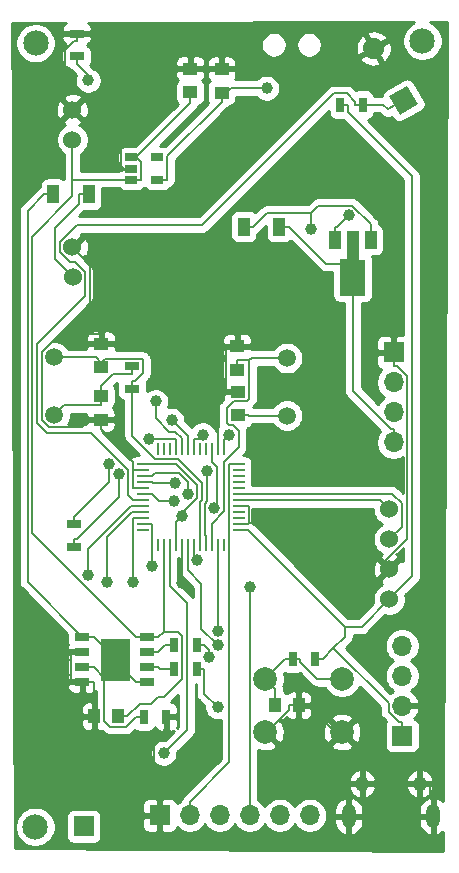
<source format=gbl>
G04 #@! TF.GenerationSoftware,KiCad,Pcbnew,5.1.7-a382d34a8~88~ubuntu18.04.1*
G04 #@! TF.CreationDate,2021-05-18T13:12:31+05:30*
G04 #@! TF.ProjectId,Sensor_pcb_v4,53656e73-6f72-45f7-9063-625f76342e6b,rev?*
G04 #@! TF.SameCoordinates,Original*
G04 #@! TF.FileFunction,Copper,L2,Bot*
G04 #@! TF.FilePolarity,Positive*
%FSLAX46Y46*%
G04 Gerber Fmt 4.6, Leading zero omitted, Abs format (unit mm)*
G04 Created by KiCad (PCBNEW 5.1.7-a382d34a8~88~ubuntu18.04.1) date 2021-05-18 13:12:31*
%MOMM*%
%LPD*%
G01*
G04 APERTURE LIST*
G04 #@! TA.AperFunction,EtchedComponent*
%ADD10C,0.010000*%
G04 #@! TD*
G04 #@! TA.AperFunction,ComponentPad*
%ADD11C,2.150000*%
G04 #@! TD*
G04 #@! TA.AperFunction,ComponentPad*
%ADD12O,1.200000X2.000000*%
G04 #@! TD*
G04 #@! TA.AperFunction,ComponentPad*
%ADD13O,1.100000X1.300000*%
G04 #@! TD*
G04 #@! TA.AperFunction,ComponentPad*
%ADD14C,1.524000*%
G04 #@! TD*
G04 #@! TA.AperFunction,SMDPad,CuDef*
%ADD15R,1.000000X1.500000*%
G04 #@! TD*
G04 #@! TA.AperFunction,SMDPad,CuDef*
%ADD16C,0.100000*%
G04 #@! TD*
G04 #@! TA.AperFunction,ComponentPad*
%ADD17R,1.700000X1.700000*%
G04 #@! TD*
G04 #@! TA.AperFunction,ComponentPad*
%ADD18O,1.700000X1.700000*%
G04 #@! TD*
G04 #@! TA.AperFunction,SMDPad,CuDef*
%ADD19R,1.000000X0.230000*%
G04 #@! TD*
G04 #@! TA.AperFunction,SMDPad,CuDef*
%ADD20R,0.230000X1.000000*%
G04 #@! TD*
G04 #@! TA.AperFunction,SMDPad,CuDef*
%ADD21R,1.300000X0.700000*%
G04 #@! TD*
G04 #@! TA.AperFunction,SMDPad,CuDef*
%ADD22R,1.000000X1.600000*%
G04 #@! TD*
G04 #@! TA.AperFunction,SMDPad,CuDef*
%ADD23R,1.000000X1.250000*%
G04 #@! TD*
G04 #@! TA.AperFunction,SMDPad,CuDef*
%ADD24R,1.250000X1.000000*%
G04 #@! TD*
G04 #@! TA.AperFunction,SMDPad,CuDef*
%ADD25R,0.700000X1.300000*%
G04 #@! TD*
G04 #@! TA.AperFunction,ComponentPad*
%ADD26C,0.100000*%
G04 #@! TD*
G04 #@! TA.AperFunction,SMDPad,CuDef*
%ADD27R,1.060000X0.650000*%
G04 #@! TD*
G04 #@! TA.AperFunction,ComponentPad*
%ADD28C,1.500000*%
G04 #@! TD*
G04 #@! TA.AperFunction,ComponentPad*
%ADD29C,2.000000*%
G04 #@! TD*
G04 #@! TA.AperFunction,ViaPad*
%ADD30C,1.000000*%
G04 #@! TD*
G04 #@! TA.AperFunction,Conductor*
%ADD31C,0.200000*%
G04 #@! TD*
G04 #@! TA.AperFunction,Conductor*
%ADD32C,0.254000*%
G04 #@! TD*
G04 #@! TA.AperFunction,Conductor*
%ADD33C,0.100000*%
G04 #@! TD*
G04 APERTURE END LIST*
D10*
G36*
X30671640Y-75174600D02*
G01*
X33071900Y-75174600D01*
X33071900Y-71774230D01*
X30671640Y-71774230D01*
X30671640Y-75174600D01*
G37*
X30671640Y-75174600D02*
X33071900Y-75174600D01*
X33071900Y-71774230D01*
X30671640Y-71774230D01*
X30671640Y-75174600D01*
D11*
X25146000Y-87637600D03*
X57919600Y-21099800D03*
X25166300Y-21292800D03*
D12*
X51677600Y-86741000D03*
X58827600Y-86741000D03*
D13*
X52827600Y-83991000D03*
X57677600Y-83991000D03*
D14*
X28273100Y-26924300D03*
X28283100Y-29464300D03*
X28288400Y-38552500D03*
X28298400Y-41092500D03*
X55107500Y-60744100D03*
X55107500Y-63284100D03*
X55107500Y-65824100D03*
X55107500Y-68364100D03*
D15*
X50529400Y-37943700D03*
X53529400Y-37943700D03*
G04 #@! TA.AperFunction,SMDPad,CuDef*
D16*
G36*
X51558949Y-37184620D02*
G01*
X51565211Y-37186266D01*
X51587513Y-37193700D01*
X52539400Y-37193700D01*
X52549155Y-37194661D01*
X52558534Y-37197506D01*
X52567179Y-37202127D01*
X52574755Y-37208345D01*
X52580973Y-37215921D01*
X52585594Y-37224566D01*
X52588439Y-37233945D01*
X52589400Y-37243700D01*
X52589400Y-39633700D01*
X53039400Y-39633700D01*
X53049155Y-39634661D01*
X53058534Y-39637506D01*
X53067179Y-39642127D01*
X53074755Y-39648345D01*
X53080973Y-39655921D01*
X53085594Y-39664566D01*
X53088439Y-39673945D01*
X53089400Y-39683531D01*
X53099400Y-42633531D01*
X53098472Y-42643288D01*
X53095659Y-42652677D01*
X53091067Y-42661337D01*
X53084875Y-42668935D01*
X53077319Y-42675179D01*
X53068691Y-42679829D01*
X53059321Y-42682706D01*
X53049400Y-42683700D01*
X52539400Y-42683700D01*
X52539400Y-42723700D01*
X51539400Y-42723700D01*
X51539400Y-42683700D01*
X50989400Y-42683700D01*
X50979645Y-42682739D01*
X50970266Y-42679894D01*
X50961621Y-42675273D01*
X50954045Y-42669055D01*
X50947827Y-42661479D01*
X50943206Y-42652834D01*
X50940361Y-42643455D01*
X50939400Y-42633700D01*
X50939400Y-39623700D01*
X50940361Y-39613945D01*
X50943206Y-39604566D01*
X50947827Y-39595921D01*
X50954045Y-39588345D01*
X50961621Y-39582127D01*
X50970266Y-39577506D01*
X50979645Y-39574661D01*
X50989400Y-39573700D01*
X51509190Y-39573700D01*
X51499400Y-37233909D01*
X51500320Y-37224151D01*
X51503126Y-37214759D01*
X51507711Y-37206096D01*
X51513897Y-37198493D01*
X51521448Y-37192243D01*
X51530073Y-37187586D01*
X51539440Y-37184702D01*
X51549191Y-37183700D01*
X51558949Y-37184620D01*
G37*
G04 #@! TD.AperFunction*
D17*
X35679400Y-86669900D03*
D18*
X38219400Y-86669900D03*
X40759400Y-86669900D03*
X43299400Y-86669900D03*
X45839400Y-86669900D03*
X48379400Y-86669900D03*
D19*
X42362100Y-57421800D03*
D20*
X41092100Y-63771800D03*
X40584100Y-63771800D03*
X40076100Y-63771800D03*
X39568100Y-63771800D03*
X39060100Y-63771800D03*
X38552100Y-63771800D03*
X38044100Y-63771800D03*
X37536100Y-63771800D03*
X37028100Y-63771800D03*
X36520100Y-63771800D03*
X36012100Y-63771800D03*
X35504100Y-63771800D03*
D19*
X34234100Y-62501800D03*
X34234100Y-61993800D03*
X34234100Y-60977800D03*
X34234100Y-60469800D03*
X34234100Y-59961800D03*
X34234100Y-59453800D03*
X34234100Y-58945800D03*
X34234100Y-58437800D03*
X34234100Y-57929800D03*
X34234100Y-57421800D03*
X34234100Y-56913800D03*
D20*
X36012100Y-55643800D03*
X36520100Y-55643800D03*
X37028100Y-55643800D03*
X37536100Y-55643800D03*
X38044100Y-55643800D03*
X38552100Y-55643800D03*
X39060100Y-55643800D03*
X39568100Y-55643800D03*
X40076100Y-55643800D03*
X40584100Y-55643800D03*
X41092100Y-55643800D03*
D19*
X42362100Y-56913800D03*
X42362100Y-57929800D03*
X42362100Y-58437800D03*
X42362100Y-58945800D03*
X42362100Y-59453800D03*
X42362100Y-59961800D03*
X42362100Y-60469800D03*
X42362100Y-60977800D03*
X42362100Y-61485800D03*
X42362100Y-61993800D03*
X42362100Y-62501800D03*
D20*
X35504100Y-55643800D03*
D19*
X34234100Y-61485800D03*
D21*
X28427700Y-63919100D03*
X28427700Y-62019100D03*
D17*
X56200000Y-79926200D03*
D18*
X56200000Y-77386200D03*
X56200000Y-74846200D03*
X56200000Y-72306200D03*
D22*
X29673700Y-34097000D03*
X26673700Y-34097000D03*
D17*
X29255700Y-87609700D03*
X55473600Y-47475100D03*
D18*
X55473600Y-50015100D03*
X55473600Y-52555100D03*
X55473600Y-55095100D03*
D23*
X47443900Y-77355700D03*
X45443900Y-77355700D03*
D24*
X42227500Y-48947600D03*
X42227500Y-46947600D03*
X42296100Y-50805800D03*
X42296100Y-52805800D03*
X30723800Y-46752000D03*
X30723800Y-48752000D03*
X30678100Y-51158900D03*
X30678100Y-53158900D03*
X38257500Y-25447500D03*
X38257500Y-23447500D03*
X40914300Y-25469600D03*
X40914300Y-23469600D03*
D25*
X46921400Y-73418700D03*
X48821400Y-73418700D03*
D21*
X33340000Y-50548600D03*
X33340000Y-48648600D03*
X28638500Y-20490100D03*
X28638500Y-22390100D03*
D25*
X52875200Y-26489700D03*
X50975200Y-26489700D03*
G04 #@! TA.AperFunction,ComponentPad*
G36*
G01*
X54234500Y-22516614D02*
X54234500Y-22516614D01*
G75*
G02*
X53005077Y-22187191I-450000J779423D01*
G01*
X53005077Y-22187191D01*
G75*
G02*
X53334500Y-20957768I779423J450000D01*
G01*
X53334500Y-20957768D01*
G75*
G02*
X54563923Y-21287191I450000J-779423D01*
G01*
X54563923Y-21287191D01*
G75*
G02*
X54234500Y-22516614I-779423J-450000D01*
G01*
G37*
G04 #@! TD.AperFunction*
G04 #@! TA.AperFunction,ComponentPad*
D26*
G36*
X57553923Y-26466023D02*
G01*
X55995077Y-27366023D01*
X55095077Y-25807177D01*
X56653923Y-24907177D01*
X57553923Y-26466023D01*
G37*
G04 #@! TD.AperFunction*
D27*
X33271300Y-32860000D03*
X33271300Y-31910000D03*
X33271300Y-30960000D03*
X35471300Y-30960000D03*
X35471300Y-32860000D03*
D28*
X46454100Y-52830100D03*
X46454100Y-47950100D03*
X26746200Y-47896800D03*
X26746200Y-52776800D03*
D29*
X44620000Y-79618800D03*
X44620000Y-75118800D03*
X51120000Y-79618800D03*
X51120000Y-75118800D03*
D22*
X42795100Y-36814800D03*
X45795100Y-36814800D03*
D23*
X32148000Y-78280300D03*
X30148000Y-78280300D03*
D21*
X34621900Y-74109600D03*
X34621900Y-75379600D03*
X34621900Y-72839600D03*
X34621900Y-71569600D03*
X29121900Y-74109600D03*
X29121900Y-75379600D03*
X29121900Y-72839600D03*
X29121900Y-71569600D03*
D25*
X36911200Y-74274700D03*
X38811200Y-74274700D03*
X38816300Y-72283300D03*
X36916300Y-72283300D03*
X36225500Y-78331100D03*
X34325500Y-78331100D03*
D30*
X40615500Y-72277100D03*
X39719300Y-57531000D03*
X38873700Y-65089900D03*
X44735400Y-25097200D03*
X41514000Y-54441200D03*
X37563700Y-61296400D03*
X40307600Y-60621900D03*
X36026400Y-81416900D03*
X35034400Y-65521100D03*
X31204700Y-66952200D03*
X29587700Y-66328400D03*
X33433800Y-66953000D03*
X29618500Y-24451200D03*
X38047200Y-59486100D03*
X36973000Y-58493100D03*
X40584100Y-71042700D03*
X37536100Y-66971600D03*
X36893300Y-60030000D03*
X32190900Y-57734300D03*
X34745500Y-54770100D03*
X31343200Y-56884400D03*
X48502400Y-37042900D03*
X43299400Y-67309900D03*
X39324800Y-54443400D03*
X36711300Y-53208700D03*
X51668400Y-35874000D03*
X32235000Y-72917800D03*
X40604800Y-77500000D03*
X39820100Y-73285000D03*
X35343200Y-51621800D03*
D31*
X40615500Y-72277100D02*
X39201400Y-70863000D01*
X39201400Y-70863000D02*
X39201400Y-67092100D01*
X39201400Y-67092100D02*
X38044100Y-65934800D01*
X38044100Y-65934800D02*
X38044100Y-63771800D01*
X46271100Y-73418700D02*
X46271100Y-73467700D01*
X46271100Y-73467700D02*
X44620000Y-75118800D01*
X46921400Y-73418700D02*
X47571700Y-73418700D01*
X51120000Y-75118800D02*
X49027900Y-75118800D01*
X49027900Y-75118800D02*
X47571700Y-73662600D01*
X47571700Y-73662600D02*
X47571700Y-73418700D01*
X46921400Y-73418700D02*
X46271100Y-73418700D01*
X44620000Y-75118800D02*
X45443900Y-75942700D01*
X45443900Y-75942700D02*
X45443900Y-77355700D01*
X40076100Y-63771800D02*
X40076100Y-61985400D01*
X40076100Y-61985400D02*
X41118700Y-60942800D01*
X41118700Y-60942800D02*
X41118700Y-56753000D01*
X41118700Y-56753000D02*
X42362700Y-55509000D01*
X42362700Y-55509000D02*
X42362700Y-54114600D01*
X42362700Y-54114600D02*
X41854300Y-53606200D01*
X41854300Y-53606200D02*
X41527800Y-53606200D01*
X41527800Y-53606200D02*
X41332600Y-53411000D01*
X41332600Y-53411000D02*
X41332600Y-52215600D01*
X41332600Y-52215600D02*
X41942000Y-51606200D01*
X41942000Y-51606200D02*
X43045400Y-51606200D01*
X43045400Y-51606200D02*
X43256900Y-51394700D01*
X43256900Y-51394700D02*
X43256900Y-48147300D01*
X46454100Y-47950100D02*
X43454100Y-47950100D01*
X43454100Y-47950100D02*
X43256900Y-48147300D01*
X42227500Y-48147300D02*
X43256900Y-48147300D01*
X42227500Y-48947600D02*
X42227500Y-48147300D01*
X39568100Y-62971500D02*
X39496500Y-62899900D01*
X39496500Y-62899900D02*
X39496500Y-60301100D01*
X39496500Y-60301100D02*
X39719300Y-60078300D01*
X39719300Y-60078300D02*
X39719300Y-57531000D01*
X39568100Y-63771800D02*
X39568100Y-62971500D01*
X46454100Y-52830100D02*
X43245700Y-52830100D01*
X43245700Y-52830100D02*
X43221400Y-52805800D01*
X42296100Y-52805800D02*
X43221400Y-52805800D01*
X39060100Y-62971500D02*
X39060100Y-60171400D01*
X39060100Y-60171400D02*
X39247900Y-59983600D01*
X39247900Y-59983600D02*
X39247900Y-58503900D01*
X39247900Y-58503900D02*
X37242400Y-56498400D01*
X37242400Y-56498400D02*
X35287200Y-56498400D01*
X35287200Y-56498400D02*
X33340000Y-54551200D01*
X33340000Y-54551200D02*
X33340000Y-51198900D01*
X39060100Y-63771800D02*
X39060100Y-62971500D01*
X26746200Y-47896800D02*
X30268800Y-47896800D01*
X30268800Y-47896800D02*
X30723800Y-48351800D01*
X33340000Y-50548600D02*
X33340000Y-49898300D01*
X30723800Y-48351800D02*
X31077400Y-47998200D01*
X31077400Y-47998200D02*
X34152900Y-47998200D01*
X34152900Y-47998200D02*
X34290400Y-48135700D01*
X34290400Y-48135700D02*
X34290400Y-49191800D01*
X34290400Y-49191800D02*
X33583900Y-49898300D01*
X33583900Y-49898300D02*
X33340000Y-49898300D01*
X30723800Y-48752000D02*
X30723800Y-48351800D01*
X33340000Y-50553700D02*
X33340000Y-50548600D01*
X33340000Y-50553700D02*
X33340000Y-51198900D01*
X38552100Y-63771800D02*
X38552100Y-64768300D01*
X38552100Y-64768300D02*
X38873700Y-65089900D01*
X30678100Y-51158900D02*
X30678100Y-51959200D01*
X26746200Y-52776800D02*
X27563800Y-51959200D01*
X27563800Y-51959200D02*
X30678100Y-51959200D01*
X33340000Y-49298900D02*
X31737800Y-49298900D01*
X31737800Y-49298900D02*
X30678100Y-50358600D01*
X33340000Y-48648600D02*
X33340000Y-49298900D01*
X30678100Y-51158900D02*
X30678100Y-50358600D01*
X40914300Y-25869700D02*
X41686800Y-25097200D01*
X41686800Y-25097200D02*
X44735400Y-25097200D01*
X40914300Y-25869700D02*
X40914300Y-26269900D01*
X40914300Y-25469600D02*
X40914300Y-25869700D01*
X35471300Y-32860000D02*
X36301600Y-32860000D01*
X36301600Y-32860000D02*
X36301600Y-30882600D01*
X36301600Y-30882600D02*
X40914300Y-26269900D01*
X32948300Y-78280300D02*
X33994500Y-77234100D01*
X33994500Y-77234100D02*
X34921600Y-77234100D01*
X34921600Y-77234100D02*
X35517000Y-76638700D01*
X35517000Y-76638700D02*
X35517000Y-76638600D01*
X35517000Y-76638600D02*
X36048200Y-76638600D01*
X36048200Y-76638600D02*
X37566700Y-75120100D01*
X37566700Y-75120100D02*
X37566700Y-71470400D01*
X37566700Y-71470400D02*
X37226000Y-71129700D01*
X37226000Y-71129700D02*
X36012100Y-71129700D01*
X28283100Y-32860000D02*
X28283100Y-34271100D01*
X28283100Y-34271100D02*
X24886600Y-37667600D01*
X24886600Y-37667600D02*
X24886600Y-62784600D01*
X24886600Y-62784600D02*
X33671600Y-71569600D01*
X28283100Y-29464300D02*
X28283100Y-32860000D01*
X28283100Y-32860000D02*
X32441000Y-32860000D01*
X33271300Y-32860000D02*
X32441000Y-32860000D01*
X32148000Y-78280300D02*
X32948300Y-78280300D01*
X36012100Y-71129700D02*
X36012100Y-63771800D01*
X35572200Y-71569600D02*
X36012100Y-71129700D01*
X34621900Y-71569600D02*
X35572200Y-71569600D01*
X34146800Y-71569600D02*
X34621900Y-71569600D01*
X34146800Y-71569600D02*
X33671600Y-71569600D01*
X34101600Y-32860000D02*
X34101600Y-31375100D01*
X34101600Y-31375100D02*
X33686500Y-30960000D01*
X33271300Y-32860000D02*
X34101600Y-32860000D01*
X33686500Y-30960000D02*
X38257500Y-26389000D01*
X38257500Y-26389000D02*
X38257500Y-26247800D01*
X38257500Y-25447500D02*
X38257500Y-26247800D01*
X33271300Y-30960000D02*
X33686500Y-30960000D01*
X29673700Y-34097000D02*
X28873400Y-34097000D01*
X28873400Y-34097000D02*
X28873400Y-34897300D01*
X28873400Y-34897300D02*
X26805800Y-36964900D01*
X26805800Y-36964900D02*
X26805800Y-39599900D01*
X26805800Y-39599900D02*
X28298400Y-41092500D01*
X37563700Y-61296400D02*
X37563700Y-61101700D01*
X37563700Y-61101700D02*
X38847600Y-59817800D01*
X38847600Y-59817800D02*
X38847600Y-58669700D01*
X38847600Y-58669700D02*
X37091700Y-56913800D01*
X37091700Y-56913800D02*
X34234100Y-56913800D01*
X50390300Y-72500100D02*
X49471700Y-73418700D01*
X51353300Y-70692700D02*
X51353300Y-71537100D01*
X51353300Y-71537100D02*
X50390300Y-72500100D01*
X56200000Y-78775900D02*
X55912300Y-78775900D01*
X55912300Y-78775900D02*
X55049700Y-77913300D01*
X55049700Y-77913300D02*
X55049700Y-77159600D01*
X55049700Y-77159600D02*
X50390300Y-72500100D01*
X56200000Y-79926200D02*
X56200000Y-78775900D01*
X43162400Y-62501800D02*
X51353300Y-70692700D01*
X51353300Y-70692700D02*
X52778900Y-70692700D01*
X52778900Y-70692700D02*
X55107500Y-68364100D01*
X48821400Y-73418700D02*
X49471700Y-73418700D01*
X42362100Y-62501800D02*
X43162400Y-62501800D01*
X37028100Y-63771800D02*
X37028100Y-61832000D01*
X37028100Y-61832000D02*
X37563700Y-61296400D01*
X55107500Y-68364100D02*
X57045500Y-66426100D01*
X57045500Y-66426100D02*
X57045500Y-32560000D01*
X57045500Y-32560000D02*
X51625500Y-27140000D01*
X51625500Y-27140000D02*
X51625500Y-26489700D01*
X50975200Y-26489700D02*
X51625500Y-26489700D01*
X41514000Y-54441200D02*
X41111700Y-54843500D01*
X41111700Y-54843500D02*
X41092100Y-54843500D01*
X41092100Y-55643800D02*
X41092100Y-54843500D01*
X40076100Y-55643800D02*
X40076100Y-56755900D01*
X40076100Y-56755900D02*
X40519600Y-57199400D01*
X40519600Y-57199400D02*
X40519600Y-60409900D01*
X40519600Y-60409900D02*
X40307600Y-60621900D01*
X38219400Y-85519600D02*
X41561800Y-82177200D01*
X41561800Y-82177200D02*
X41561800Y-56913800D01*
X38219400Y-86669900D02*
X38219400Y-85519600D01*
X42362100Y-56913800D02*
X41561800Y-56913800D01*
X52224900Y-26489700D02*
X52224900Y-26245800D01*
X52224900Y-26245800D02*
X51518500Y-25539400D01*
X51518500Y-25539400D02*
X50455500Y-25539400D01*
X50455500Y-25539400D02*
X39295600Y-36699300D01*
X39295600Y-36699300D02*
X28635200Y-36699300D01*
X28635200Y-36699300D02*
X27217000Y-38117500D01*
X27217000Y-38117500D02*
X27217000Y-38998200D01*
X27217000Y-38998200D02*
X28041300Y-39822500D01*
X28041300Y-39822500D02*
X28534900Y-39822500D01*
X28534900Y-39822500D02*
X29380000Y-40667600D01*
X29380000Y-40667600D02*
X29380000Y-42695900D01*
X29380000Y-42695900D02*
X25286900Y-46789000D01*
X25286900Y-46789000D02*
X25286900Y-53447800D01*
X25286900Y-53447800D02*
X26117000Y-54277900D01*
X26117000Y-54277900D02*
X29899600Y-54277900D01*
X29899600Y-54277900D02*
X33033300Y-57411600D01*
X33033300Y-57411600D02*
X33033300Y-59561300D01*
X33033300Y-59561300D02*
X33433800Y-59961800D01*
X52875200Y-26489700D02*
X52224900Y-26489700D01*
X55006500Y-26897600D02*
X54598600Y-26489700D01*
X54598600Y-26489700D02*
X52875200Y-26489700D01*
X34234100Y-59961800D02*
X33433800Y-59961800D01*
X56324500Y-26136600D02*
X55006500Y-26897600D01*
X36520100Y-63771800D02*
X36520100Y-64572100D01*
X36520100Y-64572100D02*
X36520100Y-67235500D01*
X36520100Y-67235500D02*
X37985400Y-68700800D01*
X37985400Y-68700800D02*
X37985400Y-79457900D01*
X37985400Y-79457900D02*
X36026400Y-81416900D01*
X35034400Y-61993800D02*
X35034400Y-65521100D01*
X34234100Y-61993800D02*
X35034400Y-61993800D01*
X34234100Y-60977800D02*
X33301300Y-60977800D01*
X33301300Y-60977800D02*
X31204700Y-63074400D01*
X31204700Y-63074400D02*
X31204700Y-66952200D01*
X34234100Y-60469800D02*
X33243000Y-60469800D01*
X33243000Y-60469800D02*
X29587700Y-64125100D01*
X29587700Y-64125100D02*
X29587700Y-66328400D01*
X42362100Y-59453800D02*
X55360600Y-59453800D01*
X55360600Y-59453800D02*
X56170000Y-60263200D01*
X56170000Y-60263200D02*
X56170000Y-62221600D01*
X56170000Y-62221600D02*
X55107500Y-63284100D01*
X42362100Y-59961800D02*
X54325200Y-59961800D01*
X54325200Y-59961800D02*
X55107500Y-60744100D01*
X33433800Y-61485800D02*
X33433800Y-66953000D01*
X34234100Y-61485800D02*
X33433800Y-61485800D01*
X28638500Y-22390100D02*
X28638500Y-23040400D01*
X28638500Y-23040400D02*
X29618500Y-24020400D01*
X29618500Y-24020400D02*
X29618500Y-24451200D01*
X38047200Y-59486100D02*
X38047200Y-58435400D01*
X38047200Y-58435400D02*
X37304600Y-57692800D01*
X37304600Y-57692800D02*
X35271400Y-57692800D01*
X35271400Y-57692800D02*
X35034400Y-57929800D01*
X34234100Y-57929800D02*
X35034400Y-57929800D01*
X34234100Y-58437800D02*
X35034400Y-58437800D01*
X36973000Y-58493100D02*
X35089700Y-58493100D01*
X35089700Y-58493100D02*
X35034400Y-58437800D01*
X40584100Y-63771800D02*
X40584100Y-71042700D01*
X28638500Y-20490100D02*
X28638500Y-21140400D01*
X28638500Y-21140400D02*
X28394600Y-21140400D01*
X28394600Y-21140400D02*
X27684500Y-21850500D01*
X27684500Y-21850500D02*
X27684500Y-26335700D01*
X27684500Y-26335700D02*
X28273100Y-26924300D01*
X28273100Y-26924300D02*
X30612900Y-29264100D01*
X30612900Y-29264100D02*
X31538900Y-29264100D01*
X30678100Y-53158900D02*
X29752800Y-53158900D01*
X30723800Y-46752000D02*
X30723800Y-45951700D01*
X29810500Y-45935700D02*
X27215800Y-45935700D01*
X27215800Y-45935700D02*
X25687200Y-47464300D01*
X25687200Y-47464300D02*
X25687200Y-53206200D01*
X25687200Y-53206200D02*
X26308600Y-53827600D01*
X26308600Y-53827600D02*
X29084100Y-53827600D01*
X29084100Y-53827600D02*
X29752800Y-53158900D01*
X30723800Y-45951700D02*
X29826500Y-45951700D01*
X29826500Y-45951700D02*
X29810500Y-45935700D01*
X28288400Y-38552500D02*
X29810500Y-40074600D01*
X29810500Y-40074600D02*
X29810500Y-45935700D01*
X30678100Y-53158900D02*
X30678100Y-53959200D01*
X40584100Y-55643800D02*
X40584100Y-51592500D01*
X40584100Y-51592500D02*
X41370800Y-50805800D01*
X33433800Y-57421800D02*
X33433800Y-56714900D01*
X33433800Y-56714900D02*
X30678100Y-53959200D01*
X41302200Y-46947600D02*
X41302200Y-50737200D01*
X41302200Y-50737200D02*
X41370800Y-50805800D01*
X30723800Y-46752000D02*
X41106600Y-46752000D01*
X41106600Y-46752000D02*
X41302200Y-46947600D01*
X41436600Y-50805800D02*
X41370800Y-50805800D01*
X42296100Y-50805800D02*
X41436600Y-50805800D01*
X33433800Y-57421800D02*
X33433800Y-58945800D01*
X34234100Y-58945800D02*
X33433800Y-58945800D01*
X34234100Y-57421800D02*
X33433800Y-57421800D01*
X37536100Y-63771800D02*
X37536100Y-66971600D01*
X54608900Y-65325500D02*
X51184600Y-61901200D01*
X51184600Y-61901200D02*
X43220800Y-61901200D01*
X55107500Y-65824100D02*
X54608900Y-65325500D01*
X54608900Y-65325500D02*
X56623900Y-63310500D01*
X56623900Y-63310500D02*
X56623900Y-49488000D01*
X56623900Y-49488000D02*
X55761300Y-48625400D01*
X55761300Y-48625400D02*
X55473600Y-48625400D01*
X55473600Y-47475100D02*
X55473600Y-48625400D01*
X51120000Y-79618800D02*
X50507300Y-79618800D01*
X50507300Y-79618800D02*
X48244200Y-77355700D01*
X52827600Y-83991000D02*
X52827600Y-81326400D01*
X52827600Y-81326400D02*
X51120000Y-79618800D01*
X47443900Y-77355700D02*
X48244200Y-77355700D01*
X35226100Y-79827500D02*
X30769900Y-79827500D01*
X30769900Y-79827500D02*
X30148000Y-79205600D01*
X36225500Y-79281400D02*
X35679400Y-79827500D01*
X35679400Y-79827500D02*
X35226100Y-79827500D01*
X35226100Y-79827500D02*
X35226100Y-85066300D01*
X35226100Y-85066300D02*
X35679400Y-85519600D01*
X42362100Y-60469800D02*
X43162400Y-60469800D01*
X42362100Y-61993800D02*
X43162400Y-61993800D01*
X43220800Y-61901200D02*
X43162400Y-61959600D01*
X43162400Y-61959600D02*
X43162400Y-61993800D01*
X43220800Y-61901200D02*
X43220800Y-60528200D01*
X43220800Y-60528200D02*
X43162400Y-60469800D01*
X42227500Y-46947600D02*
X41302200Y-46947600D01*
X38257500Y-23447500D02*
X39182800Y-23447500D01*
X40914300Y-23469600D02*
X39204900Y-23469600D01*
X39204900Y-23469600D02*
X39182800Y-23447500D01*
X38257500Y-23447500D02*
X37332200Y-23447500D01*
X31538900Y-29264100D02*
X37332200Y-23470800D01*
X37332200Y-23470800D02*
X37332200Y-23447500D01*
X31538900Y-29264100D02*
X32441000Y-30166200D01*
X32441000Y-30166200D02*
X32441000Y-31910000D01*
X35679400Y-86669900D02*
X35679400Y-85519600D01*
X30148000Y-78280300D02*
X30148000Y-79205600D01*
X29121900Y-75379600D02*
X28171600Y-75379600D01*
X29121900Y-72839600D02*
X28171600Y-72839600D01*
X28171600Y-72839600D02*
X28171600Y-75379600D01*
X30148000Y-78280300D02*
X30148000Y-77355000D01*
X30148000Y-77355000D02*
X30072200Y-77279200D01*
X30072200Y-77279200D02*
X30072200Y-75379600D01*
X29121900Y-75379600D02*
X30072200Y-75379600D01*
X58827600Y-86741000D02*
X58827600Y-85440700D01*
X57677600Y-83991000D02*
X58527900Y-83991000D01*
X58527900Y-83991000D02*
X58527900Y-85141000D01*
X58527900Y-85141000D02*
X58827600Y-85440700D01*
X33271300Y-31910000D02*
X32441000Y-31910000D01*
X47443900Y-77355700D02*
X46643600Y-77355700D01*
X44620000Y-79618800D02*
X44760200Y-79618800D01*
X44760200Y-79618800D02*
X46643600Y-77735400D01*
X46643600Y-77735400D02*
X46643600Y-77355700D01*
X36225500Y-78331100D02*
X36225500Y-79281400D01*
X35034400Y-59453800D02*
X35610500Y-60029900D01*
X35610500Y-60029900D02*
X36893300Y-60029900D01*
X36893300Y-60029900D02*
X36893300Y-60030000D01*
X34234100Y-59453800D02*
X35034400Y-59453800D01*
X28427700Y-63268800D02*
X28671600Y-63268800D01*
X28671600Y-63268800D02*
X32190800Y-59749600D01*
X32190800Y-59749600D02*
X32190800Y-57734300D01*
X32190800Y-57734300D02*
X32190900Y-57734300D01*
X28427700Y-63919100D02*
X28427700Y-63268800D01*
X28427700Y-61368800D02*
X31343200Y-58453300D01*
X31343200Y-58453300D02*
X31343200Y-56884400D01*
X34745500Y-54770100D02*
X36954700Y-54770100D01*
X36954700Y-54770100D02*
X37028100Y-54843500D01*
X28427700Y-62019100D02*
X28427700Y-61368800D01*
X37028100Y-55643800D02*
X37028100Y-54843500D01*
X52039400Y-39973700D02*
X52039400Y-50749000D01*
X52039400Y-50749000D02*
X55235200Y-53944800D01*
X55235200Y-53944800D02*
X55473600Y-53944800D01*
X55473600Y-55095100D02*
X55473600Y-53944800D01*
X46595400Y-36814800D02*
X49754300Y-39973700D01*
X49754300Y-39973700D02*
X52039400Y-39973700D01*
X45795100Y-36814800D02*
X46595400Y-36814800D01*
X48502400Y-35660300D02*
X44749900Y-35660300D01*
X44749900Y-35660300D02*
X43595400Y-36814800D01*
X53529400Y-36893400D02*
X53529400Y-36603100D01*
X53529400Y-36603100D02*
X52000000Y-35073700D01*
X52000000Y-35073700D02*
X49089000Y-35073700D01*
X49089000Y-35073700D02*
X48502400Y-35660300D01*
X48502400Y-37042900D02*
X48502400Y-35660300D01*
X53529400Y-37943700D02*
X53529400Y-36893400D01*
X42795100Y-36814800D02*
X43595400Y-36814800D01*
X43299400Y-86669900D02*
X43299400Y-67309900D01*
X38552100Y-54843500D02*
X38924700Y-54843500D01*
X38924700Y-54843500D02*
X39324800Y-54443400D01*
X38552100Y-55643800D02*
X38552100Y-54843500D01*
X36711300Y-53208700D02*
X38044100Y-54541500D01*
X38044100Y-54541500D02*
X38044100Y-55643800D01*
X50529400Y-37943700D02*
X50529400Y-36893400D01*
X51668400Y-35874000D02*
X50649000Y-36893400D01*
X50649000Y-36893400D02*
X50529400Y-36893400D01*
X32235000Y-72917800D02*
X31420400Y-72917800D01*
X31420400Y-72917800D02*
X30072200Y-71569600D01*
X33671600Y-75379600D02*
X32235000Y-73943000D01*
X32235000Y-73943000D02*
X32235000Y-72917800D01*
X34621900Y-75379600D02*
X33671600Y-75379600D01*
X25873400Y-34097000D02*
X24486300Y-35484100D01*
X24486300Y-35484100D02*
X24486300Y-66915600D01*
X24486300Y-66915600D02*
X29140300Y-71569600D01*
X26673700Y-34097000D02*
X25873400Y-34097000D01*
X29140300Y-71569600D02*
X30072200Y-71569600D01*
X29121900Y-71569600D02*
X29140300Y-71569600D01*
X38811200Y-74274700D02*
X39461500Y-74274700D01*
X39461500Y-74274700D02*
X39461500Y-76356700D01*
X39461500Y-76356700D02*
X40604800Y-77500000D01*
X39466600Y-72283300D02*
X39820100Y-72636800D01*
X39820100Y-72636800D02*
X39820100Y-73285000D01*
X38816300Y-72283300D02*
X39466600Y-72283300D01*
X34621900Y-74109600D02*
X35572200Y-74109600D01*
X36911200Y-74274700D02*
X35737300Y-74274700D01*
X35737300Y-74274700D02*
X35572200Y-74109600D01*
X34621900Y-72839600D02*
X35572200Y-72839600D01*
X36916300Y-72283300D02*
X36128500Y-72283300D01*
X36128500Y-72283300D02*
X35572200Y-72839600D01*
X29121900Y-74109600D02*
X30072200Y-74109600D01*
X34325500Y-78331100D02*
X33675200Y-78331100D01*
X33675200Y-78331100D02*
X32800400Y-79205900D01*
X32800400Y-79205900D02*
X31498200Y-79205900D01*
X31498200Y-79205900D02*
X30979100Y-78686800D01*
X30979100Y-78686800D02*
X30979100Y-75016500D01*
X30979100Y-75016500D02*
X30072200Y-74109600D01*
X35343200Y-51621800D02*
X35343200Y-53030400D01*
X35343200Y-53030400D02*
X36488700Y-54175900D01*
X36488700Y-54175900D02*
X36956300Y-54175900D01*
X36956300Y-54175900D02*
X37536100Y-54755700D01*
X37536100Y-54755700D02*
X37536100Y-55643800D01*
D32*
X59656835Y-85423291D02*
X59611074Y-85377922D01*
X59408133Y-85243579D01*
X59182882Y-85151409D01*
X59145209Y-85147538D01*
X58954600Y-85272269D01*
X58954600Y-86614000D01*
X58974600Y-86614000D01*
X58974600Y-86868000D01*
X58954600Y-86868000D01*
X58954600Y-88209731D01*
X59145209Y-88334462D01*
X59182882Y-88330591D01*
X59408133Y-88238421D01*
X59611074Y-88104078D01*
X59644606Y-88070833D01*
X59637249Y-89663728D01*
X23403209Y-89431669D01*
X23397734Y-87469180D01*
X23436000Y-87469180D01*
X23436000Y-87806020D01*
X23501714Y-88136389D01*
X23630618Y-88447589D01*
X23817756Y-88727661D01*
X24055939Y-88965844D01*
X24336011Y-89152982D01*
X24647211Y-89281886D01*
X24977580Y-89347600D01*
X25314420Y-89347600D01*
X25644789Y-89281886D01*
X25955989Y-89152982D01*
X26236061Y-88965844D01*
X26474244Y-88727661D01*
X26661382Y-88447589D01*
X26790286Y-88136389D01*
X26856000Y-87806020D01*
X26856000Y-87469180D01*
X26790286Y-87138811D01*
X26661382Y-86827611D01*
X26616006Y-86759700D01*
X27767628Y-86759700D01*
X27767628Y-88459700D01*
X27779888Y-88584182D01*
X27816198Y-88703880D01*
X27875163Y-88814194D01*
X27954515Y-88910885D01*
X28051206Y-88990237D01*
X28161520Y-89049202D01*
X28281218Y-89085512D01*
X28405700Y-89097772D01*
X30105700Y-89097772D01*
X30230182Y-89085512D01*
X30349880Y-89049202D01*
X30460194Y-88990237D01*
X30556885Y-88910885D01*
X30636237Y-88814194D01*
X30695202Y-88703880D01*
X30731512Y-88584182D01*
X30743772Y-88459700D01*
X30743772Y-87519900D01*
X34191328Y-87519900D01*
X34203588Y-87644382D01*
X34239898Y-87764080D01*
X34298863Y-87874394D01*
X34378215Y-87971085D01*
X34474906Y-88050437D01*
X34585220Y-88109402D01*
X34704918Y-88145712D01*
X34829400Y-88157972D01*
X35393650Y-88154900D01*
X35552400Y-87996150D01*
X35552400Y-86796900D01*
X34353150Y-86796900D01*
X34194400Y-86955650D01*
X34191328Y-87519900D01*
X30743772Y-87519900D01*
X30743772Y-86759700D01*
X30731512Y-86635218D01*
X30695202Y-86515520D01*
X30636237Y-86405206D01*
X30556885Y-86308515D01*
X30460194Y-86229163D01*
X30349880Y-86170198D01*
X30230182Y-86133888D01*
X30105700Y-86121628D01*
X28405700Y-86121628D01*
X28281218Y-86133888D01*
X28161520Y-86170198D01*
X28051206Y-86229163D01*
X27954515Y-86308515D01*
X27875163Y-86405206D01*
X27816198Y-86515520D01*
X27779888Y-86635218D01*
X27767628Y-86759700D01*
X26616006Y-86759700D01*
X26474244Y-86547539D01*
X26236061Y-86309356D01*
X25955989Y-86122218D01*
X25644789Y-85993314D01*
X25314420Y-85927600D01*
X24977580Y-85927600D01*
X24647211Y-85993314D01*
X24336011Y-86122218D01*
X24055939Y-86309356D01*
X23817756Y-86547539D01*
X23630618Y-86827611D01*
X23501714Y-87138811D01*
X23436000Y-87469180D01*
X23397734Y-87469180D01*
X23393133Y-85819900D01*
X34191328Y-85819900D01*
X34194400Y-86384150D01*
X34353150Y-86542900D01*
X35552400Y-86542900D01*
X35552400Y-85343650D01*
X35393650Y-85184900D01*
X34829400Y-85181828D01*
X34704918Y-85194088D01*
X34585220Y-85230398D01*
X34474906Y-85289363D01*
X34378215Y-85368715D01*
X34298863Y-85465406D01*
X34239898Y-85575720D01*
X34203588Y-85695418D01*
X34191328Y-85819900D01*
X23393133Y-85819900D01*
X23373842Y-78905300D01*
X29009928Y-78905300D01*
X29022188Y-79029782D01*
X29058498Y-79149480D01*
X29117463Y-79259794D01*
X29196815Y-79356485D01*
X29293506Y-79435837D01*
X29403820Y-79494802D01*
X29523518Y-79531112D01*
X29648000Y-79543372D01*
X29862250Y-79540300D01*
X30021000Y-79381550D01*
X30021000Y-78407300D01*
X29171750Y-78407300D01*
X29013000Y-78566050D01*
X29009928Y-78905300D01*
X23373842Y-78905300D01*
X23370355Y-77655300D01*
X29009928Y-77655300D01*
X29013000Y-77994550D01*
X29171750Y-78153300D01*
X30021000Y-78153300D01*
X30021000Y-77179050D01*
X29862250Y-77020300D01*
X29648000Y-77017228D01*
X29523518Y-77029488D01*
X29403820Y-77065798D01*
X29293506Y-77124763D01*
X29196815Y-77204115D01*
X29117463Y-77300806D01*
X29058498Y-77411120D01*
X29022188Y-77530818D01*
X29009928Y-77655300D01*
X23370355Y-77655300D01*
X23364981Y-75729600D01*
X27833828Y-75729600D01*
X27846088Y-75854082D01*
X27882398Y-75973780D01*
X27941363Y-76084094D01*
X28020715Y-76180785D01*
X28117406Y-76260137D01*
X28227720Y-76319102D01*
X28347418Y-76355412D01*
X28471900Y-76367672D01*
X28836150Y-76364600D01*
X28994900Y-76205850D01*
X28994900Y-75506600D01*
X27995650Y-75506600D01*
X27836900Y-75665350D01*
X27833828Y-75729600D01*
X23364981Y-75729600D01*
X23252694Y-35484100D01*
X23747744Y-35484100D01*
X23751300Y-35520205D01*
X23751301Y-66879485D01*
X23747744Y-66915600D01*
X23761935Y-67059685D01*
X23794130Y-67165815D01*
X23803964Y-67198233D01*
X23872214Y-67325920D01*
X23964063Y-67437838D01*
X23992108Y-67460854D01*
X27833828Y-71302575D01*
X27833828Y-71919600D01*
X27846088Y-72044082D01*
X27882398Y-72163780D01*
X27904217Y-72204600D01*
X27882398Y-72245420D01*
X27846088Y-72365118D01*
X27833828Y-72489600D01*
X27836900Y-72553850D01*
X27995650Y-72712600D01*
X28994900Y-72712600D01*
X28994900Y-72692600D01*
X29248900Y-72692600D01*
X29248900Y-72712600D01*
X29268900Y-72712600D01*
X29268900Y-72966600D01*
X29248900Y-72966600D01*
X29248900Y-72986600D01*
X28994900Y-72986600D01*
X28994900Y-72966600D01*
X27995650Y-72966600D01*
X27836900Y-73125350D01*
X27833828Y-73189600D01*
X27846088Y-73314082D01*
X27882398Y-73433780D01*
X27904217Y-73474600D01*
X27882398Y-73515420D01*
X27846088Y-73635118D01*
X27833828Y-73759600D01*
X27833828Y-74459600D01*
X27846088Y-74584082D01*
X27882398Y-74703780D01*
X27904217Y-74744600D01*
X27882398Y-74785420D01*
X27846088Y-74905118D01*
X27833828Y-75029600D01*
X27836900Y-75093850D01*
X27995650Y-75252600D01*
X28994900Y-75252600D01*
X28994900Y-75232600D01*
X29248900Y-75232600D01*
X29248900Y-75252600D01*
X29268900Y-75252600D01*
X29268900Y-75506600D01*
X29248900Y-75506600D01*
X29248900Y-76205850D01*
X29407650Y-76364600D01*
X29771900Y-76367672D01*
X29896382Y-76355412D01*
X30016080Y-76319102D01*
X30126394Y-76260137D01*
X30223085Y-76180785D01*
X30244101Y-76155177D01*
X30244100Y-78650695D01*
X30240544Y-78686800D01*
X30254735Y-78830885D01*
X30258657Y-78843814D01*
X30275000Y-78897689D01*
X30275000Y-79381550D01*
X30433750Y-79540300D01*
X30648000Y-79543372D01*
X30772482Y-79531112D01*
X30781293Y-79528439D01*
X30952946Y-79700092D01*
X30975962Y-79728138D01*
X31087880Y-79819987D01*
X31215567Y-79888237D01*
X31354115Y-79930265D01*
X31462095Y-79940900D01*
X31462104Y-79940900D01*
X31498199Y-79944455D01*
X31534294Y-79940900D01*
X32764295Y-79940900D01*
X32800400Y-79944456D01*
X32836505Y-79940900D01*
X32944485Y-79930265D01*
X33083033Y-79888237D01*
X33210720Y-79819987D01*
X33322638Y-79728138D01*
X33345658Y-79700088D01*
X33573278Y-79472468D01*
X33621006Y-79511637D01*
X33731320Y-79570602D01*
X33851018Y-79606912D01*
X33975500Y-79619172D01*
X34675500Y-79619172D01*
X34799982Y-79606912D01*
X34919680Y-79570602D01*
X35029994Y-79511637D01*
X35126685Y-79432285D01*
X35206037Y-79335594D01*
X35265002Y-79225280D01*
X35275500Y-79190673D01*
X35285998Y-79225280D01*
X35344963Y-79335594D01*
X35424315Y-79432285D01*
X35521006Y-79511637D01*
X35631320Y-79570602D01*
X35751018Y-79606912D01*
X35875500Y-79619172D01*
X35939750Y-79616100D01*
X36098500Y-79457350D01*
X36098500Y-78458100D01*
X36078500Y-78458100D01*
X36078500Y-78204100D01*
X36098500Y-78204100D01*
X36098500Y-78184100D01*
X36352500Y-78184100D01*
X36352500Y-78204100D01*
X37051750Y-78204100D01*
X37210500Y-78045350D01*
X37213572Y-77681100D01*
X37201312Y-77556618D01*
X37165002Y-77436920D01*
X37106037Y-77326606D01*
X37026685Y-77229915D01*
X36929994Y-77150563D01*
X36819680Y-77091598D01*
X36699982Y-77055288D01*
X36673560Y-77052686D01*
X37250401Y-76475846D01*
X37250401Y-79153452D01*
X37149418Y-79254435D01*
X37165002Y-79225280D01*
X37201312Y-79105582D01*
X37213572Y-78981100D01*
X37210500Y-78616850D01*
X37051750Y-78458100D01*
X36352500Y-78458100D01*
X36352500Y-79457350D01*
X36511250Y-79616100D01*
X36575500Y-79619172D01*
X36699982Y-79606912D01*
X36819680Y-79570602D01*
X36848836Y-79555018D01*
X36121954Y-80281900D01*
X35914612Y-80281900D01*
X35695333Y-80325517D01*
X35488776Y-80411076D01*
X35302880Y-80535288D01*
X35144788Y-80693380D01*
X35020576Y-80879276D01*
X34935017Y-81085833D01*
X34891400Y-81305112D01*
X34891400Y-81528688D01*
X34935017Y-81747967D01*
X35020576Y-81954524D01*
X35144788Y-82140420D01*
X35302880Y-82298512D01*
X35488776Y-82422724D01*
X35695333Y-82508283D01*
X35914612Y-82551900D01*
X36138188Y-82551900D01*
X36357467Y-82508283D01*
X36564024Y-82422724D01*
X36749920Y-82298512D01*
X36908012Y-82140420D01*
X37032224Y-81954524D01*
X37117783Y-81747967D01*
X37161400Y-81528688D01*
X37161400Y-81321346D01*
X38479593Y-80003154D01*
X38507638Y-79980138D01*
X38599487Y-79868220D01*
X38667737Y-79740533D01*
X38709765Y-79601985D01*
X38720400Y-79494005D01*
X38720400Y-79493996D01*
X38723955Y-79457901D01*
X38720400Y-79421806D01*
X38720400Y-75562772D01*
X38726501Y-75562772D01*
X38726501Y-76320585D01*
X38722944Y-76356700D01*
X38737135Y-76500785D01*
X38772810Y-76618388D01*
X38779164Y-76639333D01*
X38847414Y-76767020D01*
X38939263Y-76878938D01*
X38967308Y-76901954D01*
X39469800Y-77404446D01*
X39469800Y-77611788D01*
X39513417Y-77831067D01*
X39598976Y-78037624D01*
X39723188Y-78223520D01*
X39881280Y-78381612D01*
X40067176Y-78505824D01*
X40273733Y-78591383D01*
X40493012Y-78635000D01*
X40716588Y-78635000D01*
X40826800Y-78613078D01*
X40826800Y-81872753D01*
X37725208Y-84974346D01*
X37697163Y-84997362D01*
X37605314Y-85109280D01*
X37559983Y-85194088D01*
X37537064Y-85236967D01*
X37497928Y-85365978D01*
X37272768Y-85516425D01*
X37140913Y-85648280D01*
X37118902Y-85575720D01*
X37059937Y-85465406D01*
X36980585Y-85368715D01*
X36883894Y-85289363D01*
X36773580Y-85230398D01*
X36653882Y-85194088D01*
X36529400Y-85181828D01*
X35965150Y-85184900D01*
X35806400Y-85343650D01*
X35806400Y-86542900D01*
X35826400Y-86542900D01*
X35826400Y-86796900D01*
X35806400Y-86796900D01*
X35806400Y-87996150D01*
X35965150Y-88154900D01*
X36529400Y-88157972D01*
X36653882Y-88145712D01*
X36773580Y-88109402D01*
X36883894Y-88050437D01*
X36980585Y-87971085D01*
X37059937Y-87874394D01*
X37118902Y-87764080D01*
X37140913Y-87691520D01*
X37272768Y-87823375D01*
X37515989Y-87985890D01*
X37786242Y-88097832D01*
X38073140Y-88154900D01*
X38365660Y-88154900D01*
X38652558Y-88097832D01*
X38922811Y-87985890D01*
X39166032Y-87823375D01*
X39372875Y-87616532D01*
X39489400Y-87442140D01*
X39605925Y-87616532D01*
X39812768Y-87823375D01*
X40055989Y-87985890D01*
X40326242Y-88097832D01*
X40613140Y-88154900D01*
X40905660Y-88154900D01*
X41192558Y-88097832D01*
X41462811Y-87985890D01*
X41706032Y-87823375D01*
X41912875Y-87616532D01*
X42029400Y-87442140D01*
X42145925Y-87616532D01*
X42352768Y-87823375D01*
X42595989Y-87985890D01*
X42866242Y-88097832D01*
X43153140Y-88154900D01*
X43445660Y-88154900D01*
X43732558Y-88097832D01*
X44002811Y-87985890D01*
X44246032Y-87823375D01*
X44452875Y-87616532D01*
X44569400Y-87442140D01*
X44685925Y-87616532D01*
X44892768Y-87823375D01*
X45135989Y-87985890D01*
X45406242Y-88097832D01*
X45693140Y-88154900D01*
X45985660Y-88154900D01*
X46272558Y-88097832D01*
X46542811Y-87985890D01*
X46786032Y-87823375D01*
X46992875Y-87616532D01*
X47109400Y-87442140D01*
X47225925Y-87616532D01*
X47432768Y-87823375D01*
X47675989Y-87985890D01*
X47946242Y-88097832D01*
X48233140Y-88154900D01*
X48525660Y-88154900D01*
X48812558Y-88097832D01*
X49082811Y-87985890D01*
X49326032Y-87823375D01*
X49532875Y-87616532D01*
X49695390Y-87373311D01*
X49807332Y-87103058D01*
X49854088Y-86868000D01*
X50442600Y-86868000D01*
X50442600Y-87268000D01*
X50491107Y-87506496D01*
X50585210Y-87730946D01*
X50721293Y-87932725D01*
X50894126Y-88104078D01*
X51097067Y-88238421D01*
X51322318Y-88330591D01*
X51359991Y-88334462D01*
X51550600Y-88209731D01*
X51550600Y-86868000D01*
X51804600Y-86868000D01*
X51804600Y-88209731D01*
X51995209Y-88334462D01*
X52032882Y-88330591D01*
X52258133Y-88238421D01*
X52461074Y-88104078D01*
X52633907Y-87932725D01*
X52769990Y-87730946D01*
X52864093Y-87506496D01*
X52912600Y-87268000D01*
X52912600Y-86868000D01*
X57592600Y-86868000D01*
X57592600Y-87268000D01*
X57641107Y-87506496D01*
X57735210Y-87730946D01*
X57871293Y-87932725D01*
X58044126Y-88104078D01*
X58247067Y-88238421D01*
X58472318Y-88330591D01*
X58509991Y-88334462D01*
X58700600Y-88209731D01*
X58700600Y-86868000D01*
X57592600Y-86868000D01*
X52912600Y-86868000D01*
X51804600Y-86868000D01*
X51550600Y-86868000D01*
X50442600Y-86868000D01*
X49854088Y-86868000D01*
X49864400Y-86816160D01*
X49864400Y-86523640D01*
X49807332Y-86236742D01*
X49797912Y-86214000D01*
X50442600Y-86214000D01*
X50442600Y-86614000D01*
X51550600Y-86614000D01*
X51550600Y-85272269D01*
X51804600Y-85272269D01*
X51804600Y-86614000D01*
X52912600Y-86614000D01*
X52912600Y-86214000D01*
X57592600Y-86214000D01*
X57592600Y-86614000D01*
X58700600Y-86614000D01*
X58700600Y-85272269D01*
X58509991Y-85147538D01*
X58472318Y-85151409D01*
X58247067Y-85243579D01*
X58044126Y-85377922D01*
X57871293Y-85549275D01*
X57735210Y-85751054D01*
X57641107Y-85975504D01*
X57592600Y-86214000D01*
X52912600Y-86214000D01*
X52864093Y-85975504D01*
X52769990Y-85751054D01*
X52633907Y-85549275D01*
X52461074Y-85377922D01*
X52258133Y-85243579D01*
X52032882Y-85151409D01*
X51995209Y-85147538D01*
X51804600Y-85272269D01*
X51550600Y-85272269D01*
X51359991Y-85147538D01*
X51322318Y-85151409D01*
X51097067Y-85243579D01*
X50894126Y-85377922D01*
X50721293Y-85549275D01*
X50585210Y-85751054D01*
X50491107Y-85975504D01*
X50442600Y-86214000D01*
X49797912Y-86214000D01*
X49695390Y-85966489D01*
X49532875Y-85723268D01*
X49326032Y-85516425D01*
X49082811Y-85353910D01*
X48812558Y-85241968D01*
X48525660Y-85184900D01*
X48233140Y-85184900D01*
X47946242Y-85241968D01*
X47675989Y-85353910D01*
X47432768Y-85516425D01*
X47225925Y-85723268D01*
X47109400Y-85897660D01*
X46992875Y-85723268D01*
X46786032Y-85516425D01*
X46542811Y-85353910D01*
X46272558Y-85241968D01*
X45985660Y-85184900D01*
X45693140Y-85184900D01*
X45406242Y-85241968D01*
X45135989Y-85353910D01*
X44892768Y-85516425D01*
X44685925Y-85723268D01*
X44569400Y-85897660D01*
X44452875Y-85723268D01*
X44246032Y-85516425D01*
X44034400Y-85375017D01*
X44034400Y-84302816D01*
X51662841Y-84302816D01*
X51726545Y-84525979D01*
X51832562Y-84732426D01*
X51976817Y-84914223D01*
X52153767Y-85064385D01*
X52356613Y-85177140D01*
X52517856Y-85234803D01*
X52700600Y-85109361D01*
X52700600Y-84118000D01*
X52954600Y-84118000D01*
X52954600Y-85109361D01*
X53137344Y-85234803D01*
X53298587Y-85177140D01*
X53501433Y-85064385D01*
X53678383Y-84914223D01*
X53822638Y-84732426D01*
X53928655Y-84525979D01*
X53992359Y-84302816D01*
X56512841Y-84302816D01*
X56576545Y-84525979D01*
X56682562Y-84732426D01*
X56826817Y-84914223D01*
X57003767Y-85064385D01*
X57206613Y-85177140D01*
X57367856Y-85234803D01*
X57550600Y-85109361D01*
X57550600Y-84118000D01*
X57804600Y-84118000D01*
X57804600Y-85109361D01*
X57987344Y-85234803D01*
X58148587Y-85177140D01*
X58351433Y-85064385D01*
X58528383Y-84914223D01*
X58672638Y-84732426D01*
X58778655Y-84525979D01*
X58842359Y-84302816D01*
X58702404Y-84118000D01*
X57804600Y-84118000D01*
X57550600Y-84118000D01*
X56652796Y-84118000D01*
X56512841Y-84302816D01*
X53992359Y-84302816D01*
X53852404Y-84118000D01*
X52954600Y-84118000D01*
X52700600Y-84118000D01*
X51802796Y-84118000D01*
X51662841Y-84302816D01*
X44034400Y-84302816D01*
X44034400Y-83679184D01*
X51662841Y-83679184D01*
X51802796Y-83864000D01*
X52700600Y-83864000D01*
X52700600Y-82872639D01*
X52954600Y-82872639D01*
X52954600Y-83864000D01*
X53852404Y-83864000D01*
X53992359Y-83679184D01*
X56512841Y-83679184D01*
X56652796Y-83864000D01*
X57550600Y-83864000D01*
X57550600Y-82872639D01*
X57804600Y-82872639D01*
X57804600Y-83864000D01*
X58702404Y-83864000D01*
X58842359Y-83679184D01*
X58778655Y-83456021D01*
X58672638Y-83249574D01*
X58528383Y-83067777D01*
X58351433Y-82917615D01*
X58148587Y-82804860D01*
X57987344Y-82747197D01*
X57804600Y-82872639D01*
X57550600Y-82872639D01*
X57367856Y-82747197D01*
X57206613Y-82804860D01*
X57003767Y-82917615D01*
X56826817Y-83067777D01*
X56682562Y-83249574D01*
X56576545Y-83456021D01*
X56512841Y-83679184D01*
X53992359Y-83679184D01*
X53928655Y-83456021D01*
X53822638Y-83249574D01*
X53678383Y-83067777D01*
X53501433Y-82917615D01*
X53298587Y-82804860D01*
X53137344Y-82747197D01*
X52954600Y-82872639D01*
X52700600Y-82872639D01*
X52517856Y-82747197D01*
X52356613Y-82804860D01*
X52153767Y-82917615D01*
X51976817Y-83067777D01*
X51832562Y-83249574D01*
X51726545Y-83456021D01*
X51662841Y-83679184D01*
X44034400Y-83679184D01*
X44034400Y-81152124D01*
X44049571Y-81159504D01*
X44361108Y-81241184D01*
X44682595Y-81260518D01*
X45001675Y-81216761D01*
X45306088Y-81111595D01*
X45480044Y-81018614D01*
X45575808Y-80754213D01*
X50164192Y-80754213D01*
X50259956Y-81018614D01*
X50549571Y-81159504D01*
X50861108Y-81241184D01*
X51182595Y-81260518D01*
X51501675Y-81216761D01*
X51806088Y-81111595D01*
X51980044Y-81018614D01*
X52075808Y-80754213D01*
X51120000Y-79798405D01*
X50164192Y-80754213D01*
X45575808Y-80754213D01*
X44620000Y-79798405D01*
X44605858Y-79812548D01*
X44426253Y-79632943D01*
X44440395Y-79618800D01*
X44426253Y-79604658D01*
X44605858Y-79425053D01*
X44620000Y-79439195D01*
X44634143Y-79425053D01*
X44813748Y-79604658D01*
X44799605Y-79618800D01*
X45755413Y-80574608D01*
X46019814Y-80478844D01*
X46160704Y-80189229D01*
X46242384Y-79877692D01*
X46254189Y-79681395D01*
X49478282Y-79681395D01*
X49522039Y-80000475D01*
X49627205Y-80304888D01*
X49720186Y-80478844D01*
X49984587Y-80574608D01*
X50940395Y-79618800D01*
X51299605Y-79618800D01*
X52255413Y-80574608D01*
X52519814Y-80478844D01*
X52660704Y-80189229D01*
X52742384Y-79877692D01*
X52761718Y-79556205D01*
X52717961Y-79237125D01*
X52612795Y-78932712D01*
X52519814Y-78758756D01*
X52255413Y-78662992D01*
X51299605Y-79618800D01*
X50940395Y-79618800D01*
X49984587Y-78662992D01*
X49720186Y-78758756D01*
X49579296Y-79048371D01*
X49497616Y-79359908D01*
X49478282Y-79681395D01*
X46254189Y-79681395D01*
X46261718Y-79556205D01*
X46217961Y-79237125D01*
X46112795Y-78932712D01*
X46019814Y-78758756D01*
X45755415Y-78662993D01*
X45799636Y-78618772D01*
X45943900Y-78618772D01*
X46068382Y-78606512D01*
X46188080Y-78570202D01*
X46298394Y-78511237D01*
X46395085Y-78431885D01*
X46443900Y-78372404D01*
X46492715Y-78431885D01*
X46589406Y-78511237D01*
X46699720Y-78570202D01*
X46819418Y-78606512D01*
X46943900Y-78618772D01*
X47158150Y-78615700D01*
X47316900Y-78456950D01*
X47316900Y-77482700D01*
X47570900Y-77482700D01*
X47570900Y-78456950D01*
X47729650Y-78615700D01*
X47943900Y-78618772D01*
X48068382Y-78606512D01*
X48188080Y-78570202D01*
X48298394Y-78511237D01*
X48332329Y-78483387D01*
X50164192Y-78483387D01*
X51120000Y-79439195D01*
X52075808Y-78483387D01*
X51980044Y-78218986D01*
X51690429Y-78078096D01*
X51378892Y-77996416D01*
X51057405Y-77977082D01*
X50738325Y-78020839D01*
X50433912Y-78126005D01*
X50259956Y-78218986D01*
X50164192Y-78483387D01*
X48332329Y-78483387D01*
X48395085Y-78431885D01*
X48474437Y-78335194D01*
X48533402Y-78224880D01*
X48569712Y-78105182D01*
X48581972Y-77980700D01*
X48578900Y-77641450D01*
X48420150Y-77482700D01*
X47570900Y-77482700D01*
X47316900Y-77482700D01*
X47296900Y-77482700D01*
X47296900Y-77228700D01*
X47316900Y-77228700D01*
X47316900Y-76254450D01*
X47570900Y-76254450D01*
X47570900Y-77228700D01*
X48420150Y-77228700D01*
X48578900Y-77069950D01*
X48581972Y-76730700D01*
X48569712Y-76606218D01*
X48533402Y-76486520D01*
X48474437Y-76376206D01*
X48395085Y-76279515D01*
X48298394Y-76200163D01*
X48188080Y-76141198D01*
X48068382Y-76104888D01*
X47943900Y-76092628D01*
X47729650Y-76095700D01*
X47570900Y-76254450D01*
X47316900Y-76254450D01*
X47158150Y-76095700D01*
X46943900Y-76092628D01*
X46819418Y-76104888D01*
X46699720Y-76141198D01*
X46589406Y-76200163D01*
X46492715Y-76279515D01*
X46443900Y-76338996D01*
X46395085Y-76279515D01*
X46298394Y-76200163D01*
X46188080Y-76141198D01*
X46178900Y-76138413D01*
X46178900Y-75978805D01*
X46182456Y-75942700D01*
X46168265Y-75798615D01*
X46142840Y-75714800D01*
X46192168Y-75595712D01*
X46255000Y-75279833D01*
X46255000Y-74957767D01*
X46192168Y-74641888D01*
X46175822Y-74602425D01*
X46196092Y-74582155D01*
X46216906Y-74599237D01*
X46327220Y-74658202D01*
X46446918Y-74694512D01*
X46571400Y-74706772D01*
X47271400Y-74706772D01*
X47395882Y-74694512D01*
X47515580Y-74658202D01*
X47523580Y-74653926D01*
X48482646Y-75612993D01*
X48505662Y-75641038D01*
X48617580Y-75732887D01*
X48745267Y-75801137D01*
X48883815Y-75843165D01*
X49027900Y-75857356D01*
X49064005Y-75853800D01*
X49654736Y-75853800D01*
X49671082Y-75893263D01*
X49850013Y-76161052D01*
X50077748Y-76388787D01*
X50345537Y-76567718D01*
X50643088Y-76690968D01*
X50958967Y-76753800D01*
X51281033Y-76753800D01*
X51596912Y-76690968D01*
X51894463Y-76567718D01*
X52162252Y-76388787D01*
X52389987Y-76161052D01*
X52568918Y-75893263D01*
X52620186Y-75769492D01*
X54314700Y-77464043D01*
X54314700Y-77877195D01*
X54311144Y-77913300D01*
X54323711Y-78040900D01*
X54325335Y-78057384D01*
X54367363Y-78195932D01*
X54435613Y-78323619D01*
X54527462Y-78435537D01*
X54555508Y-78458554D01*
X54819183Y-78722230D01*
X54760498Y-78832020D01*
X54724188Y-78951718D01*
X54711928Y-79076200D01*
X54711928Y-80776200D01*
X54724188Y-80900682D01*
X54760498Y-81020380D01*
X54819463Y-81130694D01*
X54898815Y-81227385D01*
X54995506Y-81306737D01*
X55105820Y-81365702D01*
X55225518Y-81402012D01*
X55350000Y-81414272D01*
X57050000Y-81414272D01*
X57174482Y-81402012D01*
X57294180Y-81365702D01*
X57404494Y-81306737D01*
X57501185Y-81227385D01*
X57580537Y-81130694D01*
X57639502Y-81020380D01*
X57675812Y-80900682D01*
X57688072Y-80776200D01*
X57688072Y-79076200D01*
X57675812Y-78951718D01*
X57639502Y-78832020D01*
X57580537Y-78721706D01*
X57501185Y-78625015D01*
X57404494Y-78545663D01*
X57294180Y-78486698D01*
X57213534Y-78462234D01*
X57297588Y-78386469D01*
X57471641Y-78153120D01*
X57596825Y-77890299D01*
X57641476Y-77743090D01*
X57520155Y-77513200D01*
X56327000Y-77513200D01*
X56327000Y-77533200D01*
X56073000Y-77533200D01*
X56073000Y-77513200D01*
X56053000Y-77513200D01*
X56053000Y-77259200D01*
X56073000Y-77259200D01*
X56073000Y-77239200D01*
X56327000Y-77239200D01*
X56327000Y-77259200D01*
X57520155Y-77259200D01*
X57641476Y-77029310D01*
X57596825Y-76882101D01*
X57471641Y-76619280D01*
X57297588Y-76385931D01*
X57081355Y-76191022D01*
X56964466Y-76121395D01*
X57146632Y-75999675D01*
X57353475Y-75792832D01*
X57515990Y-75549611D01*
X57627932Y-75279358D01*
X57685000Y-74992460D01*
X57685000Y-74699940D01*
X57627932Y-74413042D01*
X57515990Y-74142789D01*
X57353475Y-73899568D01*
X57146632Y-73692725D01*
X56972240Y-73576200D01*
X57146632Y-73459675D01*
X57353475Y-73252832D01*
X57515990Y-73009611D01*
X57627932Y-72739358D01*
X57685000Y-72452460D01*
X57685000Y-72159940D01*
X57627932Y-71873042D01*
X57515990Y-71602789D01*
X57353475Y-71359568D01*
X57146632Y-71152725D01*
X56903411Y-70990210D01*
X56633158Y-70878268D01*
X56346260Y-70821200D01*
X56053740Y-70821200D01*
X55766842Y-70878268D01*
X55496589Y-70990210D01*
X55253368Y-71152725D01*
X55046525Y-71359568D01*
X54884010Y-71602789D01*
X54772068Y-71873042D01*
X54715000Y-72159940D01*
X54715000Y-72452460D01*
X54772068Y-72739358D01*
X54884010Y-73009611D01*
X55046525Y-73252832D01*
X55253368Y-73459675D01*
X55427760Y-73576200D01*
X55253368Y-73692725D01*
X55046525Y-73899568D01*
X54884010Y-74142789D01*
X54772068Y-74413042D01*
X54715000Y-74699940D01*
X54715000Y-74992460D01*
X54772068Y-75279358D01*
X54884010Y-75549611D01*
X55046525Y-75792832D01*
X55253368Y-75999675D01*
X55435534Y-76121395D01*
X55318645Y-76191022D01*
X55214474Y-76284920D01*
X51429741Y-72500106D01*
X51847493Y-72082354D01*
X51875538Y-72059338D01*
X51967387Y-71947420D01*
X51968128Y-71946033D01*
X52035637Y-71819734D01*
X52077665Y-71681185D01*
X52091856Y-71537100D01*
X52088300Y-71500995D01*
X52088300Y-71427700D01*
X52742795Y-71427700D01*
X52778900Y-71431256D01*
X52815005Y-71427700D01*
X52922985Y-71417065D01*
X53061533Y-71375037D01*
X53189220Y-71306787D01*
X53301138Y-71214938D01*
X53324159Y-71186888D01*
X54786441Y-69724606D01*
X54969908Y-69761100D01*
X55245092Y-69761100D01*
X55514990Y-69707414D01*
X55769227Y-69602105D01*
X55998035Y-69449220D01*
X56192620Y-69254635D01*
X56345505Y-69025827D01*
X56450814Y-68771590D01*
X56504500Y-68501692D01*
X56504500Y-68226508D01*
X56468006Y-68043040D01*
X57539697Y-66971350D01*
X57567737Y-66948338D01*
X57590750Y-66920297D01*
X57590753Y-66920294D01*
X57647918Y-66850638D01*
X57659587Y-66836420D01*
X57727837Y-66708733D01*
X57769865Y-66570185D01*
X57780500Y-66462205D01*
X57780500Y-66462204D01*
X57784056Y-66426100D01*
X57780500Y-66389995D01*
X57780500Y-32596105D01*
X57784056Y-32560000D01*
X57769865Y-32415915D01*
X57727837Y-32277366D01*
X57659587Y-32149680D01*
X57590753Y-32065806D01*
X57567738Y-32037762D01*
X57539693Y-32014746D01*
X53295768Y-27770822D01*
X53349682Y-27765512D01*
X53469380Y-27729202D01*
X53579694Y-27670237D01*
X53676385Y-27590885D01*
X53755737Y-27494194D01*
X53814702Y-27383880D01*
X53851012Y-27264182D01*
X53854901Y-27224700D01*
X54294154Y-27224700D01*
X54444170Y-27374716D01*
X54451239Y-27384580D01*
X54495290Y-27425836D01*
X54512307Y-27442853D01*
X54521626Y-27450501D01*
X54556913Y-27483549D01*
X54577470Y-27496331D01*
X54596181Y-27511687D01*
X54638819Y-27534478D01*
X54679865Y-27560000D01*
X54702513Y-27568523D01*
X54723866Y-27579937D01*
X54770134Y-27593972D01*
X54815369Y-27610996D01*
X54839250Y-27614938D01*
X54862415Y-27621965D01*
X54910525Y-27626703D01*
X54958218Y-27634576D01*
X54982409Y-27633783D01*
X55006500Y-27636156D01*
X55054616Y-27631417D01*
X55102922Y-27629834D01*
X55126489Y-27624338D01*
X55150585Y-27621965D01*
X55196858Y-27607928D01*
X55243922Y-27596953D01*
X55265964Y-27586965D01*
X55289133Y-27579937D01*
X55331774Y-27557145D01*
X55342751Y-27552171D01*
X55360013Y-27542204D01*
X55442490Y-27685059D01*
X55515349Y-27786733D01*
X55606643Y-27872240D01*
X55712865Y-27938292D01*
X55829932Y-27982353D01*
X55953345Y-28002729D01*
X56078362Y-27998636D01*
X56200178Y-27970233D01*
X56314113Y-27918610D01*
X57872959Y-27018610D01*
X57974633Y-26945751D01*
X58060140Y-26854457D01*
X58126192Y-26748235D01*
X58170253Y-26631168D01*
X58190629Y-26507755D01*
X58186536Y-26382738D01*
X58158133Y-26260922D01*
X58106510Y-26146987D01*
X57206510Y-24588141D01*
X57133651Y-24486467D01*
X57042357Y-24400960D01*
X56936135Y-24334908D01*
X56819068Y-24290847D01*
X56695655Y-24270471D01*
X56570638Y-24274564D01*
X56448822Y-24302967D01*
X56334887Y-24354590D01*
X54776041Y-25254590D01*
X54674367Y-25327449D01*
X54588860Y-25418743D01*
X54522808Y-25524965D01*
X54478747Y-25642032D01*
X54460145Y-25754700D01*
X53854901Y-25754700D01*
X53851012Y-25715218D01*
X53814702Y-25595520D01*
X53755737Y-25485206D01*
X53676385Y-25388515D01*
X53579694Y-25309163D01*
X53469380Y-25250198D01*
X53349682Y-25213888D01*
X53225200Y-25201628D01*
X52525200Y-25201628D01*
X52400718Y-25213888D01*
X52281020Y-25250198D01*
X52273020Y-25254474D01*
X52063758Y-25045212D01*
X52040738Y-25017162D01*
X51928820Y-24925313D01*
X51801133Y-24857063D01*
X51662585Y-24815035D01*
X51554605Y-24804400D01*
X51518500Y-24800844D01*
X51482395Y-24804400D01*
X50491605Y-24804400D01*
X50455500Y-24800844D01*
X50419395Y-24804400D01*
X50311415Y-24815035D01*
X50172867Y-24857063D01*
X50045180Y-24925313D01*
X49933262Y-25017162D01*
X49910246Y-25045207D01*
X38991154Y-35964300D01*
X28845847Y-35964300D01*
X29275075Y-35535072D01*
X30173700Y-35535072D01*
X30298182Y-35522812D01*
X30417880Y-35486502D01*
X30528194Y-35427537D01*
X30624885Y-35348185D01*
X30704237Y-35251494D01*
X30763202Y-35141180D01*
X30799512Y-35021482D01*
X30811772Y-34897000D01*
X30811772Y-33595000D01*
X32256315Y-33595000D01*
X32290115Y-33636185D01*
X32386806Y-33715537D01*
X32497120Y-33774502D01*
X32616818Y-33810812D01*
X32741300Y-33823072D01*
X33801300Y-33823072D01*
X33925782Y-33810812D01*
X34045480Y-33774502D01*
X34155794Y-33715537D01*
X34252485Y-33636185D01*
X34311363Y-33564442D01*
X34384233Y-33542337D01*
X34406050Y-33530676D01*
X34410763Y-33539494D01*
X34490115Y-33636185D01*
X34586806Y-33715537D01*
X34697120Y-33774502D01*
X34816818Y-33810812D01*
X34941300Y-33823072D01*
X36001300Y-33823072D01*
X36125782Y-33810812D01*
X36245480Y-33774502D01*
X36355794Y-33715537D01*
X36452485Y-33636185D01*
X36511363Y-33564442D01*
X36584233Y-33542337D01*
X36711920Y-33474087D01*
X36823838Y-33382238D01*
X36915687Y-33270320D01*
X36983937Y-33142633D01*
X37025965Y-33004085D01*
X37040156Y-32860000D01*
X37036600Y-32823895D01*
X37036600Y-31187046D01*
X41408493Y-26815154D01*
X41436538Y-26792138D01*
X41528387Y-26680220D01*
X41568713Y-26604775D01*
X41663782Y-26595412D01*
X41783480Y-26559102D01*
X41893794Y-26500137D01*
X41990485Y-26420785D01*
X42069837Y-26324094D01*
X42128802Y-26213780D01*
X42165112Y-26094082D01*
X42177372Y-25969600D01*
X42177372Y-25832200D01*
X43865268Y-25832200D01*
X44011880Y-25978812D01*
X44197776Y-26103024D01*
X44404333Y-26188583D01*
X44623612Y-26232200D01*
X44847188Y-26232200D01*
X45066467Y-26188583D01*
X45273024Y-26103024D01*
X45458920Y-25978812D01*
X45617012Y-25820720D01*
X45741224Y-25634824D01*
X45826783Y-25428267D01*
X45870400Y-25208988D01*
X45870400Y-24985412D01*
X45826783Y-24766133D01*
X45741224Y-24559576D01*
X45617012Y-24373680D01*
X45458920Y-24215588D01*
X45273024Y-24091376D01*
X45066467Y-24005817D01*
X44847188Y-23962200D01*
X44623612Y-23962200D01*
X44404333Y-24005817D01*
X44197776Y-24091376D01*
X44011880Y-24215588D01*
X43865268Y-24362200D01*
X42038564Y-24362200D01*
X42069837Y-24324094D01*
X42128802Y-24213780D01*
X42165112Y-24094082D01*
X42177372Y-23969600D01*
X42174300Y-23755350D01*
X42015550Y-23596600D01*
X41041300Y-23596600D01*
X41041300Y-23616600D01*
X40787300Y-23616600D01*
X40787300Y-23596600D01*
X39813050Y-23596600D01*
X39654300Y-23755350D01*
X39651228Y-23969600D01*
X39663488Y-24094082D01*
X39699798Y-24213780D01*
X39758763Y-24324094D01*
X39838115Y-24420785D01*
X39897596Y-24469600D01*
X39838115Y-24518415D01*
X39758763Y-24615106D01*
X39699798Y-24725420D01*
X39663488Y-24845118D01*
X39651228Y-24969600D01*
X39651228Y-25969600D01*
X39663488Y-26094082D01*
X39699798Y-26213780D01*
X39758763Y-26324094D01*
X39786663Y-26358090D01*
X36133289Y-30011465D01*
X36125782Y-30009188D01*
X36001300Y-29996928D01*
X35689018Y-29996928D01*
X38751697Y-26934249D01*
X38779737Y-26911238D01*
X38802750Y-26883197D01*
X38802753Y-26883194D01*
X38871586Y-26799321D01*
X38871587Y-26799320D01*
X38939837Y-26671633D01*
X38968513Y-26577101D01*
X39006982Y-26573312D01*
X39126680Y-26537002D01*
X39236994Y-26478037D01*
X39333685Y-26398685D01*
X39413037Y-26301994D01*
X39472002Y-26191680D01*
X39508312Y-26071982D01*
X39520572Y-25947500D01*
X39520572Y-24947500D01*
X39508312Y-24823018D01*
X39472002Y-24703320D01*
X39413037Y-24593006D01*
X39333685Y-24496315D01*
X39274204Y-24447500D01*
X39333685Y-24398685D01*
X39413037Y-24301994D01*
X39472002Y-24191680D01*
X39508312Y-24071982D01*
X39520572Y-23947500D01*
X39517500Y-23733250D01*
X39358750Y-23574500D01*
X38384500Y-23574500D01*
X38384500Y-23594500D01*
X38130500Y-23594500D01*
X38130500Y-23574500D01*
X37156250Y-23574500D01*
X36997500Y-23733250D01*
X36994428Y-23947500D01*
X37006688Y-24071982D01*
X37042998Y-24191680D01*
X37101963Y-24301994D01*
X37181315Y-24398685D01*
X37240796Y-24447500D01*
X37181315Y-24496315D01*
X37101963Y-24593006D01*
X37042998Y-24703320D01*
X37006688Y-24823018D01*
X36994428Y-24947500D01*
X36994428Y-25947500D01*
X37006688Y-26071982D01*
X37042998Y-26191680D01*
X37101963Y-26301994D01*
X37181315Y-26398685D01*
X37196174Y-26410879D01*
X33610126Y-29996928D01*
X32741300Y-29996928D01*
X32616818Y-30009188D01*
X32497120Y-30045498D01*
X32386806Y-30104463D01*
X32290115Y-30183815D01*
X32210763Y-30280506D01*
X32151798Y-30390820D01*
X32115488Y-30510518D01*
X32103228Y-30635000D01*
X32103228Y-31285000D01*
X32115488Y-31409482D01*
X32123229Y-31435000D01*
X32115488Y-31460518D01*
X32103228Y-31585000D01*
X32106300Y-31624250D01*
X32265050Y-31783000D01*
X32347159Y-31783000D01*
X32386806Y-31815537D01*
X32497120Y-31874502D01*
X32614141Y-31910000D01*
X32497120Y-31945498D01*
X32386806Y-32004463D01*
X32347159Y-32037000D01*
X32265050Y-32037000D01*
X32177050Y-32125000D01*
X29018100Y-32125000D01*
X29018100Y-30653345D01*
X29173635Y-30549420D01*
X29368220Y-30354835D01*
X29521105Y-30126027D01*
X29626414Y-29871790D01*
X29680100Y-29601892D01*
X29680100Y-29326708D01*
X29626414Y-29056810D01*
X29521105Y-28802573D01*
X29368220Y-28573765D01*
X29173635Y-28379180D01*
X28944827Y-28226295D01*
X28868505Y-28194681D01*
X28876123Y-28191936D01*
X28992080Y-28129956D01*
X29059060Y-27889865D01*
X28273100Y-27103905D01*
X27487140Y-27889865D01*
X27554120Y-28129956D01*
X27694543Y-28195987D01*
X27621373Y-28226295D01*
X27392565Y-28379180D01*
X27197980Y-28573765D01*
X27045095Y-28802573D01*
X26939786Y-29056810D01*
X26886100Y-29326708D01*
X26886100Y-29601892D01*
X26939786Y-29871790D01*
X27045095Y-30126027D01*
X27197980Y-30354835D01*
X27392565Y-30549420D01*
X27548100Y-30653346D01*
X27548101Y-32782800D01*
X27528194Y-32766463D01*
X27417880Y-32707498D01*
X27298182Y-32671188D01*
X27173700Y-32658928D01*
X26173700Y-32658928D01*
X26049218Y-32671188D01*
X25929520Y-32707498D01*
X25819206Y-32766463D01*
X25722515Y-32845815D01*
X25643163Y-32942506D01*
X25584198Y-33052820D01*
X25547888Y-33172518D01*
X25535628Y-33297000D01*
X25535628Y-33444135D01*
X25479592Y-33474087D01*
X25463080Y-33482913D01*
X25351162Y-33574762D01*
X25328146Y-33602807D01*
X23992108Y-34938846D01*
X23964062Y-34961863D01*
X23872213Y-35073781D01*
X23803963Y-35201468D01*
X23789247Y-35249980D01*
X23761935Y-35340015D01*
X23747744Y-35484100D01*
X23252694Y-35484100D01*
X23229013Y-26996317D01*
X26871190Y-26996317D01*
X26912178Y-27268433D01*
X27005464Y-27527323D01*
X27067444Y-27643280D01*
X27307535Y-27710260D01*
X28093495Y-26924300D01*
X28452705Y-26924300D01*
X29238665Y-27710260D01*
X29478756Y-27643280D01*
X29595856Y-27394252D01*
X29662123Y-27127165D01*
X29675010Y-26852283D01*
X29634022Y-26580167D01*
X29540736Y-26321277D01*
X29478756Y-26205320D01*
X29238665Y-26138340D01*
X28452705Y-26924300D01*
X28093495Y-26924300D01*
X27307535Y-26138340D01*
X27067444Y-26205320D01*
X26950344Y-26454348D01*
X26884077Y-26721435D01*
X26871190Y-26996317D01*
X23229013Y-26996317D01*
X23226118Y-25958735D01*
X27487140Y-25958735D01*
X28273100Y-26744695D01*
X29059060Y-25958735D01*
X28992080Y-25718644D01*
X28743052Y-25601544D01*
X28475965Y-25535277D01*
X28201083Y-25522390D01*
X27928967Y-25563378D01*
X27670077Y-25656664D01*
X27554120Y-25718644D01*
X27487140Y-25958735D01*
X23226118Y-25958735D01*
X23212629Y-21124380D01*
X23456300Y-21124380D01*
X23456300Y-21461220D01*
X23522014Y-21791589D01*
X23650918Y-22102789D01*
X23838056Y-22382861D01*
X24076239Y-22621044D01*
X24356311Y-22808182D01*
X24667511Y-22937086D01*
X24997880Y-23002800D01*
X25334720Y-23002800D01*
X25665089Y-22937086D01*
X25976289Y-22808182D01*
X26256361Y-22621044D01*
X26494544Y-22382861D01*
X26681682Y-22102789D01*
X26810586Y-21791589D01*
X26876300Y-21461220D01*
X26876300Y-21124380D01*
X26819754Y-20840100D01*
X27350428Y-20840100D01*
X27362688Y-20964582D01*
X27398998Y-21084280D01*
X27457963Y-21194594D01*
X27537315Y-21291285D01*
X27634006Y-21370637D01*
X27744320Y-21429602D01*
X27778927Y-21440100D01*
X27744320Y-21450598D01*
X27634006Y-21509563D01*
X27537315Y-21588915D01*
X27457963Y-21685606D01*
X27398998Y-21795920D01*
X27362688Y-21915618D01*
X27350428Y-22040100D01*
X27350428Y-22740100D01*
X27362688Y-22864582D01*
X27398998Y-22984280D01*
X27457963Y-23094594D01*
X27537315Y-23191285D01*
X27634006Y-23270637D01*
X27744320Y-23329602D01*
X27864018Y-23365912D01*
X27985477Y-23377874D01*
X28024414Y-23450720D01*
X28116263Y-23562638D01*
X28144308Y-23585654D01*
X28571540Y-24012887D01*
X28527117Y-24120133D01*
X28483500Y-24339412D01*
X28483500Y-24562988D01*
X28527117Y-24782267D01*
X28612676Y-24988824D01*
X28736888Y-25174720D01*
X28894980Y-25332812D01*
X29080876Y-25457024D01*
X29287433Y-25542583D01*
X29506712Y-25586200D01*
X29730288Y-25586200D01*
X29949567Y-25542583D01*
X30156124Y-25457024D01*
X30342020Y-25332812D01*
X30500112Y-25174720D01*
X30624324Y-24988824D01*
X30709883Y-24782267D01*
X30753500Y-24562988D01*
X30753500Y-24339412D01*
X30709883Y-24120133D01*
X30624324Y-23913576D01*
X30500112Y-23727680D01*
X30342020Y-23569588D01*
X30156124Y-23445376D01*
X30031162Y-23393615D01*
X29779868Y-23142322D01*
X29819037Y-23094594D01*
X29878002Y-22984280D01*
X29889159Y-22947500D01*
X36994428Y-22947500D01*
X36997500Y-23161750D01*
X37156250Y-23320500D01*
X38130500Y-23320500D01*
X38130500Y-22471250D01*
X38384500Y-22471250D01*
X38384500Y-23320500D01*
X39358750Y-23320500D01*
X39517500Y-23161750D01*
X39520255Y-22969600D01*
X39651228Y-22969600D01*
X39654300Y-23183850D01*
X39813050Y-23342600D01*
X40787300Y-23342600D01*
X40787300Y-22493350D01*
X41041300Y-22493350D01*
X41041300Y-23342600D01*
X42015550Y-23342600D01*
X42174300Y-23183850D01*
X42177372Y-22969600D01*
X42165112Y-22845118D01*
X42128802Y-22725420D01*
X42069837Y-22615106D01*
X42002186Y-22532672D01*
X52660686Y-22532672D01*
X52675591Y-22798586D01*
X52903966Y-22994529D01*
X53166180Y-23142153D01*
X53452156Y-23235786D01*
X53750903Y-23271828D01*
X54050941Y-23248894D01*
X54214144Y-23210836D01*
X54359704Y-22987473D01*
X53738015Y-21910676D01*
X52660686Y-22532672D01*
X42002186Y-22532672D01*
X41990485Y-22518415D01*
X41893794Y-22439063D01*
X41783480Y-22380098D01*
X41663782Y-22343788D01*
X41539300Y-22331528D01*
X41200050Y-22334600D01*
X41041300Y-22493350D01*
X40787300Y-22493350D01*
X40628550Y-22334600D01*
X40289300Y-22331528D01*
X40164818Y-22343788D01*
X40045120Y-22380098D01*
X39934806Y-22439063D01*
X39838115Y-22518415D01*
X39758763Y-22615106D01*
X39699798Y-22725420D01*
X39663488Y-22845118D01*
X39651228Y-22969600D01*
X39520255Y-22969600D01*
X39520572Y-22947500D01*
X39508312Y-22823018D01*
X39472002Y-22703320D01*
X39413037Y-22593006D01*
X39333685Y-22496315D01*
X39236994Y-22416963D01*
X39126680Y-22357998D01*
X39006982Y-22321688D01*
X38882500Y-22309428D01*
X38543250Y-22312500D01*
X38384500Y-22471250D01*
X38130500Y-22471250D01*
X37971750Y-22312500D01*
X37632500Y-22309428D01*
X37508018Y-22321688D01*
X37388320Y-22357998D01*
X37278006Y-22416963D01*
X37181315Y-22496315D01*
X37101963Y-22593006D01*
X37042998Y-22703320D01*
X37006688Y-22823018D01*
X36994428Y-22947500D01*
X29889159Y-22947500D01*
X29914312Y-22864582D01*
X29926572Y-22740100D01*
X29926572Y-22040100D01*
X29914312Y-21915618D01*
X29878002Y-21795920D01*
X29819037Y-21685606D01*
X29739685Y-21588915D01*
X29642994Y-21509563D01*
X29532680Y-21450598D01*
X29498073Y-21440100D01*
X29532680Y-21429602D01*
X29642994Y-21370637D01*
X29707087Y-21318037D01*
X44247500Y-21318037D01*
X44247500Y-21531763D01*
X44289196Y-21741383D01*
X44370985Y-21938840D01*
X44489725Y-22116547D01*
X44640853Y-22267675D01*
X44818560Y-22386415D01*
X45016017Y-22468204D01*
X45225637Y-22509900D01*
X45439363Y-22509900D01*
X45648983Y-22468204D01*
X45846440Y-22386415D01*
X46024147Y-22267675D01*
X46175275Y-22116547D01*
X46294015Y-21938840D01*
X46375804Y-21741383D01*
X46417500Y-21531763D01*
X46417500Y-21318037D01*
X47247500Y-21318037D01*
X47247500Y-21531763D01*
X47289196Y-21741383D01*
X47370985Y-21938840D01*
X47489725Y-22116547D01*
X47640853Y-22267675D01*
X47818560Y-22386415D01*
X48016017Y-22468204D01*
X48225637Y-22509900D01*
X48439363Y-22509900D01*
X48648983Y-22468204D01*
X48846440Y-22386415D01*
X49024147Y-22267675D01*
X49175275Y-22116547D01*
X49294015Y-21938840D01*
X49322079Y-21871087D01*
X52255346Y-21871087D01*
X52310850Y-22166837D01*
X52533686Y-22312702D01*
X53449986Y-21783676D01*
X53957985Y-21783676D01*
X54579674Y-22860473D01*
X54845892Y-22846096D01*
X54960453Y-22723787D01*
X55130333Y-22475414D01*
X55248493Y-22198670D01*
X55310393Y-21904191D01*
X55313654Y-21603295D01*
X55258150Y-21307545D01*
X55035314Y-21161680D01*
X53957985Y-21783676D01*
X53449986Y-21783676D01*
X53611015Y-21690706D01*
X52989326Y-20613909D01*
X52723108Y-20628286D01*
X52608547Y-20750595D01*
X52438667Y-20998968D01*
X52320507Y-21275712D01*
X52258607Y-21570191D01*
X52255346Y-21871087D01*
X49322079Y-21871087D01*
X49375804Y-21741383D01*
X49417500Y-21531763D01*
X49417500Y-21318037D01*
X49375804Y-21108417D01*
X49294015Y-20910960D01*
X49175275Y-20733253D01*
X49024147Y-20582125D01*
X48881647Y-20486909D01*
X53209296Y-20486909D01*
X53830985Y-21563706D01*
X54908314Y-20941710D01*
X54893409Y-20675796D01*
X54665034Y-20479853D01*
X54402820Y-20332229D01*
X54116844Y-20238596D01*
X53818097Y-20202554D01*
X53518059Y-20225488D01*
X53354856Y-20263546D01*
X53209296Y-20486909D01*
X48881647Y-20486909D01*
X48846440Y-20463385D01*
X48648983Y-20381596D01*
X48439363Y-20339900D01*
X48225637Y-20339900D01*
X48016017Y-20381596D01*
X47818560Y-20463385D01*
X47640853Y-20582125D01*
X47489725Y-20733253D01*
X47370985Y-20910960D01*
X47289196Y-21108417D01*
X47247500Y-21318037D01*
X46417500Y-21318037D01*
X46375804Y-21108417D01*
X46294015Y-20910960D01*
X46175275Y-20733253D01*
X46024147Y-20582125D01*
X45846440Y-20463385D01*
X45648983Y-20381596D01*
X45439363Y-20339900D01*
X45225637Y-20339900D01*
X45016017Y-20381596D01*
X44818560Y-20463385D01*
X44640853Y-20582125D01*
X44489725Y-20733253D01*
X44370985Y-20910960D01*
X44289196Y-21108417D01*
X44247500Y-21318037D01*
X29707087Y-21318037D01*
X29739685Y-21291285D01*
X29819037Y-21194594D01*
X29878002Y-21084280D01*
X29914312Y-20964582D01*
X29926572Y-20840100D01*
X29923500Y-20775850D01*
X29764750Y-20617100D01*
X28765500Y-20617100D01*
X28765500Y-20637100D01*
X28511500Y-20637100D01*
X28511500Y-20617100D01*
X27512250Y-20617100D01*
X27353500Y-20775850D01*
X27350428Y-20840100D01*
X26819754Y-20840100D01*
X26810586Y-20794011D01*
X26681682Y-20482811D01*
X26494544Y-20202739D01*
X26256361Y-19964556D01*
X25976289Y-19777418D01*
X25665089Y-19648514D01*
X25334720Y-19582800D01*
X24997880Y-19582800D01*
X24667511Y-19648514D01*
X24356311Y-19777418D01*
X24076239Y-19964556D01*
X23838056Y-20202739D01*
X23650918Y-20482811D01*
X23522014Y-20794011D01*
X23456300Y-21124380D01*
X23212629Y-21124380D01*
X23208307Y-19575657D01*
X27708427Y-19569783D01*
X27634006Y-19609563D01*
X27537315Y-19688915D01*
X27457963Y-19785606D01*
X27398998Y-19895920D01*
X27362688Y-20015618D01*
X27350428Y-20140100D01*
X27353500Y-20204350D01*
X27512250Y-20363100D01*
X28511500Y-20363100D01*
X28511500Y-20343100D01*
X28765500Y-20343100D01*
X28765500Y-20363100D01*
X29764750Y-20363100D01*
X29923500Y-20204350D01*
X29926572Y-20140100D01*
X29914312Y-20015618D01*
X29878002Y-19895920D01*
X29819037Y-19785606D01*
X29739685Y-19688915D01*
X29642994Y-19609563D01*
X29564042Y-19567361D01*
X57237990Y-19531241D01*
X57109611Y-19584418D01*
X56829539Y-19771556D01*
X56591356Y-20009739D01*
X56404218Y-20289811D01*
X56275314Y-20601011D01*
X56209600Y-20931380D01*
X56209600Y-21268220D01*
X56275314Y-21598589D01*
X56404218Y-21909789D01*
X56591356Y-22189861D01*
X56829539Y-22428044D01*
X57109611Y-22615182D01*
X57420811Y-22744086D01*
X57751180Y-22809800D01*
X58088020Y-22809800D01*
X58418389Y-22744086D01*
X58729589Y-22615182D01*
X59009661Y-22428044D01*
X59247844Y-22189861D01*
X59434982Y-21909789D01*
X59563886Y-21598589D01*
X59629600Y-21268220D01*
X59629600Y-20931380D01*
X59563886Y-20601011D01*
X59434982Y-20289811D01*
X59247844Y-20009739D01*
X59009661Y-19771556D01*
X58729589Y-19584418D01*
X58596928Y-19529468D01*
X59961191Y-19527687D01*
X59656835Y-85423291D01*
G04 #@! TA.AperFunction,Conductor*
D33*
G36*
X59656835Y-85423291D02*
G01*
X59611074Y-85377922D01*
X59408133Y-85243579D01*
X59182882Y-85151409D01*
X59145209Y-85147538D01*
X58954600Y-85272269D01*
X58954600Y-86614000D01*
X58974600Y-86614000D01*
X58974600Y-86868000D01*
X58954600Y-86868000D01*
X58954600Y-88209731D01*
X59145209Y-88334462D01*
X59182882Y-88330591D01*
X59408133Y-88238421D01*
X59611074Y-88104078D01*
X59644606Y-88070833D01*
X59637249Y-89663728D01*
X23403209Y-89431669D01*
X23397734Y-87469180D01*
X23436000Y-87469180D01*
X23436000Y-87806020D01*
X23501714Y-88136389D01*
X23630618Y-88447589D01*
X23817756Y-88727661D01*
X24055939Y-88965844D01*
X24336011Y-89152982D01*
X24647211Y-89281886D01*
X24977580Y-89347600D01*
X25314420Y-89347600D01*
X25644789Y-89281886D01*
X25955989Y-89152982D01*
X26236061Y-88965844D01*
X26474244Y-88727661D01*
X26661382Y-88447589D01*
X26790286Y-88136389D01*
X26856000Y-87806020D01*
X26856000Y-87469180D01*
X26790286Y-87138811D01*
X26661382Y-86827611D01*
X26616006Y-86759700D01*
X27767628Y-86759700D01*
X27767628Y-88459700D01*
X27779888Y-88584182D01*
X27816198Y-88703880D01*
X27875163Y-88814194D01*
X27954515Y-88910885D01*
X28051206Y-88990237D01*
X28161520Y-89049202D01*
X28281218Y-89085512D01*
X28405700Y-89097772D01*
X30105700Y-89097772D01*
X30230182Y-89085512D01*
X30349880Y-89049202D01*
X30460194Y-88990237D01*
X30556885Y-88910885D01*
X30636237Y-88814194D01*
X30695202Y-88703880D01*
X30731512Y-88584182D01*
X30743772Y-88459700D01*
X30743772Y-87519900D01*
X34191328Y-87519900D01*
X34203588Y-87644382D01*
X34239898Y-87764080D01*
X34298863Y-87874394D01*
X34378215Y-87971085D01*
X34474906Y-88050437D01*
X34585220Y-88109402D01*
X34704918Y-88145712D01*
X34829400Y-88157972D01*
X35393650Y-88154900D01*
X35552400Y-87996150D01*
X35552400Y-86796900D01*
X34353150Y-86796900D01*
X34194400Y-86955650D01*
X34191328Y-87519900D01*
X30743772Y-87519900D01*
X30743772Y-86759700D01*
X30731512Y-86635218D01*
X30695202Y-86515520D01*
X30636237Y-86405206D01*
X30556885Y-86308515D01*
X30460194Y-86229163D01*
X30349880Y-86170198D01*
X30230182Y-86133888D01*
X30105700Y-86121628D01*
X28405700Y-86121628D01*
X28281218Y-86133888D01*
X28161520Y-86170198D01*
X28051206Y-86229163D01*
X27954515Y-86308515D01*
X27875163Y-86405206D01*
X27816198Y-86515520D01*
X27779888Y-86635218D01*
X27767628Y-86759700D01*
X26616006Y-86759700D01*
X26474244Y-86547539D01*
X26236061Y-86309356D01*
X25955989Y-86122218D01*
X25644789Y-85993314D01*
X25314420Y-85927600D01*
X24977580Y-85927600D01*
X24647211Y-85993314D01*
X24336011Y-86122218D01*
X24055939Y-86309356D01*
X23817756Y-86547539D01*
X23630618Y-86827611D01*
X23501714Y-87138811D01*
X23436000Y-87469180D01*
X23397734Y-87469180D01*
X23393133Y-85819900D01*
X34191328Y-85819900D01*
X34194400Y-86384150D01*
X34353150Y-86542900D01*
X35552400Y-86542900D01*
X35552400Y-85343650D01*
X35393650Y-85184900D01*
X34829400Y-85181828D01*
X34704918Y-85194088D01*
X34585220Y-85230398D01*
X34474906Y-85289363D01*
X34378215Y-85368715D01*
X34298863Y-85465406D01*
X34239898Y-85575720D01*
X34203588Y-85695418D01*
X34191328Y-85819900D01*
X23393133Y-85819900D01*
X23373842Y-78905300D01*
X29009928Y-78905300D01*
X29022188Y-79029782D01*
X29058498Y-79149480D01*
X29117463Y-79259794D01*
X29196815Y-79356485D01*
X29293506Y-79435837D01*
X29403820Y-79494802D01*
X29523518Y-79531112D01*
X29648000Y-79543372D01*
X29862250Y-79540300D01*
X30021000Y-79381550D01*
X30021000Y-78407300D01*
X29171750Y-78407300D01*
X29013000Y-78566050D01*
X29009928Y-78905300D01*
X23373842Y-78905300D01*
X23370355Y-77655300D01*
X29009928Y-77655300D01*
X29013000Y-77994550D01*
X29171750Y-78153300D01*
X30021000Y-78153300D01*
X30021000Y-77179050D01*
X29862250Y-77020300D01*
X29648000Y-77017228D01*
X29523518Y-77029488D01*
X29403820Y-77065798D01*
X29293506Y-77124763D01*
X29196815Y-77204115D01*
X29117463Y-77300806D01*
X29058498Y-77411120D01*
X29022188Y-77530818D01*
X29009928Y-77655300D01*
X23370355Y-77655300D01*
X23364981Y-75729600D01*
X27833828Y-75729600D01*
X27846088Y-75854082D01*
X27882398Y-75973780D01*
X27941363Y-76084094D01*
X28020715Y-76180785D01*
X28117406Y-76260137D01*
X28227720Y-76319102D01*
X28347418Y-76355412D01*
X28471900Y-76367672D01*
X28836150Y-76364600D01*
X28994900Y-76205850D01*
X28994900Y-75506600D01*
X27995650Y-75506600D01*
X27836900Y-75665350D01*
X27833828Y-75729600D01*
X23364981Y-75729600D01*
X23252694Y-35484100D01*
X23747744Y-35484100D01*
X23751300Y-35520205D01*
X23751301Y-66879485D01*
X23747744Y-66915600D01*
X23761935Y-67059685D01*
X23794130Y-67165815D01*
X23803964Y-67198233D01*
X23872214Y-67325920D01*
X23964063Y-67437838D01*
X23992108Y-67460854D01*
X27833828Y-71302575D01*
X27833828Y-71919600D01*
X27846088Y-72044082D01*
X27882398Y-72163780D01*
X27904217Y-72204600D01*
X27882398Y-72245420D01*
X27846088Y-72365118D01*
X27833828Y-72489600D01*
X27836900Y-72553850D01*
X27995650Y-72712600D01*
X28994900Y-72712600D01*
X28994900Y-72692600D01*
X29248900Y-72692600D01*
X29248900Y-72712600D01*
X29268900Y-72712600D01*
X29268900Y-72966600D01*
X29248900Y-72966600D01*
X29248900Y-72986600D01*
X28994900Y-72986600D01*
X28994900Y-72966600D01*
X27995650Y-72966600D01*
X27836900Y-73125350D01*
X27833828Y-73189600D01*
X27846088Y-73314082D01*
X27882398Y-73433780D01*
X27904217Y-73474600D01*
X27882398Y-73515420D01*
X27846088Y-73635118D01*
X27833828Y-73759600D01*
X27833828Y-74459600D01*
X27846088Y-74584082D01*
X27882398Y-74703780D01*
X27904217Y-74744600D01*
X27882398Y-74785420D01*
X27846088Y-74905118D01*
X27833828Y-75029600D01*
X27836900Y-75093850D01*
X27995650Y-75252600D01*
X28994900Y-75252600D01*
X28994900Y-75232600D01*
X29248900Y-75232600D01*
X29248900Y-75252600D01*
X29268900Y-75252600D01*
X29268900Y-75506600D01*
X29248900Y-75506600D01*
X29248900Y-76205850D01*
X29407650Y-76364600D01*
X29771900Y-76367672D01*
X29896382Y-76355412D01*
X30016080Y-76319102D01*
X30126394Y-76260137D01*
X30223085Y-76180785D01*
X30244101Y-76155177D01*
X30244100Y-78650695D01*
X30240544Y-78686800D01*
X30254735Y-78830885D01*
X30258657Y-78843814D01*
X30275000Y-78897689D01*
X30275000Y-79381550D01*
X30433750Y-79540300D01*
X30648000Y-79543372D01*
X30772482Y-79531112D01*
X30781293Y-79528439D01*
X30952946Y-79700092D01*
X30975962Y-79728138D01*
X31087880Y-79819987D01*
X31215567Y-79888237D01*
X31354115Y-79930265D01*
X31462095Y-79940900D01*
X31462104Y-79940900D01*
X31498199Y-79944455D01*
X31534294Y-79940900D01*
X32764295Y-79940900D01*
X32800400Y-79944456D01*
X32836505Y-79940900D01*
X32944485Y-79930265D01*
X33083033Y-79888237D01*
X33210720Y-79819987D01*
X33322638Y-79728138D01*
X33345658Y-79700088D01*
X33573278Y-79472468D01*
X33621006Y-79511637D01*
X33731320Y-79570602D01*
X33851018Y-79606912D01*
X33975500Y-79619172D01*
X34675500Y-79619172D01*
X34799982Y-79606912D01*
X34919680Y-79570602D01*
X35029994Y-79511637D01*
X35126685Y-79432285D01*
X35206037Y-79335594D01*
X35265002Y-79225280D01*
X35275500Y-79190673D01*
X35285998Y-79225280D01*
X35344963Y-79335594D01*
X35424315Y-79432285D01*
X35521006Y-79511637D01*
X35631320Y-79570602D01*
X35751018Y-79606912D01*
X35875500Y-79619172D01*
X35939750Y-79616100D01*
X36098500Y-79457350D01*
X36098500Y-78458100D01*
X36078500Y-78458100D01*
X36078500Y-78204100D01*
X36098500Y-78204100D01*
X36098500Y-78184100D01*
X36352500Y-78184100D01*
X36352500Y-78204100D01*
X37051750Y-78204100D01*
X37210500Y-78045350D01*
X37213572Y-77681100D01*
X37201312Y-77556618D01*
X37165002Y-77436920D01*
X37106037Y-77326606D01*
X37026685Y-77229915D01*
X36929994Y-77150563D01*
X36819680Y-77091598D01*
X36699982Y-77055288D01*
X36673560Y-77052686D01*
X37250401Y-76475846D01*
X37250401Y-79153452D01*
X37149418Y-79254435D01*
X37165002Y-79225280D01*
X37201312Y-79105582D01*
X37213572Y-78981100D01*
X37210500Y-78616850D01*
X37051750Y-78458100D01*
X36352500Y-78458100D01*
X36352500Y-79457350D01*
X36511250Y-79616100D01*
X36575500Y-79619172D01*
X36699982Y-79606912D01*
X36819680Y-79570602D01*
X36848836Y-79555018D01*
X36121954Y-80281900D01*
X35914612Y-80281900D01*
X35695333Y-80325517D01*
X35488776Y-80411076D01*
X35302880Y-80535288D01*
X35144788Y-80693380D01*
X35020576Y-80879276D01*
X34935017Y-81085833D01*
X34891400Y-81305112D01*
X34891400Y-81528688D01*
X34935017Y-81747967D01*
X35020576Y-81954524D01*
X35144788Y-82140420D01*
X35302880Y-82298512D01*
X35488776Y-82422724D01*
X35695333Y-82508283D01*
X35914612Y-82551900D01*
X36138188Y-82551900D01*
X36357467Y-82508283D01*
X36564024Y-82422724D01*
X36749920Y-82298512D01*
X36908012Y-82140420D01*
X37032224Y-81954524D01*
X37117783Y-81747967D01*
X37161400Y-81528688D01*
X37161400Y-81321346D01*
X38479593Y-80003154D01*
X38507638Y-79980138D01*
X38599487Y-79868220D01*
X38667737Y-79740533D01*
X38709765Y-79601985D01*
X38720400Y-79494005D01*
X38720400Y-79493996D01*
X38723955Y-79457901D01*
X38720400Y-79421806D01*
X38720400Y-75562772D01*
X38726501Y-75562772D01*
X38726501Y-76320585D01*
X38722944Y-76356700D01*
X38737135Y-76500785D01*
X38772810Y-76618388D01*
X38779164Y-76639333D01*
X38847414Y-76767020D01*
X38939263Y-76878938D01*
X38967308Y-76901954D01*
X39469800Y-77404446D01*
X39469800Y-77611788D01*
X39513417Y-77831067D01*
X39598976Y-78037624D01*
X39723188Y-78223520D01*
X39881280Y-78381612D01*
X40067176Y-78505824D01*
X40273733Y-78591383D01*
X40493012Y-78635000D01*
X40716588Y-78635000D01*
X40826800Y-78613078D01*
X40826800Y-81872753D01*
X37725208Y-84974346D01*
X37697163Y-84997362D01*
X37605314Y-85109280D01*
X37559983Y-85194088D01*
X37537064Y-85236967D01*
X37497928Y-85365978D01*
X37272768Y-85516425D01*
X37140913Y-85648280D01*
X37118902Y-85575720D01*
X37059937Y-85465406D01*
X36980585Y-85368715D01*
X36883894Y-85289363D01*
X36773580Y-85230398D01*
X36653882Y-85194088D01*
X36529400Y-85181828D01*
X35965150Y-85184900D01*
X35806400Y-85343650D01*
X35806400Y-86542900D01*
X35826400Y-86542900D01*
X35826400Y-86796900D01*
X35806400Y-86796900D01*
X35806400Y-87996150D01*
X35965150Y-88154900D01*
X36529400Y-88157972D01*
X36653882Y-88145712D01*
X36773580Y-88109402D01*
X36883894Y-88050437D01*
X36980585Y-87971085D01*
X37059937Y-87874394D01*
X37118902Y-87764080D01*
X37140913Y-87691520D01*
X37272768Y-87823375D01*
X37515989Y-87985890D01*
X37786242Y-88097832D01*
X38073140Y-88154900D01*
X38365660Y-88154900D01*
X38652558Y-88097832D01*
X38922811Y-87985890D01*
X39166032Y-87823375D01*
X39372875Y-87616532D01*
X39489400Y-87442140D01*
X39605925Y-87616532D01*
X39812768Y-87823375D01*
X40055989Y-87985890D01*
X40326242Y-88097832D01*
X40613140Y-88154900D01*
X40905660Y-88154900D01*
X41192558Y-88097832D01*
X41462811Y-87985890D01*
X41706032Y-87823375D01*
X41912875Y-87616532D01*
X42029400Y-87442140D01*
X42145925Y-87616532D01*
X42352768Y-87823375D01*
X42595989Y-87985890D01*
X42866242Y-88097832D01*
X43153140Y-88154900D01*
X43445660Y-88154900D01*
X43732558Y-88097832D01*
X44002811Y-87985890D01*
X44246032Y-87823375D01*
X44452875Y-87616532D01*
X44569400Y-87442140D01*
X44685925Y-87616532D01*
X44892768Y-87823375D01*
X45135989Y-87985890D01*
X45406242Y-88097832D01*
X45693140Y-88154900D01*
X45985660Y-88154900D01*
X46272558Y-88097832D01*
X46542811Y-87985890D01*
X46786032Y-87823375D01*
X46992875Y-87616532D01*
X47109400Y-87442140D01*
X47225925Y-87616532D01*
X47432768Y-87823375D01*
X47675989Y-87985890D01*
X47946242Y-88097832D01*
X48233140Y-88154900D01*
X48525660Y-88154900D01*
X48812558Y-88097832D01*
X49082811Y-87985890D01*
X49326032Y-87823375D01*
X49532875Y-87616532D01*
X49695390Y-87373311D01*
X49807332Y-87103058D01*
X49854088Y-86868000D01*
X50442600Y-86868000D01*
X50442600Y-87268000D01*
X50491107Y-87506496D01*
X50585210Y-87730946D01*
X50721293Y-87932725D01*
X50894126Y-88104078D01*
X51097067Y-88238421D01*
X51322318Y-88330591D01*
X51359991Y-88334462D01*
X51550600Y-88209731D01*
X51550600Y-86868000D01*
X51804600Y-86868000D01*
X51804600Y-88209731D01*
X51995209Y-88334462D01*
X52032882Y-88330591D01*
X52258133Y-88238421D01*
X52461074Y-88104078D01*
X52633907Y-87932725D01*
X52769990Y-87730946D01*
X52864093Y-87506496D01*
X52912600Y-87268000D01*
X52912600Y-86868000D01*
X57592600Y-86868000D01*
X57592600Y-87268000D01*
X57641107Y-87506496D01*
X57735210Y-87730946D01*
X57871293Y-87932725D01*
X58044126Y-88104078D01*
X58247067Y-88238421D01*
X58472318Y-88330591D01*
X58509991Y-88334462D01*
X58700600Y-88209731D01*
X58700600Y-86868000D01*
X57592600Y-86868000D01*
X52912600Y-86868000D01*
X51804600Y-86868000D01*
X51550600Y-86868000D01*
X50442600Y-86868000D01*
X49854088Y-86868000D01*
X49864400Y-86816160D01*
X49864400Y-86523640D01*
X49807332Y-86236742D01*
X49797912Y-86214000D01*
X50442600Y-86214000D01*
X50442600Y-86614000D01*
X51550600Y-86614000D01*
X51550600Y-85272269D01*
X51804600Y-85272269D01*
X51804600Y-86614000D01*
X52912600Y-86614000D01*
X52912600Y-86214000D01*
X57592600Y-86214000D01*
X57592600Y-86614000D01*
X58700600Y-86614000D01*
X58700600Y-85272269D01*
X58509991Y-85147538D01*
X58472318Y-85151409D01*
X58247067Y-85243579D01*
X58044126Y-85377922D01*
X57871293Y-85549275D01*
X57735210Y-85751054D01*
X57641107Y-85975504D01*
X57592600Y-86214000D01*
X52912600Y-86214000D01*
X52864093Y-85975504D01*
X52769990Y-85751054D01*
X52633907Y-85549275D01*
X52461074Y-85377922D01*
X52258133Y-85243579D01*
X52032882Y-85151409D01*
X51995209Y-85147538D01*
X51804600Y-85272269D01*
X51550600Y-85272269D01*
X51359991Y-85147538D01*
X51322318Y-85151409D01*
X51097067Y-85243579D01*
X50894126Y-85377922D01*
X50721293Y-85549275D01*
X50585210Y-85751054D01*
X50491107Y-85975504D01*
X50442600Y-86214000D01*
X49797912Y-86214000D01*
X49695390Y-85966489D01*
X49532875Y-85723268D01*
X49326032Y-85516425D01*
X49082811Y-85353910D01*
X48812558Y-85241968D01*
X48525660Y-85184900D01*
X48233140Y-85184900D01*
X47946242Y-85241968D01*
X47675989Y-85353910D01*
X47432768Y-85516425D01*
X47225925Y-85723268D01*
X47109400Y-85897660D01*
X46992875Y-85723268D01*
X46786032Y-85516425D01*
X46542811Y-85353910D01*
X46272558Y-85241968D01*
X45985660Y-85184900D01*
X45693140Y-85184900D01*
X45406242Y-85241968D01*
X45135989Y-85353910D01*
X44892768Y-85516425D01*
X44685925Y-85723268D01*
X44569400Y-85897660D01*
X44452875Y-85723268D01*
X44246032Y-85516425D01*
X44034400Y-85375017D01*
X44034400Y-84302816D01*
X51662841Y-84302816D01*
X51726545Y-84525979D01*
X51832562Y-84732426D01*
X51976817Y-84914223D01*
X52153767Y-85064385D01*
X52356613Y-85177140D01*
X52517856Y-85234803D01*
X52700600Y-85109361D01*
X52700600Y-84118000D01*
X52954600Y-84118000D01*
X52954600Y-85109361D01*
X53137344Y-85234803D01*
X53298587Y-85177140D01*
X53501433Y-85064385D01*
X53678383Y-84914223D01*
X53822638Y-84732426D01*
X53928655Y-84525979D01*
X53992359Y-84302816D01*
X56512841Y-84302816D01*
X56576545Y-84525979D01*
X56682562Y-84732426D01*
X56826817Y-84914223D01*
X57003767Y-85064385D01*
X57206613Y-85177140D01*
X57367856Y-85234803D01*
X57550600Y-85109361D01*
X57550600Y-84118000D01*
X57804600Y-84118000D01*
X57804600Y-85109361D01*
X57987344Y-85234803D01*
X58148587Y-85177140D01*
X58351433Y-85064385D01*
X58528383Y-84914223D01*
X58672638Y-84732426D01*
X58778655Y-84525979D01*
X58842359Y-84302816D01*
X58702404Y-84118000D01*
X57804600Y-84118000D01*
X57550600Y-84118000D01*
X56652796Y-84118000D01*
X56512841Y-84302816D01*
X53992359Y-84302816D01*
X53852404Y-84118000D01*
X52954600Y-84118000D01*
X52700600Y-84118000D01*
X51802796Y-84118000D01*
X51662841Y-84302816D01*
X44034400Y-84302816D01*
X44034400Y-83679184D01*
X51662841Y-83679184D01*
X51802796Y-83864000D01*
X52700600Y-83864000D01*
X52700600Y-82872639D01*
X52954600Y-82872639D01*
X52954600Y-83864000D01*
X53852404Y-83864000D01*
X53992359Y-83679184D01*
X56512841Y-83679184D01*
X56652796Y-83864000D01*
X57550600Y-83864000D01*
X57550600Y-82872639D01*
X57804600Y-82872639D01*
X57804600Y-83864000D01*
X58702404Y-83864000D01*
X58842359Y-83679184D01*
X58778655Y-83456021D01*
X58672638Y-83249574D01*
X58528383Y-83067777D01*
X58351433Y-82917615D01*
X58148587Y-82804860D01*
X57987344Y-82747197D01*
X57804600Y-82872639D01*
X57550600Y-82872639D01*
X57367856Y-82747197D01*
X57206613Y-82804860D01*
X57003767Y-82917615D01*
X56826817Y-83067777D01*
X56682562Y-83249574D01*
X56576545Y-83456021D01*
X56512841Y-83679184D01*
X53992359Y-83679184D01*
X53928655Y-83456021D01*
X53822638Y-83249574D01*
X53678383Y-83067777D01*
X53501433Y-82917615D01*
X53298587Y-82804860D01*
X53137344Y-82747197D01*
X52954600Y-82872639D01*
X52700600Y-82872639D01*
X52517856Y-82747197D01*
X52356613Y-82804860D01*
X52153767Y-82917615D01*
X51976817Y-83067777D01*
X51832562Y-83249574D01*
X51726545Y-83456021D01*
X51662841Y-83679184D01*
X44034400Y-83679184D01*
X44034400Y-81152124D01*
X44049571Y-81159504D01*
X44361108Y-81241184D01*
X44682595Y-81260518D01*
X45001675Y-81216761D01*
X45306088Y-81111595D01*
X45480044Y-81018614D01*
X45575808Y-80754213D01*
X50164192Y-80754213D01*
X50259956Y-81018614D01*
X50549571Y-81159504D01*
X50861108Y-81241184D01*
X51182595Y-81260518D01*
X51501675Y-81216761D01*
X51806088Y-81111595D01*
X51980044Y-81018614D01*
X52075808Y-80754213D01*
X51120000Y-79798405D01*
X50164192Y-80754213D01*
X45575808Y-80754213D01*
X44620000Y-79798405D01*
X44605858Y-79812548D01*
X44426253Y-79632943D01*
X44440395Y-79618800D01*
X44426253Y-79604658D01*
X44605858Y-79425053D01*
X44620000Y-79439195D01*
X44634143Y-79425053D01*
X44813748Y-79604658D01*
X44799605Y-79618800D01*
X45755413Y-80574608D01*
X46019814Y-80478844D01*
X46160704Y-80189229D01*
X46242384Y-79877692D01*
X46254189Y-79681395D01*
X49478282Y-79681395D01*
X49522039Y-80000475D01*
X49627205Y-80304888D01*
X49720186Y-80478844D01*
X49984587Y-80574608D01*
X50940395Y-79618800D01*
X51299605Y-79618800D01*
X52255413Y-80574608D01*
X52519814Y-80478844D01*
X52660704Y-80189229D01*
X52742384Y-79877692D01*
X52761718Y-79556205D01*
X52717961Y-79237125D01*
X52612795Y-78932712D01*
X52519814Y-78758756D01*
X52255413Y-78662992D01*
X51299605Y-79618800D01*
X50940395Y-79618800D01*
X49984587Y-78662992D01*
X49720186Y-78758756D01*
X49579296Y-79048371D01*
X49497616Y-79359908D01*
X49478282Y-79681395D01*
X46254189Y-79681395D01*
X46261718Y-79556205D01*
X46217961Y-79237125D01*
X46112795Y-78932712D01*
X46019814Y-78758756D01*
X45755415Y-78662993D01*
X45799636Y-78618772D01*
X45943900Y-78618772D01*
X46068382Y-78606512D01*
X46188080Y-78570202D01*
X46298394Y-78511237D01*
X46395085Y-78431885D01*
X46443900Y-78372404D01*
X46492715Y-78431885D01*
X46589406Y-78511237D01*
X46699720Y-78570202D01*
X46819418Y-78606512D01*
X46943900Y-78618772D01*
X47158150Y-78615700D01*
X47316900Y-78456950D01*
X47316900Y-77482700D01*
X47570900Y-77482700D01*
X47570900Y-78456950D01*
X47729650Y-78615700D01*
X47943900Y-78618772D01*
X48068382Y-78606512D01*
X48188080Y-78570202D01*
X48298394Y-78511237D01*
X48332329Y-78483387D01*
X50164192Y-78483387D01*
X51120000Y-79439195D01*
X52075808Y-78483387D01*
X51980044Y-78218986D01*
X51690429Y-78078096D01*
X51378892Y-77996416D01*
X51057405Y-77977082D01*
X50738325Y-78020839D01*
X50433912Y-78126005D01*
X50259956Y-78218986D01*
X50164192Y-78483387D01*
X48332329Y-78483387D01*
X48395085Y-78431885D01*
X48474437Y-78335194D01*
X48533402Y-78224880D01*
X48569712Y-78105182D01*
X48581972Y-77980700D01*
X48578900Y-77641450D01*
X48420150Y-77482700D01*
X47570900Y-77482700D01*
X47316900Y-77482700D01*
X47296900Y-77482700D01*
X47296900Y-77228700D01*
X47316900Y-77228700D01*
X47316900Y-76254450D01*
X47570900Y-76254450D01*
X47570900Y-77228700D01*
X48420150Y-77228700D01*
X48578900Y-77069950D01*
X48581972Y-76730700D01*
X48569712Y-76606218D01*
X48533402Y-76486520D01*
X48474437Y-76376206D01*
X48395085Y-76279515D01*
X48298394Y-76200163D01*
X48188080Y-76141198D01*
X48068382Y-76104888D01*
X47943900Y-76092628D01*
X47729650Y-76095700D01*
X47570900Y-76254450D01*
X47316900Y-76254450D01*
X47158150Y-76095700D01*
X46943900Y-76092628D01*
X46819418Y-76104888D01*
X46699720Y-76141198D01*
X46589406Y-76200163D01*
X46492715Y-76279515D01*
X46443900Y-76338996D01*
X46395085Y-76279515D01*
X46298394Y-76200163D01*
X46188080Y-76141198D01*
X46178900Y-76138413D01*
X46178900Y-75978805D01*
X46182456Y-75942700D01*
X46168265Y-75798615D01*
X46142840Y-75714800D01*
X46192168Y-75595712D01*
X46255000Y-75279833D01*
X46255000Y-74957767D01*
X46192168Y-74641888D01*
X46175822Y-74602425D01*
X46196092Y-74582155D01*
X46216906Y-74599237D01*
X46327220Y-74658202D01*
X46446918Y-74694512D01*
X46571400Y-74706772D01*
X47271400Y-74706772D01*
X47395882Y-74694512D01*
X47515580Y-74658202D01*
X47523580Y-74653926D01*
X48482646Y-75612993D01*
X48505662Y-75641038D01*
X48617580Y-75732887D01*
X48745267Y-75801137D01*
X48883815Y-75843165D01*
X49027900Y-75857356D01*
X49064005Y-75853800D01*
X49654736Y-75853800D01*
X49671082Y-75893263D01*
X49850013Y-76161052D01*
X50077748Y-76388787D01*
X50345537Y-76567718D01*
X50643088Y-76690968D01*
X50958967Y-76753800D01*
X51281033Y-76753800D01*
X51596912Y-76690968D01*
X51894463Y-76567718D01*
X52162252Y-76388787D01*
X52389987Y-76161052D01*
X52568918Y-75893263D01*
X52620186Y-75769492D01*
X54314700Y-77464043D01*
X54314700Y-77877195D01*
X54311144Y-77913300D01*
X54323711Y-78040900D01*
X54325335Y-78057384D01*
X54367363Y-78195932D01*
X54435613Y-78323619D01*
X54527462Y-78435537D01*
X54555508Y-78458554D01*
X54819183Y-78722230D01*
X54760498Y-78832020D01*
X54724188Y-78951718D01*
X54711928Y-79076200D01*
X54711928Y-80776200D01*
X54724188Y-80900682D01*
X54760498Y-81020380D01*
X54819463Y-81130694D01*
X54898815Y-81227385D01*
X54995506Y-81306737D01*
X55105820Y-81365702D01*
X55225518Y-81402012D01*
X55350000Y-81414272D01*
X57050000Y-81414272D01*
X57174482Y-81402012D01*
X57294180Y-81365702D01*
X57404494Y-81306737D01*
X57501185Y-81227385D01*
X57580537Y-81130694D01*
X57639502Y-81020380D01*
X57675812Y-80900682D01*
X57688072Y-80776200D01*
X57688072Y-79076200D01*
X57675812Y-78951718D01*
X57639502Y-78832020D01*
X57580537Y-78721706D01*
X57501185Y-78625015D01*
X57404494Y-78545663D01*
X57294180Y-78486698D01*
X57213534Y-78462234D01*
X57297588Y-78386469D01*
X57471641Y-78153120D01*
X57596825Y-77890299D01*
X57641476Y-77743090D01*
X57520155Y-77513200D01*
X56327000Y-77513200D01*
X56327000Y-77533200D01*
X56073000Y-77533200D01*
X56073000Y-77513200D01*
X56053000Y-77513200D01*
X56053000Y-77259200D01*
X56073000Y-77259200D01*
X56073000Y-77239200D01*
X56327000Y-77239200D01*
X56327000Y-77259200D01*
X57520155Y-77259200D01*
X57641476Y-77029310D01*
X57596825Y-76882101D01*
X57471641Y-76619280D01*
X57297588Y-76385931D01*
X57081355Y-76191022D01*
X56964466Y-76121395D01*
X57146632Y-75999675D01*
X57353475Y-75792832D01*
X57515990Y-75549611D01*
X57627932Y-75279358D01*
X57685000Y-74992460D01*
X57685000Y-74699940D01*
X57627932Y-74413042D01*
X57515990Y-74142789D01*
X57353475Y-73899568D01*
X57146632Y-73692725D01*
X56972240Y-73576200D01*
X57146632Y-73459675D01*
X57353475Y-73252832D01*
X57515990Y-73009611D01*
X57627932Y-72739358D01*
X57685000Y-72452460D01*
X57685000Y-72159940D01*
X57627932Y-71873042D01*
X57515990Y-71602789D01*
X57353475Y-71359568D01*
X57146632Y-71152725D01*
X56903411Y-70990210D01*
X56633158Y-70878268D01*
X56346260Y-70821200D01*
X56053740Y-70821200D01*
X55766842Y-70878268D01*
X55496589Y-70990210D01*
X55253368Y-71152725D01*
X55046525Y-71359568D01*
X54884010Y-71602789D01*
X54772068Y-71873042D01*
X54715000Y-72159940D01*
X54715000Y-72452460D01*
X54772068Y-72739358D01*
X54884010Y-73009611D01*
X55046525Y-73252832D01*
X55253368Y-73459675D01*
X55427760Y-73576200D01*
X55253368Y-73692725D01*
X55046525Y-73899568D01*
X54884010Y-74142789D01*
X54772068Y-74413042D01*
X54715000Y-74699940D01*
X54715000Y-74992460D01*
X54772068Y-75279358D01*
X54884010Y-75549611D01*
X55046525Y-75792832D01*
X55253368Y-75999675D01*
X55435534Y-76121395D01*
X55318645Y-76191022D01*
X55214474Y-76284920D01*
X51429741Y-72500106D01*
X51847493Y-72082354D01*
X51875538Y-72059338D01*
X51967387Y-71947420D01*
X51968128Y-71946033D01*
X52035637Y-71819734D01*
X52077665Y-71681185D01*
X52091856Y-71537100D01*
X52088300Y-71500995D01*
X52088300Y-71427700D01*
X52742795Y-71427700D01*
X52778900Y-71431256D01*
X52815005Y-71427700D01*
X52922985Y-71417065D01*
X53061533Y-71375037D01*
X53189220Y-71306787D01*
X53301138Y-71214938D01*
X53324159Y-71186888D01*
X54786441Y-69724606D01*
X54969908Y-69761100D01*
X55245092Y-69761100D01*
X55514990Y-69707414D01*
X55769227Y-69602105D01*
X55998035Y-69449220D01*
X56192620Y-69254635D01*
X56345505Y-69025827D01*
X56450814Y-68771590D01*
X56504500Y-68501692D01*
X56504500Y-68226508D01*
X56468006Y-68043040D01*
X57539697Y-66971350D01*
X57567737Y-66948338D01*
X57590750Y-66920297D01*
X57590753Y-66920294D01*
X57647918Y-66850638D01*
X57659587Y-66836420D01*
X57727837Y-66708733D01*
X57769865Y-66570185D01*
X57780500Y-66462205D01*
X57780500Y-66462204D01*
X57784056Y-66426100D01*
X57780500Y-66389995D01*
X57780500Y-32596105D01*
X57784056Y-32560000D01*
X57769865Y-32415915D01*
X57727837Y-32277366D01*
X57659587Y-32149680D01*
X57590753Y-32065806D01*
X57567738Y-32037762D01*
X57539693Y-32014746D01*
X53295768Y-27770822D01*
X53349682Y-27765512D01*
X53469380Y-27729202D01*
X53579694Y-27670237D01*
X53676385Y-27590885D01*
X53755737Y-27494194D01*
X53814702Y-27383880D01*
X53851012Y-27264182D01*
X53854901Y-27224700D01*
X54294154Y-27224700D01*
X54444170Y-27374716D01*
X54451239Y-27384580D01*
X54495290Y-27425836D01*
X54512307Y-27442853D01*
X54521626Y-27450501D01*
X54556913Y-27483549D01*
X54577470Y-27496331D01*
X54596181Y-27511687D01*
X54638819Y-27534478D01*
X54679865Y-27560000D01*
X54702513Y-27568523D01*
X54723866Y-27579937D01*
X54770134Y-27593972D01*
X54815369Y-27610996D01*
X54839250Y-27614938D01*
X54862415Y-27621965D01*
X54910525Y-27626703D01*
X54958218Y-27634576D01*
X54982409Y-27633783D01*
X55006500Y-27636156D01*
X55054616Y-27631417D01*
X55102922Y-27629834D01*
X55126489Y-27624338D01*
X55150585Y-27621965D01*
X55196858Y-27607928D01*
X55243922Y-27596953D01*
X55265964Y-27586965D01*
X55289133Y-27579937D01*
X55331774Y-27557145D01*
X55342751Y-27552171D01*
X55360013Y-27542204D01*
X55442490Y-27685059D01*
X55515349Y-27786733D01*
X55606643Y-27872240D01*
X55712865Y-27938292D01*
X55829932Y-27982353D01*
X55953345Y-28002729D01*
X56078362Y-27998636D01*
X56200178Y-27970233D01*
X56314113Y-27918610D01*
X57872959Y-27018610D01*
X57974633Y-26945751D01*
X58060140Y-26854457D01*
X58126192Y-26748235D01*
X58170253Y-26631168D01*
X58190629Y-26507755D01*
X58186536Y-26382738D01*
X58158133Y-26260922D01*
X58106510Y-26146987D01*
X57206510Y-24588141D01*
X57133651Y-24486467D01*
X57042357Y-24400960D01*
X56936135Y-24334908D01*
X56819068Y-24290847D01*
X56695655Y-24270471D01*
X56570638Y-24274564D01*
X56448822Y-24302967D01*
X56334887Y-24354590D01*
X54776041Y-25254590D01*
X54674367Y-25327449D01*
X54588860Y-25418743D01*
X54522808Y-25524965D01*
X54478747Y-25642032D01*
X54460145Y-25754700D01*
X53854901Y-25754700D01*
X53851012Y-25715218D01*
X53814702Y-25595520D01*
X53755737Y-25485206D01*
X53676385Y-25388515D01*
X53579694Y-25309163D01*
X53469380Y-25250198D01*
X53349682Y-25213888D01*
X53225200Y-25201628D01*
X52525200Y-25201628D01*
X52400718Y-25213888D01*
X52281020Y-25250198D01*
X52273020Y-25254474D01*
X52063758Y-25045212D01*
X52040738Y-25017162D01*
X51928820Y-24925313D01*
X51801133Y-24857063D01*
X51662585Y-24815035D01*
X51554605Y-24804400D01*
X51518500Y-24800844D01*
X51482395Y-24804400D01*
X50491605Y-24804400D01*
X50455500Y-24800844D01*
X50419395Y-24804400D01*
X50311415Y-24815035D01*
X50172867Y-24857063D01*
X50045180Y-24925313D01*
X49933262Y-25017162D01*
X49910246Y-25045207D01*
X38991154Y-35964300D01*
X28845847Y-35964300D01*
X29275075Y-35535072D01*
X30173700Y-35535072D01*
X30298182Y-35522812D01*
X30417880Y-35486502D01*
X30528194Y-35427537D01*
X30624885Y-35348185D01*
X30704237Y-35251494D01*
X30763202Y-35141180D01*
X30799512Y-35021482D01*
X30811772Y-34897000D01*
X30811772Y-33595000D01*
X32256315Y-33595000D01*
X32290115Y-33636185D01*
X32386806Y-33715537D01*
X32497120Y-33774502D01*
X32616818Y-33810812D01*
X32741300Y-33823072D01*
X33801300Y-33823072D01*
X33925782Y-33810812D01*
X34045480Y-33774502D01*
X34155794Y-33715537D01*
X34252485Y-33636185D01*
X34311363Y-33564442D01*
X34384233Y-33542337D01*
X34406050Y-33530676D01*
X34410763Y-33539494D01*
X34490115Y-33636185D01*
X34586806Y-33715537D01*
X34697120Y-33774502D01*
X34816818Y-33810812D01*
X34941300Y-33823072D01*
X36001300Y-33823072D01*
X36125782Y-33810812D01*
X36245480Y-33774502D01*
X36355794Y-33715537D01*
X36452485Y-33636185D01*
X36511363Y-33564442D01*
X36584233Y-33542337D01*
X36711920Y-33474087D01*
X36823838Y-33382238D01*
X36915687Y-33270320D01*
X36983937Y-33142633D01*
X37025965Y-33004085D01*
X37040156Y-32860000D01*
X37036600Y-32823895D01*
X37036600Y-31187046D01*
X41408493Y-26815154D01*
X41436538Y-26792138D01*
X41528387Y-26680220D01*
X41568713Y-26604775D01*
X41663782Y-26595412D01*
X41783480Y-26559102D01*
X41893794Y-26500137D01*
X41990485Y-26420785D01*
X42069837Y-26324094D01*
X42128802Y-26213780D01*
X42165112Y-26094082D01*
X42177372Y-25969600D01*
X42177372Y-25832200D01*
X43865268Y-25832200D01*
X44011880Y-25978812D01*
X44197776Y-26103024D01*
X44404333Y-26188583D01*
X44623612Y-26232200D01*
X44847188Y-26232200D01*
X45066467Y-26188583D01*
X45273024Y-26103024D01*
X45458920Y-25978812D01*
X45617012Y-25820720D01*
X45741224Y-25634824D01*
X45826783Y-25428267D01*
X45870400Y-25208988D01*
X45870400Y-24985412D01*
X45826783Y-24766133D01*
X45741224Y-24559576D01*
X45617012Y-24373680D01*
X45458920Y-24215588D01*
X45273024Y-24091376D01*
X45066467Y-24005817D01*
X44847188Y-23962200D01*
X44623612Y-23962200D01*
X44404333Y-24005817D01*
X44197776Y-24091376D01*
X44011880Y-24215588D01*
X43865268Y-24362200D01*
X42038564Y-24362200D01*
X42069837Y-24324094D01*
X42128802Y-24213780D01*
X42165112Y-24094082D01*
X42177372Y-23969600D01*
X42174300Y-23755350D01*
X42015550Y-23596600D01*
X41041300Y-23596600D01*
X41041300Y-23616600D01*
X40787300Y-23616600D01*
X40787300Y-23596600D01*
X39813050Y-23596600D01*
X39654300Y-23755350D01*
X39651228Y-23969600D01*
X39663488Y-24094082D01*
X39699798Y-24213780D01*
X39758763Y-24324094D01*
X39838115Y-24420785D01*
X39897596Y-24469600D01*
X39838115Y-24518415D01*
X39758763Y-24615106D01*
X39699798Y-24725420D01*
X39663488Y-24845118D01*
X39651228Y-24969600D01*
X39651228Y-25969600D01*
X39663488Y-26094082D01*
X39699798Y-26213780D01*
X39758763Y-26324094D01*
X39786663Y-26358090D01*
X36133289Y-30011465D01*
X36125782Y-30009188D01*
X36001300Y-29996928D01*
X35689018Y-29996928D01*
X38751697Y-26934249D01*
X38779737Y-26911238D01*
X38802750Y-26883197D01*
X38802753Y-26883194D01*
X38871586Y-26799321D01*
X38871587Y-26799320D01*
X38939837Y-26671633D01*
X38968513Y-26577101D01*
X39006982Y-26573312D01*
X39126680Y-26537002D01*
X39236994Y-26478037D01*
X39333685Y-26398685D01*
X39413037Y-26301994D01*
X39472002Y-26191680D01*
X39508312Y-26071982D01*
X39520572Y-25947500D01*
X39520572Y-24947500D01*
X39508312Y-24823018D01*
X39472002Y-24703320D01*
X39413037Y-24593006D01*
X39333685Y-24496315D01*
X39274204Y-24447500D01*
X39333685Y-24398685D01*
X39413037Y-24301994D01*
X39472002Y-24191680D01*
X39508312Y-24071982D01*
X39520572Y-23947500D01*
X39517500Y-23733250D01*
X39358750Y-23574500D01*
X38384500Y-23574500D01*
X38384500Y-23594500D01*
X38130500Y-23594500D01*
X38130500Y-23574500D01*
X37156250Y-23574500D01*
X36997500Y-23733250D01*
X36994428Y-23947500D01*
X37006688Y-24071982D01*
X37042998Y-24191680D01*
X37101963Y-24301994D01*
X37181315Y-24398685D01*
X37240796Y-24447500D01*
X37181315Y-24496315D01*
X37101963Y-24593006D01*
X37042998Y-24703320D01*
X37006688Y-24823018D01*
X36994428Y-24947500D01*
X36994428Y-25947500D01*
X37006688Y-26071982D01*
X37042998Y-26191680D01*
X37101963Y-26301994D01*
X37181315Y-26398685D01*
X37196174Y-26410879D01*
X33610126Y-29996928D01*
X32741300Y-29996928D01*
X32616818Y-30009188D01*
X32497120Y-30045498D01*
X32386806Y-30104463D01*
X32290115Y-30183815D01*
X32210763Y-30280506D01*
X32151798Y-30390820D01*
X32115488Y-30510518D01*
X32103228Y-30635000D01*
X32103228Y-31285000D01*
X32115488Y-31409482D01*
X32123229Y-31435000D01*
X32115488Y-31460518D01*
X32103228Y-31585000D01*
X32106300Y-31624250D01*
X32265050Y-31783000D01*
X32347159Y-31783000D01*
X32386806Y-31815537D01*
X32497120Y-31874502D01*
X32614141Y-31910000D01*
X32497120Y-31945498D01*
X32386806Y-32004463D01*
X32347159Y-32037000D01*
X32265050Y-32037000D01*
X32177050Y-32125000D01*
X29018100Y-32125000D01*
X29018100Y-30653345D01*
X29173635Y-30549420D01*
X29368220Y-30354835D01*
X29521105Y-30126027D01*
X29626414Y-29871790D01*
X29680100Y-29601892D01*
X29680100Y-29326708D01*
X29626414Y-29056810D01*
X29521105Y-28802573D01*
X29368220Y-28573765D01*
X29173635Y-28379180D01*
X28944827Y-28226295D01*
X28868505Y-28194681D01*
X28876123Y-28191936D01*
X28992080Y-28129956D01*
X29059060Y-27889865D01*
X28273100Y-27103905D01*
X27487140Y-27889865D01*
X27554120Y-28129956D01*
X27694543Y-28195987D01*
X27621373Y-28226295D01*
X27392565Y-28379180D01*
X27197980Y-28573765D01*
X27045095Y-28802573D01*
X26939786Y-29056810D01*
X26886100Y-29326708D01*
X26886100Y-29601892D01*
X26939786Y-29871790D01*
X27045095Y-30126027D01*
X27197980Y-30354835D01*
X27392565Y-30549420D01*
X27548100Y-30653346D01*
X27548101Y-32782800D01*
X27528194Y-32766463D01*
X27417880Y-32707498D01*
X27298182Y-32671188D01*
X27173700Y-32658928D01*
X26173700Y-32658928D01*
X26049218Y-32671188D01*
X25929520Y-32707498D01*
X25819206Y-32766463D01*
X25722515Y-32845815D01*
X25643163Y-32942506D01*
X25584198Y-33052820D01*
X25547888Y-33172518D01*
X25535628Y-33297000D01*
X25535628Y-33444135D01*
X25479592Y-33474087D01*
X25463080Y-33482913D01*
X25351162Y-33574762D01*
X25328146Y-33602807D01*
X23992108Y-34938846D01*
X23964062Y-34961863D01*
X23872213Y-35073781D01*
X23803963Y-35201468D01*
X23789247Y-35249980D01*
X23761935Y-35340015D01*
X23747744Y-35484100D01*
X23252694Y-35484100D01*
X23229013Y-26996317D01*
X26871190Y-26996317D01*
X26912178Y-27268433D01*
X27005464Y-27527323D01*
X27067444Y-27643280D01*
X27307535Y-27710260D01*
X28093495Y-26924300D01*
X28452705Y-26924300D01*
X29238665Y-27710260D01*
X29478756Y-27643280D01*
X29595856Y-27394252D01*
X29662123Y-27127165D01*
X29675010Y-26852283D01*
X29634022Y-26580167D01*
X29540736Y-26321277D01*
X29478756Y-26205320D01*
X29238665Y-26138340D01*
X28452705Y-26924300D01*
X28093495Y-26924300D01*
X27307535Y-26138340D01*
X27067444Y-26205320D01*
X26950344Y-26454348D01*
X26884077Y-26721435D01*
X26871190Y-26996317D01*
X23229013Y-26996317D01*
X23226118Y-25958735D01*
X27487140Y-25958735D01*
X28273100Y-26744695D01*
X29059060Y-25958735D01*
X28992080Y-25718644D01*
X28743052Y-25601544D01*
X28475965Y-25535277D01*
X28201083Y-25522390D01*
X27928967Y-25563378D01*
X27670077Y-25656664D01*
X27554120Y-25718644D01*
X27487140Y-25958735D01*
X23226118Y-25958735D01*
X23212629Y-21124380D01*
X23456300Y-21124380D01*
X23456300Y-21461220D01*
X23522014Y-21791589D01*
X23650918Y-22102789D01*
X23838056Y-22382861D01*
X24076239Y-22621044D01*
X24356311Y-22808182D01*
X24667511Y-22937086D01*
X24997880Y-23002800D01*
X25334720Y-23002800D01*
X25665089Y-22937086D01*
X25976289Y-22808182D01*
X26256361Y-22621044D01*
X26494544Y-22382861D01*
X26681682Y-22102789D01*
X26810586Y-21791589D01*
X26876300Y-21461220D01*
X26876300Y-21124380D01*
X26819754Y-20840100D01*
X27350428Y-20840100D01*
X27362688Y-20964582D01*
X27398998Y-21084280D01*
X27457963Y-21194594D01*
X27537315Y-21291285D01*
X27634006Y-21370637D01*
X27744320Y-21429602D01*
X27778927Y-21440100D01*
X27744320Y-21450598D01*
X27634006Y-21509563D01*
X27537315Y-21588915D01*
X27457963Y-21685606D01*
X27398998Y-21795920D01*
X27362688Y-21915618D01*
X27350428Y-22040100D01*
X27350428Y-22740100D01*
X27362688Y-22864582D01*
X27398998Y-22984280D01*
X27457963Y-23094594D01*
X27537315Y-23191285D01*
X27634006Y-23270637D01*
X27744320Y-23329602D01*
X27864018Y-23365912D01*
X27985477Y-23377874D01*
X28024414Y-23450720D01*
X28116263Y-23562638D01*
X28144308Y-23585654D01*
X28571540Y-24012887D01*
X28527117Y-24120133D01*
X28483500Y-24339412D01*
X28483500Y-24562988D01*
X28527117Y-24782267D01*
X28612676Y-24988824D01*
X28736888Y-25174720D01*
X28894980Y-25332812D01*
X29080876Y-25457024D01*
X29287433Y-25542583D01*
X29506712Y-25586200D01*
X29730288Y-25586200D01*
X29949567Y-25542583D01*
X30156124Y-25457024D01*
X30342020Y-25332812D01*
X30500112Y-25174720D01*
X30624324Y-24988824D01*
X30709883Y-24782267D01*
X30753500Y-24562988D01*
X30753500Y-24339412D01*
X30709883Y-24120133D01*
X30624324Y-23913576D01*
X30500112Y-23727680D01*
X30342020Y-23569588D01*
X30156124Y-23445376D01*
X30031162Y-23393615D01*
X29779868Y-23142322D01*
X29819037Y-23094594D01*
X29878002Y-22984280D01*
X29889159Y-22947500D01*
X36994428Y-22947500D01*
X36997500Y-23161750D01*
X37156250Y-23320500D01*
X38130500Y-23320500D01*
X38130500Y-22471250D01*
X38384500Y-22471250D01*
X38384500Y-23320500D01*
X39358750Y-23320500D01*
X39517500Y-23161750D01*
X39520255Y-22969600D01*
X39651228Y-22969600D01*
X39654300Y-23183850D01*
X39813050Y-23342600D01*
X40787300Y-23342600D01*
X40787300Y-22493350D01*
X41041300Y-22493350D01*
X41041300Y-23342600D01*
X42015550Y-23342600D01*
X42174300Y-23183850D01*
X42177372Y-22969600D01*
X42165112Y-22845118D01*
X42128802Y-22725420D01*
X42069837Y-22615106D01*
X42002186Y-22532672D01*
X52660686Y-22532672D01*
X52675591Y-22798586D01*
X52903966Y-22994529D01*
X53166180Y-23142153D01*
X53452156Y-23235786D01*
X53750903Y-23271828D01*
X54050941Y-23248894D01*
X54214144Y-23210836D01*
X54359704Y-22987473D01*
X53738015Y-21910676D01*
X52660686Y-22532672D01*
X42002186Y-22532672D01*
X41990485Y-22518415D01*
X41893794Y-22439063D01*
X41783480Y-22380098D01*
X41663782Y-22343788D01*
X41539300Y-22331528D01*
X41200050Y-22334600D01*
X41041300Y-22493350D01*
X40787300Y-22493350D01*
X40628550Y-22334600D01*
X40289300Y-22331528D01*
X40164818Y-22343788D01*
X40045120Y-22380098D01*
X39934806Y-22439063D01*
X39838115Y-22518415D01*
X39758763Y-22615106D01*
X39699798Y-22725420D01*
X39663488Y-22845118D01*
X39651228Y-22969600D01*
X39520255Y-22969600D01*
X39520572Y-22947500D01*
X39508312Y-22823018D01*
X39472002Y-22703320D01*
X39413037Y-22593006D01*
X39333685Y-22496315D01*
X39236994Y-22416963D01*
X39126680Y-22357998D01*
X39006982Y-22321688D01*
X38882500Y-22309428D01*
X38543250Y-22312500D01*
X38384500Y-22471250D01*
X38130500Y-22471250D01*
X37971750Y-22312500D01*
X37632500Y-22309428D01*
X37508018Y-22321688D01*
X37388320Y-22357998D01*
X37278006Y-22416963D01*
X37181315Y-22496315D01*
X37101963Y-22593006D01*
X37042998Y-22703320D01*
X37006688Y-22823018D01*
X36994428Y-22947500D01*
X29889159Y-22947500D01*
X29914312Y-22864582D01*
X29926572Y-22740100D01*
X29926572Y-22040100D01*
X29914312Y-21915618D01*
X29878002Y-21795920D01*
X29819037Y-21685606D01*
X29739685Y-21588915D01*
X29642994Y-21509563D01*
X29532680Y-21450598D01*
X29498073Y-21440100D01*
X29532680Y-21429602D01*
X29642994Y-21370637D01*
X29707087Y-21318037D01*
X44247500Y-21318037D01*
X44247500Y-21531763D01*
X44289196Y-21741383D01*
X44370985Y-21938840D01*
X44489725Y-22116547D01*
X44640853Y-22267675D01*
X44818560Y-22386415D01*
X45016017Y-22468204D01*
X45225637Y-22509900D01*
X45439363Y-22509900D01*
X45648983Y-22468204D01*
X45846440Y-22386415D01*
X46024147Y-22267675D01*
X46175275Y-22116547D01*
X46294015Y-21938840D01*
X46375804Y-21741383D01*
X46417500Y-21531763D01*
X46417500Y-21318037D01*
X47247500Y-21318037D01*
X47247500Y-21531763D01*
X47289196Y-21741383D01*
X47370985Y-21938840D01*
X47489725Y-22116547D01*
X47640853Y-22267675D01*
X47818560Y-22386415D01*
X48016017Y-22468204D01*
X48225637Y-22509900D01*
X48439363Y-22509900D01*
X48648983Y-22468204D01*
X48846440Y-22386415D01*
X49024147Y-22267675D01*
X49175275Y-22116547D01*
X49294015Y-21938840D01*
X49322079Y-21871087D01*
X52255346Y-21871087D01*
X52310850Y-22166837D01*
X52533686Y-22312702D01*
X53449986Y-21783676D01*
X53957985Y-21783676D01*
X54579674Y-22860473D01*
X54845892Y-22846096D01*
X54960453Y-22723787D01*
X55130333Y-22475414D01*
X55248493Y-22198670D01*
X55310393Y-21904191D01*
X55313654Y-21603295D01*
X55258150Y-21307545D01*
X55035314Y-21161680D01*
X53957985Y-21783676D01*
X53449986Y-21783676D01*
X53611015Y-21690706D01*
X52989326Y-20613909D01*
X52723108Y-20628286D01*
X52608547Y-20750595D01*
X52438667Y-20998968D01*
X52320507Y-21275712D01*
X52258607Y-21570191D01*
X52255346Y-21871087D01*
X49322079Y-21871087D01*
X49375804Y-21741383D01*
X49417500Y-21531763D01*
X49417500Y-21318037D01*
X49375804Y-21108417D01*
X49294015Y-20910960D01*
X49175275Y-20733253D01*
X49024147Y-20582125D01*
X48881647Y-20486909D01*
X53209296Y-20486909D01*
X53830985Y-21563706D01*
X54908314Y-20941710D01*
X54893409Y-20675796D01*
X54665034Y-20479853D01*
X54402820Y-20332229D01*
X54116844Y-20238596D01*
X53818097Y-20202554D01*
X53518059Y-20225488D01*
X53354856Y-20263546D01*
X53209296Y-20486909D01*
X48881647Y-20486909D01*
X48846440Y-20463385D01*
X48648983Y-20381596D01*
X48439363Y-20339900D01*
X48225637Y-20339900D01*
X48016017Y-20381596D01*
X47818560Y-20463385D01*
X47640853Y-20582125D01*
X47489725Y-20733253D01*
X47370985Y-20910960D01*
X47289196Y-21108417D01*
X47247500Y-21318037D01*
X46417500Y-21318037D01*
X46375804Y-21108417D01*
X46294015Y-20910960D01*
X46175275Y-20733253D01*
X46024147Y-20582125D01*
X45846440Y-20463385D01*
X45648983Y-20381596D01*
X45439363Y-20339900D01*
X45225637Y-20339900D01*
X45016017Y-20381596D01*
X44818560Y-20463385D01*
X44640853Y-20582125D01*
X44489725Y-20733253D01*
X44370985Y-20910960D01*
X44289196Y-21108417D01*
X44247500Y-21318037D01*
X29707087Y-21318037D01*
X29739685Y-21291285D01*
X29819037Y-21194594D01*
X29878002Y-21084280D01*
X29914312Y-20964582D01*
X29926572Y-20840100D01*
X29923500Y-20775850D01*
X29764750Y-20617100D01*
X28765500Y-20617100D01*
X28765500Y-20637100D01*
X28511500Y-20637100D01*
X28511500Y-20617100D01*
X27512250Y-20617100D01*
X27353500Y-20775850D01*
X27350428Y-20840100D01*
X26819754Y-20840100D01*
X26810586Y-20794011D01*
X26681682Y-20482811D01*
X26494544Y-20202739D01*
X26256361Y-19964556D01*
X25976289Y-19777418D01*
X25665089Y-19648514D01*
X25334720Y-19582800D01*
X24997880Y-19582800D01*
X24667511Y-19648514D01*
X24356311Y-19777418D01*
X24076239Y-19964556D01*
X23838056Y-20202739D01*
X23650918Y-20482811D01*
X23522014Y-20794011D01*
X23456300Y-21124380D01*
X23212629Y-21124380D01*
X23208307Y-19575657D01*
X27708427Y-19569783D01*
X27634006Y-19609563D01*
X27537315Y-19688915D01*
X27457963Y-19785606D01*
X27398998Y-19895920D01*
X27362688Y-20015618D01*
X27350428Y-20140100D01*
X27353500Y-20204350D01*
X27512250Y-20363100D01*
X28511500Y-20363100D01*
X28511500Y-20343100D01*
X28765500Y-20343100D01*
X28765500Y-20363100D01*
X29764750Y-20363100D01*
X29923500Y-20204350D01*
X29926572Y-20140100D01*
X29914312Y-20015618D01*
X29878002Y-19895920D01*
X29819037Y-19785606D01*
X29739685Y-19688915D01*
X29642994Y-19609563D01*
X29564042Y-19567361D01*
X57237990Y-19531241D01*
X57109611Y-19584418D01*
X56829539Y-19771556D01*
X56591356Y-20009739D01*
X56404218Y-20289811D01*
X56275314Y-20601011D01*
X56209600Y-20931380D01*
X56209600Y-21268220D01*
X56275314Y-21598589D01*
X56404218Y-21909789D01*
X56591356Y-22189861D01*
X56829539Y-22428044D01*
X57109611Y-22615182D01*
X57420811Y-22744086D01*
X57751180Y-22809800D01*
X58088020Y-22809800D01*
X58418389Y-22744086D01*
X58729589Y-22615182D01*
X59009661Y-22428044D01*
X59247844Y-22189861D01*
X59434982Y-21909789D01*
X59563886Y-21598589D01*
X59629600Y-21268220D01*
X59629600Y-20931380D01*
X59563886Y-20601011D01*
X59434982Y-20289811D01*
X59247844Y-20009739D01*
X59009661Y-19771556D01*
X58729589Y-19584418D01*
X58596928Y-19529468D01*
X59961191Y-19527687D01*
X59656835Y-85423291D01*
G37*
G04 #@! TD.AperFunction*
D32*
X53710500Y-60881692D02*
X53764186Y-61151590D01*
X53869495Y-61405827D01*
X54022380Y-61634635D01*
X54216965Y-61829220D01*
X54445773Y-61982105D01*
X54523015Y-62014100D01*
X54445773Y-62046095D01*
X54216965Y-62198980D01*
X54022380Y-62393565D01*
X53869495Y-62622373D01*
X53764186Y-62876610D01*
X53710500Y-63146508D01*
X53710500Y-63421692D01*
X53764186Y-63691590D01*
X53869495Y-63945827D01*
X54022380Y-64174635D01*
X54216965Y-64369220D01*
X54445773Y-64522105D01*
X54517443Y-64551792D01*
X54504477Y-64556464D01*
X54388520Y-64618444D01*
X54321540Y-64858535D01*
X55107500Y-65644495D01*
X55893460Y-64858535D01*
X55826480Y-64618444D01*
X55690740Y-64554615D01*
X55769227Y-64522105D01*
X55998035Y-64369220D01*
X56192620Y-64174635D01*
X56310500Y-63998215D01*
X56310500Y-65104379D01*
X56073065Y-65038140D01*
X55287105Y-65824100D01*
X55301248Y-65838243D01*
X55121643Y-66017848D01*
X55107500Y-66003705D01*
X54321540Y-66789665D01*
X54388520Y-67029756D01*
X54524260Y-67093585D01*
X54445773Y-67126095D01*
X54216965Y-67278980D01*
X54022380Y-67473565D01*
X53869495Y-67702373D01*
X53764186Y-67956610D01*
X53710500Y-68226508D01*
X53710500Y-68501692D01*
X53746994Y-68685159D01*
X52474454Y-69957700D01*
X51657747Y-69957700D01*
X47596164Y-65896117D01*
X53705590Y-65896117D01*
X53746578Y-66168233D01*
X53839864Y-66427123D01*
X53901844Y-66543080D01*
X54141935Y-66610060D01*
X54927895Y-65824100D01*
X54141935Y-65038140D01*
X53901844Y-65105120D01*
X53784744Y-65354148D01*
X53718477Y-65621235D01*
X53705590Y-65896117D01*
X47596164Y-65896117D01*
X43707659Y-62007613D01*
X43684638Y-61979562D01*
X43572720Y-61887713D01*
X43489121Y-61843029D01*
X43497100Y-61835050D01*
X43484358Y-61737623D01*
X43484259Y-61737325D01*
X43487912Y-61725282D01*
X43500172Y-61600800D01*
X43500172Y-61370800D01*
X43487912Y-61246318D01*
X43483508Y-61231800D01*
X43487912Y-61217282D01*
X43500172Y-61092800D01*
X43500172Y-60862800D01*
X43487912Y-60738318D01*
X43484259Y-60726275D01*
X43484358Y-60725977D01*
X43488174Y-60696800D01*
X53710500Y-60696800D01*
X53710500Y-60881692D01*
G04 #@! TA.AperFunction,Conductor*
D33*
G36*
X53710500Y-60881692D02*
G01*
X53764186Y-61151590D01*
X53869495Y-61405827D01*
X54022380Y-61634635D01*
X54216965Y-61829220D01*
X54445773Y-61982105D01*
X54523015Y-62014100D01*
X54445773Y-62046095D01*
X54216965Y-62198980D01*
X54022380Y-62393565D01*
X53869495Y-62622373D01*
X53764186Y-62876610D01*
X53710500Y-63146508D01*
X53710500Y-63421692D01*
X53764186Y-63691590D01*
X53869495Y-63945827D01*
X54022380Y-64174635D01*
X54216965Y-64369220D01*
X54445773Y-64522105D01*
X54517443Y-64551792D01*
X54504477Y-64556464D01*
X54388520Y-64618444D01*
X54321540Y-64858535D01*
X55107500Y-65644495D01*
X55893460Y-64858535D01*
X55826480Y-64618444D01*
X55690740Y-64554615D01*
X55769227Y-64522105D01*
X55998035Y-64369220D01*
X56192620Y-64174635D01*
X56310500Y-63998215D01*
X56310500Y-65104379D01*
X56073065Y-65038140D01*
X55287105Y-65824100D01*
X55301248Y-65838243D01*
X55121643Y-66017848D01*
X55107500Y-66003705D01*
X54321540Y-66789665D01*
X54388520Y-67029756D01*
X54524260Y-67093585D01*
X54445773Y-67126095D01*
X54216965Y-67278980D01*
X54022380Y-67473565D01*
X53869495Y-67702373D01*
X53764186Y-67956610D01*
X53710500Y-68226508D01*
X53710500Y-68501692D01*
X53746994Y-68685159D01*
X52474454Y-69957700D01*
X51657747Y-69957700D01*
X47596164Y-65896117D01*
X53705590Y-65896117D01*
X53746578Y-66168233D01*
X53839864Y-66427123D01*
X53901844Y-66543080D01*
X54141935Y-66610060D01*
X54927895Y-65824100D01*
X54141935Y-65038140D01*
X53901844Y-65105120D01*
X53784744Y-65354148D01*
X53718477Y-65621235D01*
X53705590Y-65896117D01*
X47596164Y-65896117D01*
X43707659Y-62007613D01*
X43684638Y-61979562D01*
X43572720Y-61887713D01*
X43489121Y-61843029D01*
X43497100Y-61835050D01*
X43484358Y-61737623D01*
X43484259Y-61737325D01*
X43487912Y-61725282D01*
X43500172Y-61600800D01*
X43500172Y-61370800D01*
X43487912Y-61246318D01*
X43483508Y-61231800D01*
X43487912Y-61217282D01*
X43500172Y-61092800D01*
X43500172Y-60862800D01*
X43487912Y-60738318D01*
X43484259Y-60726275D01*
X43484358Y-60725977D01*
X43488174Y-60696800D01*
X53710500Y-60696800D01*
X53710500Y-60881692D01*
G37*
G04 #@! TD.AperFunction*
D32*
X37279923Y-64894058D02*
X37309100Y-64897874D01*
X37309100Y-65898695D01*
X37305544Y-65934800D01*
X37313520Y-66015780D01*
X37319735Y-66078884D01*
X37361763Y-66217432D01*
X37430013Y-66345119D01*
X37521862Y-66457037D01*
X37549908Y-66480054D01*
X38466401Y-67396548D01*
X38466401Y-68142354D01*
X37255100Y-66931054D01*
X37255100Y-64898841D01*
X37267582Y-64897612D01*
X37279625Y-64893959D01*
X37279923Y-64894058D01*
G04 #@! TA.AperFunction,Conductor*
D33*
G36*
X37279923Y-64894058D02*
G01*
X37309100Y-64897874D01*
X37309100Y-65898695D01*
X37305544Y-65934800D01*
X37313520Y-66015780D01*
X37319735Y-66078884D01*
X37361763Y-66217432D01*
X37430013Y-66345119D01*
X37521862Y-66457037D01*
X37549908Y-66480054D01*
X38466401Y-67396548D01*
X38466401Y-68142354D01*
X37255100Y-66931054D01*
X37255100Y-64898841D01*
X37267582Y-64897612D01*
X37279625Y-64893959D01*
X37279923Y-64894058D01*
G37*
G04 #@! TD.AperFunction*
D32*
X49987128Y-27139700D02*
X49999388Y-27264182D01*
X50035698Y-27383880D01*
X50094663Y-27494194D01*
X50174015Y-27590885D01*
X50270706Y-27670237D01*
X50381020Y-27729202D01*
X50500718Y-27765512D01*
X50625200Y-27777772D01*
X51223826Y-27777772D01*
X56310501Y-32864448D01*
X56310501Y-45987099D01*
X55759350Y-45990100D01*
X55600600Y-46148850D01*
X55600600Y-47348100D01*
X55620600Y-47348100D01*
X55620600Y-47602100D01*
X55600600Y-47602100D01*
X55600600Y-47622100D01*
X55346600Y-47622100D01*
X55346600Y-47602100D01*
X54147350Y-47602100D01*
X53988600Y-47760850D01*
X53985528Y-48325100D01*
X53997788Y-48449582D01*
X54034098Y-48569280D01*
X54093063Y-48679594D01*
X54172415Y-48776285D01*
X54269106Y-48855637D01*
X54379420Y-48914602D01*
X54451980Y-48936613D01*
X54320125Y-49068468D01*
X54157610Y-49311689D01*
X54045668Y-49581942D01*
X53988600Y-49868840D01*
X53988600Y-50161360D01*
X54045668Y-50448258D01*
X54157610Y-50718511D01*
X54320125Y-50961732D01*
X54526968Y-51168575D01*
X54701360Y-51285100D01*
X54526968Y-51401625D01*
X54320125Y-51608468D01*
X54167193Y-51837347D01*
X52774400Y-50444554D01*
X52774400Y-46625100D01*
X53985528Y-46625100D01*
X53988600Y-47189350D01*
X54147350Y-47348100D01*
X55346600Y-47348100D01*
X55346600Y-46148850D01*
X55187850Y-45990100D01*
X54623600Y-45987028D01*
X54499118Y-45999288D01*
X54379420Y-46035598D01*
X54269106Y-46094563D01*
X54172415Y-46173915D01*
X54093063Y-46270606D01*
X54034098Y-46380920D01*
X53997788Y-46500618D01*
X53985528Y-46625100D01*
X52774400Y-46625100D01*
X52774400Y-43321772D01*
X53049400Y-43321772D01*
X53113011Y-43318593D01*
X53122932Y-43317599D01*
X53246608Y-43292673D01*
X53255978Y-43289796D01*
X53371410Y-43241520D01*
X53380038Y-43236870D01*
X53483776Y-43167041D01*
X53491332Y-43160797D01*
X53579498Y-43072028D01*
X53585690Y-43064430D01*
X53654791Y-42960254D01*
X53659383Y-42951594D01*
X53706887Y-42835805D01*
X53709700Y-42826416D01*
X53733677Y-42703703D01*
X53734605Y-42693946D01*
X53737468Y-42631368D01*
X53727468Y-39681368D01*
X53724290Y-39619883D01*
X53723329Y-39610297D01*
X53699037Y-39488728D01*
X53696192Y-39479349D01*
X53648319Y-39363773D01*
X53643698Y-39355128D01*
X53628091Y-39331772D01*
X54029400Y-39331772D01*
X54153882Y-39319512D01*
X54273580Y-39283202D01*
X54383894Y-39224237D01*
X54480585Y-39144885D01*
X54559937Y-39048194D01*
X54618902Y-38937880D01*
X54655212Y-38818182D01*
X54667472Y-38693700D01*
X54667472Y-37193700D01*
X54655212Y-37069218D01*
X54618902Y-36949520D01*
X54559937Y-36839206D01*
X54480585Y-36742515D01*
X54383894Y-36663163D01*
X54273580Y-36604198D01*
X54267893Y-36602473D01*
X54264400Y-36567004D01*
X54264400Y-36566996D01*
X54253765Y-36459016D01*
X54211737Y-36320467D01*
X54143487Y-36192780D01*
X54051638Y-36080862D01*
X54023593Y-36057846D01*
X52545258Y-34579512D01*
X52522238Y-34551462D01*
X52410320Y-34459613D01*
X52282633Y-34391363D01*
X52144085Y-34349335D01*
X52036105Y-34338700D01*
X52000000Y-34335144D01*
X51963895Y-34338700D01*
X49125105Y-34338700D01*
X49089000Y-34335144D01*
X48944915Y-34349335D01*
X48806366Y-34391363D01*
X48761797Y-34415186D01*
X48678680Y-34459613D01*
X48566762Y-34551462D01*
X48543746Y-34579507D01*
X48197954Y-34925300D01*
X44786005Y-34925300D01*
X44749900Y-34921744D01*
X44605815Y-34935935D01*
X44467266Y-34977963D01*
X44348611Y-35041386D01*
X44339580Y-35046213D01*
X44227662Y-35138062D01*
X44204646Y-35166107D01*
X43773715Y-35597039D01*
X43746285Y-35563615D01*
X43649594Y-35484263D01*
X43539280Y-35425298D01*
X43419582Y-35388988D01*
X43295100Y-35376728D01*
X42295100Y-35376728D01*
X42170618Y-35388988D01*
X42050920Y-35425298D01*
X41940606Y-35484263D01*
X41843915Y-35563615D01*
X41764563Y-35660306D01*
X41705598Y-35770620D01*
X41669288Y-35890318D01*
X41657028Y-36014800D01*
X41657028Y-37614800D01*
X41669288Y-37739282D01*
X41705598Y-37858980D01*
X41764563Y-37969294D01*
X41843915Y-38065985D01*
X41940606Y-38145337D01*
X42050920Y-38204302D01*
X42170618Y-38240612D01*
X42295100Y-38252872D01*
X43295100Y-38252872D01*
X43419582Y-38240612D01*
X43539280Y-38204302D01*
X43649594Y-38145337D01*
X43746285Y-38065985D01*
X43825637Y-37969294D01*
X43884602Y-37858980D01*
X43920912Y-37739282D01*
X43933172Y-37614800D01*
X43933172Y-37467665D01*
X44005720Y-37428887D01*
X44117638Y-37337038D01*
X44140658Y-37308988D01*
X44657028Y-36792618D01*
X44657028Y-37614800D01*
X44669288Y-37739282D01*
X44705598Y-37858980D01*
X44764563Y-37969294D01*
X44843915Y-38065985D01*
X44940606Y-38145337D01*
X45050920Y-38204302D01*
X45170618Y-38240612D01*
X45295100Y-38252872D01*
X46295100Y-38252872D01*
X46419582Y-38240612D01*
X46539280Y-38204302D01*
X46649594Y-38145337D01*
X46746285Y-38065985D01*
X46773715Y-38032561D01*
X49209046Y-40467893D01*
X49232062Y-40495938D01*
X49343980Y-40587787D01*
X49471667Y-40656037D01*
X49610215Y-40698065D01*
X49718195Y-40708700D01*
X49718204Y-40708700D01*
X49754299Y-40712255D01*
X49790394Y-40708700D01*
X50301328Y-40708700D01*
X50301328Y-42633700D01*
X50304402Y-42696256D01*
X50305363Y-42706011D01*
X50329763Y-42828672D01*
X50332608Y-42838051D01*
X50380481Y-42953627D01*
X50385102Y-42962272D01*
X50454608Y-43066289D01*
X50460826Y-43073865D01*
X50549235Y-43162274D01*
X50556811Y-43168492D01*
X50660828Y-43237998D01*
X50669473Y-43242619D01*
X50785049Y-43290492D01*
X50794428Y-43293337D01*
X50917089Y-43317737D01*
X50926844Y-43318698D01*
X50989400Y-43321772D01*
X51304400Y-43321772D01*
X51304401Y-50712885D01*
X51300844Y-50749000D01*
X51315035Y-50893085D01*
X51349808Y-51007713D01*
X51357064Y-51031633D01*
X51425314Y-51159320D01*
X51517163Y-51271238D01*
X51545208Y-51294254D01*
X54359773Y-54108820D01*
X54320125Y-54148468D01*
X54157610Y-54391689D01*
X54045668Y-54661942D01*
X53988600Y-54948840D01*
X53988600Y-55241360D01*
X54045668Y-55528258D01*
X54157610Y-55798511D01*
X54320125Y-56041732D01*
X54526968Y-56248575D01*
X54770189Y-56411090D01*
X55040442Y-56523032D01*
X55327340Y-56580100D01*
X55619860Y-56580100D01*
X55906758Y-56523032D01*
X56177011Y-56411090D01*
X56310500Y-56321895D01*
X56310500Y-59364254D01*
X55905858Y-58959612D01*
X55882838Y-58931562D01*
X55770920Y-58839713D01*
X55643233Y-58771463D01*
X55504685Y-58729435D01*
X55396705Y-58718800D01*
X55360600Y-58715244D01*
X55324495Y-58718800D01*
X43489141Y-58718800D01*
X43487912Y-58706318D01*
X43483508Y-58691800D01*
X43487912Y-58677282D01*
X43500172Y-58552800D01*
X43500172Y-58322800D01*
X43487912Y-58198318D01*
X43483508Y-58183800D01*
X43487912Y-58169282D01*
X43500172Y-58044800D01*
X43500172Y-57814800D01*
X43487912Y-57690318D01*
X43483508Y-57675800D01*
X43487912Y-57661282D01*
X43500172Y-57536800D01*
X43500172Y-57306800D01*
X43487912Y-57182318D01*
X43483508Y-57167800D01*
X43487912Y-57153282D01*
X43500172Y-57028800D01*
X43500172Y-56798800D01*
X43487912Y-56674318D01*
X43451602Y-56554620D01*
X43392637Y-56444306D01*
X43313285Y-56347615D01*
X43216594Y-56268263D01*
X43106280Y-56209298D01*
X42986582Y-56172988D01*
X42862100Y-56160728D01*
X42750419Y-56160728D01*
X42856897Y-56054250D01*
X42884937Y-56031238D01*
X42907950Y-56003197D01*
X42907953Y-56003194D01*
X42976787Y-55919320D01*
X43045037Y-55791634D01*
X43087065Y-55653085D01*
X43101256Y-55509000D01*
X43097700Y-55472895D01*
X43097700Y-54150696D01*
X43101255Y-54114599D01*
X43097700Y-54078502D01*
X43097700Y-54078495D01*
X43087065Y-53970515D01*
X43086921Y-53970038D01*
X43072763Y-53923367D01*
X43165280Y-53895302D01*
X43275594Y-53836337D01*
X43372285Y-53756985D01*
X43451637Y-53660294D01*
X43502520Y-53565100D01*
X45279487Y-53565100D01*
X45378301Y-53712986D01*
X45571214Y-53905899D01*
X45798057Y-54057471D01*
X46050111Y-54161875D01*
X46317689Y-54215100D01*
X46590511Y-54215100D01*
X46858089Y-54161875D01*
X47110143Y-54057471D01*
X47336986Y-53905899D01*
X47529899Y-53712986D01*
X47681471Y-53486143D01*
X47785875Y-53234089D01*
X47839100Y-52966511D01*
X47839100Y-52693689D01*
X47785875Y-52426111D01*
X47681471Y-52174057D01*
X47529899Y-51947214D01*
X47336986Y-51754301D01*
X47110143Y-51602729D01*
X46858089Y-51498325D01*
X46590511Y-51445100D01*
X46317689Y-51445100D01*
X46050111Y-51498325D01*
X45798057Y-51602729D01*
X45571214Y-51754301D01*
X45378301Y-51947214D01*
X45279487Y-52095100D01*
X43595946Y-52095100D01*
X43751092Y-51939954D01*
X43779137Y-51916938D01*
X43870987Y-51805020D01*
X43939237Y-51677333D01*
X43978036Y-51549429D01*
X43981265Y-51538786D01*
X43986257Y-51488102D01*
X43991900Y-51430805D01*
X43991900Y-51430798D01*
X43995455Y-51394701D01*
X43991900Y-51358604D01*
X43991900Y-48685100D01*
X45279487Y-48685100D01*
X45378301Y-48832986D01*
X45571214Y-49025899D01*
X45798057Y-49177471D01*
X46050111Y-49281875D01*
X46317689Y-49335100D01*
X46590511Y-49335100D01*
X46858089Y-49281875D01*
X47110143Y-49177471D01*
X47336986Y-49025899D01*
X47529899Y-48832986D01*
X47681471Y-48606143D01*
X47785875Y-48354089D01*
X47839100Y-48086511D01*
X47839100Y-47813689D01*
X47785875Y-47546111D01*
X47681471Y-47294057D01*
X47529899Y-47067214D01*
X47336986Y-46874301D01*
X47110143Y-46722729D01*
X46858089Y-46618325D01*
X46590511Y-46565100D01*
X46317689Y-46565100D01*
X46050111Y-46618325D01*
X45798057Y-46722729D01*
X45571214Y-46874301D01*
X45378301Y-47067214D01*
X45279487Y-47215100D01*
X43490205Y-47215100D01*
X43466961Y-47212811D01*
X43328750Y-47074600D01*
X42354500Y-47074600D01*
X42354500Y-47094600D01*
X42100500Y-47094600D01*
X42100500Y-47074600D01*
X41126250Y-47074600D01*
X40967500Y-47233350D01*
X40964428Y-47447600D01*
X40976688Y-47572082D01*
X41012998Y-47691780D01*
X41071963Y-47802094D01*
X41151315Y-47898785D01*
X41210796Y-47947600D01*
X41151315Y-47996415D01*
X41071963Y-48093106D01*
X41012998Y-48203420D01*
X40976688Y-48323118D01*
X40964428Y-48447600D01*
X40964428Y-49447600D01*
X40976688Y-49572082D01*
X41012998Y-49691780D01*
X41071963Y-49802094D01*
X41151315Y-49898785D01*
X41170646Y-49914650D01*
X41140563Y-49951306D01*
X41081598Y-50061620D01*
X41045288Y-50181318D01*
X41033028Y-50305800D01*
X41036100Y-50520050D01*
X41194850Y-50678800D01*
X42169100Y-50678800D01*
X42169100Y-50658800D01*
X42423100Y-50658800D01*
X42423100Y-50678800D01*
X42443100Y-50678800D01*
X42443100Y-50871200D01*
X41978105Y-50871200D01*
X41942000Y-50867644D01*
X41797915Y-50881835D01*
X41659366Y-50923863D01*
X41642646Y-50932800D01*
X41194850Y-50932800D01*
X41036100Y-51091550D01*
X41033028Y-51305800D01*
X41045288Y-51430282D01*
X41053011Y-51455742D01*
X40838408Y-51670346D01*
X40810363Y-51693362D01*
X40718514Y-51805280D01*
X40701914Y-51836337D01*
X40650264Y-51932967D01*
X40608235Y-52071515D01*
X40594044Y-52215600D01*
X40597601Y-52251715D01*
X40597600Y-53374894D01*
X40594044Y-53411000D01*
X40608235Y-53555085D01*
X40611273Y-53565100D01*
X40650263Y-53693632D01*
X40652413Y-53697655D01*
X40632388Y-53717680D01*
X40508176Y-53903576D01*
X40422617Y-54110133D01*
X40419181Y-54127406D01*
X40416183Y-54112333D01*
X40330624Y-53905776D01*
X40206412Y-53719880D01*
X40048320Y-53561788D01*
X39862424Y-53437576D01*
X39655867Y-53352017D01*
X39436588Y-53308400D01*
X39213012Y-53308400D01*
X38993733Y-53352017D01*
X38787176Y-53437576D01*
X38601280Y-53561788D01*
X38443188Y-53719880D01*
X38370585Y-53828538D01*
X37846300Y-53304254D01*
X37846300Y-53096912D01*
X37802683Y-52877633D01*
X37717124Y-52671076D01*
X37592912Y-52485180D01*
X37434820Y-52327088D01*
X37248924Y-52202876D01*
X37042367Y-52117317D01*
X36823088Y-52073700D01*
X36599512Y-52073700D01*
X36380233Y-52117317D01*
X36363614Y-52124201D01*
X36434583Y-51952867D01*
X36478200Y-51733588D01*
X36478200Y-51510012D01*
X36434583Y-51290733D01*
X36349024Y-51084176D01*
X36224812Y-50898280D01*
X36066720Y-50740188D01*
X35880824Y-50615976D01*
X35674267Y-50530417D01*
X35454988Y-50486800D01*
X35231412Y-50486800D01*
X35012133Y-50530417D01*
X34805576Y-50615976D01*
X34628072Y-50734581D01*
X34628072Y-50198600D01*
X34615812Y-50074118D01*
X34579502Y-49954420D01*
X34575226Y-49946421D01*
X34784593Y-49737054D01*
X34812638Y-49714038D01*
X34904487Y-49602120D01*
X34972737Y-49474433D01*
X35014765Y-49335885D01*
X35025400Y-49227905D01*
X35028956Y-49191800D01*
X35025400Y-49155695D01*
X35025400Y-48171794D01*
X35028955Y-48135699D01*
X35025400Y-48099604D01*
X35025400Y-48099595D01*
X35014765Y-47991615D01*
X34972737Y-47853067D01*
X34904487Y-47725380D01*
X34812637Y-47613462D01*
X34784592Y-47590446D01*
X34698159Y-47504013D01*
X34675138Y-47475962D01*
X34563220Y-47384113D01*
X34435533Y-47315863D01*
X34296985Y-47273835D01*
X34189005Y-47263200D01*
X34152900Y-47259644D01*
X34116795Y-47263200D01*
X31985769Y-47263200D01*
X31986872Y-47252000D01*
X31983800Y-47037750D01*
X31825050Y-46879000D01*
X30850800Y-46879000D01*
X30850800Y-46899000D01*
X30596800Y-46899000D01*
X30596800Y-46879000D01*
X29622550Y-46879000D01*
X29463800Y-47037750D01*
X29462021Y-47161800D01*
X27920813Y-47161800D01*
X27821999Y-47013914D01*
X27629086Y-46821001D01*
X27402243Y-46669429D01*
X27150189Y-46565025D01*
X26882611Y-46511800D01*
X26609789Y-46511800D01*
X26601996Y-46513350D01*
X26863346Y-46252000D01*
X29460728Y-46252000D01*
X29463800Y-46466250D01*
X29622550Y-46625000D01*
X30596800Y-46625000D01*
X30596800Y-45775750D01*
X30850800Y-45775750D01*
X30850800Y-46625000D01*
X31825050Y-46625000D01*
X31983800Y-46466250D01*
X31984067Y-46447600D01*
X40964428Y-46447600D01*
X40967500Y-46661850D01*
X41126250Y-46820600D01*
X42100500Y-46820600D01*
X42100500Y-45971350D01*
X42354500Y-45971350D01*
X42354500Y-46820600D01*
X43328750Y-46820600D01*
X43487500Y-46661850D01*
X43490572Y-46447600D01*
X43478312Y-46323118D01*
X43442002Y-46203420D01*
X43383037Y-46093106D01*
X43303685Y-45996415D01*
X43206994Y-45917063D01*
X43096680Y-45858098D01*
X42976982Y-45821788D01*
X42852500Y-45809528D01*
X42513250Y-45812600D01*
X42354500Y-45971350D01*
X42100500Y-45971350D01*
X41941750Y-45812600D01*
X41602500Y-45809528D01*
X41478018Y-45821788D01*
X41358320Y-45858098D01*
X41248006Y-45917063D01*
X41151315Y-45996415D01*
X41071963Y-46093106D01*
X41012998Y-46203420D01*
X40976688Y-46323118D01*
X40964428Y-46447600D01*
X31984067Y-46447600D01*
X31986872Y-46252000D01*
X31974612Y-46127518D01*
X31938302Y-46007820D01*
X31879337Y-45897506D01*
X31799985Y-45800815D01*
X31703294Y-45721463D01*
X31592980Y-45662498D01*
X31473282Y-45626188D01*
X31348800Y-45613928D01*
X31009550Y-45617000D01*
X30850800Y-45775750D01*
X30596800Y-45775750D01*
X30438050Y-45617000D01*
X30098800Y-45613928D01*
X29974318Y-45626188D01*
X29854620Y-45662498D01*
X29744306Y-45721463D01*
X29647615Y-45800815D01*
X29568263Y-45897506D01*
X29509298Y-46007820D01*
X29472988Y-46127518D01*
X29460728Y-46252000D01*
X26863346Y-46252000D01*
X29874193Y-43241154D01*
X29902238Y-43218138D01*
X29994087Y-43106220D01*
X30016424Y-43064430D01*
X30062337Y-42978534D01*
X30104365Y-42839985D01*
X30118556Y-42695900D01*
X30115000Y-42659795D01*
X30115000Y-40703705D01*
X30118556Y-40667600D01*
X30104365Y-40523515D01*
X30098699Y-40504836D01*
X30062337Y-40384967D01*
X29994087Y-40257280D01*
X29948691Y-40201965D01*
X29925253Y-40173406D01*
X29925250Y-40173403D01*
X29902237Y-40145362D01*
X29874197Y-40122350D01*
X29288546Y-39536700D01*
X29370377Y-39454869D01*
X29253967Y-39338459D01*
X29494056Y-39271480D01*
X29611156Y-39022452D01*
X29677423Y-38755365D01*
X29690310Y-38480483D01*
X29649322Y-38208367D01*
X29556036Y-37949477D01*
X29494056Y-37833520D01*
X29253965Y-37766540D01*
X28468005Y-38552500D01*
X28482148Y-38566643D01*
X28302543Y-38746248D01*
X28288400Y-38732105D01*
X28274258Y-38746248D01*
X28094653Y-38566643D01*
X28108795Y-38552500D01*
X28094653Y-38538358D01*
X28274258Y-38358753D01*
X28288400Y-38372895D01*
X29074360Y-37586935D01*
X29031778Y-37434300D01*
X39259495Y-37434300D01*
X39295600Y-37437856D01*
X39331705Y-37434300D01*
X39439685Y-37423665D01*
X39578233Y-37381637D01*
X39705920Y-37313387D01*
X39817838Y-37221538D01*
X39840859Y-37193487D01*
X49987128Y-27047219D01*
X49987128Y-27139700D01*
G04 #@! TA.AperFunction,Conductor*
D33*
G36*
X49987128Y-27139700D02*
G01*
X49999388Y-27264182D01*
X50035698Y-27383880D01*
X50094663Y-27494194D01*
X50174015Y-27590885D01*
X50270706Y-27670237D01*
X50381020Y-27729202D01*
X50500718Y-27765512D01*
X50625200Y-27777772D01*
X51223826Y-27777772D01*
X56310501Y-32864448D01*
X56310501Y-45987099D01*
X55759350Y-45990100D01*
X55600600Y-46148850D01*
X55600600Y-47348100D01*
X55620600Y-47348100D01*
X55620600Y-47602100D01*
X55600600Y-47602100D01*
X55600600Y-47622100D01*
X55346600Y-47622100D01*
X55346600Y-47602100D01*
X54147350Y-47602100D01*
X53988600Y-47760850D01*
X53985528Y-48325100D01*
X53997788Y-48449582D01*
X54034098Y-48569280D01*
X54093063Y-48679594D01*
X54172415Y-48776285D01*
X54269106Y-48855637D01*
X54379420Y-48914602D01*
X54451980Y-48936613D01*
X54320125Y-49068468D01*
X54157610Y-49311689D01*
X54045668Y-49581942D01*
X53988600Y-49868840D01*
X53988600Y-50161360D01*
X54045668Y-50448258D01*
X54157610Y-50718511D01*
X54320125Y-50961732D01*
X54526968Y-51168575D01*
X54701360Y-51285100D01*
X54526968Y-51401625D01*
X54320125Y-51608468D01*
X54167193Y-51837347D01*
X52774400Y-50444554D01*
X52774400Y-46625100D01*
X53985528Y-46625100D01*
X53988600Y-47189350D01*
X54147350Y-47348100D01*
X55346600Y-47348100D01*
X55346600Y-46148850D01*
X55187850Y-45990100D01*
X54623600Y-45987028D01*
X54499118Y-45999288D01*
X54379420Y-46035598D01*
X54269106Y-46094563D01*
X54172415Y-46173915D01*
X54093063Y-46270606D01*
X54034098Y-46380920D01*
X53997788Y-46500618D01*
X53985528Y-46625100D01*
X52774400Y-46625100D01*
X52774400Y-43321772D01*
X53049400Y-43321772D01*
X53113011Y-43318593D01*
X53122932Y-43317599D01*
X53246608Y-43292673D01*
X53255978Y-43289796D01*
X53371410Y-43241520D01*
X53380038Y-43236870D01*
X53483776Y-43167041D01*
X53491332Y-43160797D01*
X53579498Y-43072028D01*
X53585690Y-43064430D01*
X53654791Y-42960254D01*
X53659383Y-42951594D01*
X53706887Y-42835805D01*
X53709700Y-42826416D01*
X53733677Y-42703703D01*
X53734605Y-42693946D01*
X53737468Y-42631368D01*
X53727468Y-39681368D01*
X53724290Y-39619883D01*
X53723329Y-39610297D01*
X53699037Y-39488728D01*
X53696192Y-39479349D01*
X53648319Y-39363773D01*
X53643698Y-39355128D01*
X53628091Y-39331772D01*
X54029400Y-39331772D01*
X54153882Y-39319512D01*
X54273580Y-39283202D01*
X54383894Y-39224237D01*
X54480585Y-39144885D01*
X54559937Y-39048194D01*
X54618902Y-38937880D01*
X54655212Y-38818182D01*
X54667472Y-38693700D01*
X54667472Y-37193700D01*
X54655212Y-37069218D01*
X54618902Y-36949520D01*
X54559937Y-36839206D01*
X54480585Y-36742515D01*
X54383894Y-36663163D01*
X54273580Y-36604198D01*
X54267893Y-36602473D01*
X54264400Y-36567004D01*
X54264400Y-36566996D01*
X54253765Y-36459016D01*
X54211737Y-36320467D01*
X54143487Y-36192780D01*
X54051638Y-36080862D01*
X54023593Y-36057846D01*
X52545258Y-34579512D01*
X52522238Y-34551462D01*
X52410320Y-34459613D01*
X52282633Y-34391363D01*
X52144085Y-34349335D01*
X52036105Y-34338700D01*
X52000000Y-34335144D01*
X51963895Y-34338700D01*
X49125105Y-34338700D01*
X49089000Y-34335144D01*
X48944915Y-34349335D01*
X48806366Y-34391363D01*
X48761797Y-34415186D01*
X48678680Y-34459613D01*
X48566762Y-34551462D01*
X48543746Y-34579507D01*
X48197954Y-34925300D01*
X44786005Y-34925300D01*
X44749900Y-34921744D01*
X44605815Y-34935935D01*
X44467266Y-34977963D01*
X44348611Y-35041386D01*
X44339580Y-35046213D01*
X44227662Y-35138062D01*
X44204646Y-35166107D01*
X43773715Y-35597039D01*
X43746285Y-35563615D01*
X43649594Y-35484263D01*
X43539280Y-35425298D01*
X43419582Y-35388988D01*
X43295100Y-35376728D01*
X42295100Y-35376728D01*
X42170618Y-35388988D01*
X42050920Y-35425298D01*
X41940606Y-35484263D01*
X41843915Y-35563615D01*
X41764563Y-35660306D01*
X41705598Y-35770620D01*
X41669288Y-35890318D01*
X41657028Y-36014800D01*
X41657028Y-37614800D01*
X41669288Y-37739282D01*
X41705598Y-37858980D01*
X41764563Y-37969294D01*
X41843915Y-38065985D01*
X41940606Y-38145337D01*
X42050920Y-38204302D01*
X42170618Y-38240612D01*
X42295100Y-38252872D01*
X43295100Y-38252872D01*
X43419582Y-38240612D01*
X43539280Y-38204302D01*
X43649594Y-38145337D01*
X43746285Y-38065985D01*
X43825637Y-37969294D01*
X43884602Y-37858980D01*
X43920912Y-37739282D01*
X43933172Y-37614800D01*
X43933172Y-37467665D01*
X44005720Y-37428887D01*
X44117638Y-37337038D01*
X44140658Y-37308988D01*
X44657028Y-36792618D01*
X44657028Y-37614800D01*
X44669288Y-37739282D01*
X44705598Y-37858980D01*
X44764563Y-37969294D01*
X44843915Y-38065985D01*
X44940606Y-38145337D01*
X45050920Y-38204302D01*
X45170618Y-38240612D01*
X45295100Y-38252872D01*
X46295100Y-38252872D01*
X46419582Y-38240612D01*
X46539280Y-38204302D01*
X46649594Y-38145337D01*
X46746285Y-38065985D01*
X46773715Y-38032561D01*
X49209046Y-40467893D01*
X49232062Y-40495938D01*
X49343980Y-40587787D01*
X49471667Y-40656037D01*
X49610215Y-40698065D01*
X49718195Y-40708700D01*
X49718204Y-40708700D01*
X49754299Y-40712255D01*
X49790394Y-40708700D01*
X50301328Y-40708700D01*
X50301328Y-42633700D01*
X50304402Y-42696256D01*
X50305363Y-42706011D01*
X50329763Y-42828672D01*
X50332608Y-42838051D01*
X50380481Y-42953627D01*
X50385102Y-42962272D01*
X50454608Y-43066289D01*
X50460826Y-43073865D01*
X50549235Y-43162274D01*
X50556811Y-43168492D01*
X50660828Y-43237998D01*
X50669473Y-43242619D01*
X50785049Y-43290492D01*
X50794428Y-43293337D01*
X50917089Y-43317737D01*
X50926844Y-43318698D01*
X50989400Y-43321772D01*
X51304400Y-43321772D01*
X51304401Y-50712885D01*
X51300844Y-50749000D01*
X51315035Y-50893085D01*
X51349808Y-51007713D01*
X51357064Y-51031633D01*
X51425314Y-51159320D01*
X51517163Y-51271238D01*
X51545208Y-51294254D01*
X54359773Y-54108820D01*
X54320125Y-54148468D01*
X54157610Y-54391689D01*
X54045668Y-54661942D01*
X53988600Y-54948840D01*
X53988600Y-55241360D01*
X54045668Y-55528258D01*
X54157610Y-55798511D01*
X54320125Y-56041732D01*
X54526968Y-56248575D01*
X54770189Y-56411090D01*
X55040442Y-56523032D01*
X55327340Y-56580100D01*
X55619860Y-56580100D01*
X55906758Y-56523032D01*
X56177011Y-56411090D01*
X56310500Y-56321895D01*
X56310500Y-59364254D01*
X55905858Y-58959612D01*
X55882838Y-58931562D01*
X55770920Y-58839713D01*
X55643233Y-58771463D01*
X55504685Y-58729435D01*
X55396705Y-58718800D01*
X55360600Y-58715244D01*
X55324495Y-58718800D01*
X43489141Y-58718800D01*
X43487912Y-58706318D01*
X43483508Y-58691800D01*
X43487912Y-58677282D01*
X43500172Y-58552800D01*
X43500172Y-58322800D01*
X43487912Y-58198318D01*
X43483508Y-58183800D01*
X43487912Y-58169282D01*
X43500172Y-58044800D01*
X43500172Y-57814800D01*
X43487912Y-57690318D01*
X43483508Y-57675800D01*
X43487912Y-57661282D01*
X43500172Y-57536800D01*
X43500172Y-57306800D01*
X43487912Y-57182318D01*
X43483508Y-57167800D01*
X43487912Y-57153282D01*
X43500172Y-57028800D01*
X43500172Y-56798800D01*
X43487912Y-56674318D01*
X43451602Y-56554620D01*
X43392637Y-56444306D01*
X43313285Y-56347615D01*
X43216594Y-56268263D01*
X43106280Y-56209298D01*
X42986582Y-56172988D01*
X42862100Y-56160728D01*
X42750419Y-56160728D01*
X42856897Y-56054250D01*
X42884937Y-56031238D01*
X42907950Y-56003197D01*
X42907953Y-56003194D01*
X42976787Y-55919320D01*
X43045037Y-55791634D01*
X43087065Y-55653085D01*
X43101256Y-55509000D01*
X43097700Y-55472895D01*
X43097700Y-54150696D01*
X43101255Y-54114599D01*
X43097700Y-54078502D01*
X43097700Y-54078495D01*
X43087065Y-53970515D01*
X43086921Y-53970038D01*
X43072763Y-53923367D01*
X43165280Y-53895302D01*
X43275594Y-53836337D01*
X43372285Y-53756985D01*
X43451637Y-53660294D01*
X43502520Y-53565100D01*
X45279487Y-53565100D01*
X45378301Y-53712986D01*
X45571214Y-53905899D01*
X45798057Y-54057471D01*
X46050111Y-54161875D01*
X46317689Y-54215100D01*
X46590511Y-54215100D01*
X46858089Y-54161875D01*
X47110143Y-54057471D01*
X47336986Y-53905899D01*
X47529899Y-53712986D01*
X47681471Y-53486143D01*
X47785875Y-53234089D01*
X47839100Y-52966511D01*
X47839100Y-52693689D01*
X47785875Y-52426111D01*
X47681471Y-52174057D01*
X47529899Y-51947214D01*
X47336986Y-51754301D01*
X47110143Y-51602729D01*
X46858089Y-51498325D01*
X46590511Y-51445100D01*
X46317689Y-51445100D01*
X46050111Y-51498325D01*
X45798057Y-51602729D01*
X45571214Y-51754301D01*
X45378301Y-51947214D01*
X45279487Y-52095100D01*
X43595946Y-52095100D01*
X43751092Y-51939954D01*
X43779137Y-51916938D01*
X43870987Y-51805020D01*
X43939237Y-51677333D01*
X43978036Y-51549429D01*
X43981265Y-51538786D01*
X43986257Y-51488102D01*
X43991900Y-51430805D01*
X43991900Y-51430798D01*
X43995455Y-51394701D01*
X43991900Y-51358604D01*
X43991900Y-48685100D01*
X45279487Y-48685100D01*
X45378301Y-48832986D01*
X45571214Y-49025899D01*
X45798057Y-49177471D01*
X46050111Y-49281875D01*
X46317689Y-49335100D01*
X46590511Y-49335100D01*
X46858089Y-49281875D01*
X47110143Y-49177471D01*
X47336986Y-49025899D01*
X47529899Y-48832986D01*
X47681471Y-48606143D01*
X47785875Y-48354089D01*
X47839100Y-48086511D01*
X47839100Y-47813689D01*
X47785875Y-47546111D01*
X47681471Y-47294057D01*
X47529899Y-47067214D01*
X47336986Y-46874301D01*
X47110143Y-46722729D01*
X46858089Y-46618325D01*
X46590511Y-46565100D01*
X46317689Y-46565100D01*
X46050111Y-46618325D01*
X45798057Y-46722729D01*
X45571214Y-46874301D01*
X45378301Y-47067214D01*
X45279487Y-47215100D01*
X43490205Y-47215100D01*
X43466961Y-47212811D01*
X43328750Y-47074600D01*
X42354500Y-47074600D01*
X42354500Y-47094600D01*
X42100500Y-47094600D01*
X42100500Y-47074600D01*
X41126250Y-47074600D01*
X40967500Y-47233350D01*
X40964428Y-47447600D01*
X40976688Y-47572082D01*
X41012998Y-47691780D01*
X41071963Y-47802094D01*
X41151315Y-47898785D01*
X41210796Y-47947600D01*
X41151315Y-47996415D01*
X41071963Y-48093106D01*
X41012998Y-48203420D01*
X40976688Y-48323118D01*
X40964428Y-48447600D01*
X40964428Y-49447600D01*
X40976688Y-49572082D01*
X41012998Y-49691780D01*
X41071963Y-49802094D01*
X41151315Y-49898785D01*
X41170646Y-49914650D01*
X41140563Y-49951306D01*
X41081598Y-50061620D01*
X41045288Y-50181318D01*
X41033028Y-50305800D01*
X41036100Y-50520050D01*
X41194850Y-50678800D01*
X42169100Y-50678800D01*
X42169100Y-50658800D01*
X42423100Y-50658800D01*
X42423100Y-50678800D01*
X42443100Y-50678800D01*
X42443100Y-50871200D01*
X41978105Y-50871200D01*
X41942000Y-50867644D01*
X41797915Y-50881835D01*
X41659366Y-50923863D01*
X41642646Y-50932800D01*
X41194850Y-50932800D01*
X41036100Y-51091550D01*
X41033028Y-51305800D01*
X41045288Y-51430282D01*
X41053011Y-51455742D01*
X40838408Y-51670346D01*
X40810363Y-51693362D01*
X40718514Y-51805280D01*
X40701914Y-51836337D01*
X40650264Y-51932967D01*
X40608235Y-52071515D01*
X40594044Y-52215600D01*
X40597601Y-52251715D01*
X40597600Y-53374894D01*
X40594044Y-53411000D01*
X40608235Y-53555085D01*
X40611273Y-53565100D01*
X40650263Y-53693632D01*
X40652413Y-53697655D01*
X40632388Y-53717680D01*
X40508176Y-53903576D01*
X40422617Y-54110133D01*
X40419181Y-54127406D01*
X40416183Y-54112333D01*
X40330624Y-53905776D01*
X40206412Y-53719880D01*
X40048320Y-53561788D01*
X39862424Y-53437576D01*
X39655867Y-53352017D01*
X39436588Y-53308400D01*
X39213012Y-53308400D01*
X38993733Y-53352017D01*
X38787176Y-53437576D01*
X38601280Y-53561788D01*
X38443188Y-53719880D01*
X38370585Y-53828538D01*
X37846300Y-53304254D01*
X37846300Y-53096912D01*
X37802683Y-52877633D01*
X37717124Y-52671076D01*
X37592912Y-52485180D01*
X37434820Y-52327088D01*
X37248924Y-52202876D01*
X37042367Y-52117317D01*
X36823088Y-52073700D01*
X36599512Y-52073700D01*
X36380233Y-52117317D01*
X36363614Y-52124201D01*
X36434583Y-51952867D01*
X36478200Y-51733588D01*
X36478200Y-51510012D01*
X36434583Y-51290733D01*
X36349024Y-51084176D01*
X36224812Y-50898280D01*
X36066720Y-50740188D01*
X35880824Y-50615976D01*
X35674267Y-50530417D01*
X35454988Y-50486800D01*
X35231412Y-50486800D01*
X35012133Y-50530417D01*
X34805576Y-50615976D01*
X34628072Y-50734581D01*
X34628072Y-50198600D01*
X34615812Y-50074118D01*
X34579502Y-49954420D01*
X34575226Y-49946421D01*
X34784593Y-49737054D01*
X34812638Y-49714038D01*
X34904487Y-49602120D01*
X34972737Y-49474433D01*
X35014765Y-49335885D01*
X35025400Y-49227905D01*
X35028956Y-49191800D01*
X35025400Y-49155695D01*
X35025400Y-48171794D01*
X35028955Y-48135699D01*
X35025400Y-48099604D01*
X35025400Y-48099595D01*
X35014765Y-47991615D01*
X34972737Y-47853067D01*
X34904487Y-47725380D01*
X34812637Y-47613462D01*
X34784592Y-47590446D01*
X34698159Y-47504013D01*
X34675138Y-47475962D01*
X34563220Y-47384113D01*
X34435533Y-47315863D01*
X34296985Y-47273835D01*
X34189005Y-47263200D01*
X34152900Y-47259644D01*
X34116795Y-47263200D01*
X31985769Y-47263200D01*
X31986872Y-47252000D01*
X31983800Y-47037750D01*
X31825050Y-46879000D01*
X30850800Y-46879000D01*
X30850800Y-46899000D01*
X30596800Y-46899000D01*
X30596800Y-46879000D01*
X29622550Y-46879000D01*
X29463800Y-47037750D01*
X29462021Y-47161800D01*
X27920813Y-47161800D01*
X27821999Y-47013914D01*
X27629086Y-46821001D01*
X27402243Y-46669429D01*
X27150189Y-46565025D01*
X26882611Y-46511800D01*
X26609789Y-46511800D01*
X26601996Y-46513350D01*
X26863346Y-46252000D01*
X29460728Y-46252000D01*
X29463800Y-46466250D01*
X29622550Y-46625000D01*
X30596800Y-46625000D01*
X30596800Y-45775750D01*
X30850800Y-45775750D01*
X30850800Y-46625000D01*
X31825050Y-46625000D01*
X31983800Y-46466250D01*
X31984067Y-46447600D01*
X40964428Y-46447600D01*
X40967500Y-46661850D01*
X41126250Y-46820600D01*
X42100500Y-46820600D01*
X42100500Y-45971350D01*
X42354500Y-45971350D01*
X42354500Y-46820600D01*
X43328750Y-46820600D01*
X43487500Y-46661850D01*
X43490572Y-46447600D01*
X43478312Y-46323118D01*
X43442002Y-46203420D01*
X43383037Y-46093106D01*
X43303685Y-45996415D01*
X43206994Y-45917063D01*
X43096680Y-45858098D01*
X42976982Y-45821788D01*
X42852500Y-45809528D01*
X42513250Y-45812600D01*
X42354500Y-45971350D01*
X42100500Y-45971350D01*
X41941750Y-45812600D01*
X41602500Y-45809528D01*
X41478018Y-45821788D01*
X41358320Y-45858098D01*
X41248006Y-45917063D01*
X41151315Y-45996415D01*
X41071963Y-46093106D01*
X41012998Y-46203420D01*
X40976688Y-46323118D01*
X40964428Y-46447600D01*
X31984067Y-46447600D01*
X31986872Y-46252000D01*
X31974612Y-46127518D01*
X31938302Y-46007820D01*
X31879337Y-45897506D01*
X31799985Y-45800815D01*
X31703294Y-45721463D01*
X31592980Y-45662498D01*
X31473282Y-45626188D01*
X31348800Y-45613928D01*
X31009550Y-45617000D01*
X30850800Y-45775750D01*
X30596800Y-45775750D01*
X30438050Y-45617000D01*
X30098800Y-45613928D01*
X29974318Y-45626188D01*
X29854620Y-45662498D01*
X29744306Y-45721463D01*
X29647615Y-45800815D01*
X29568263Y-45897506D01*
X29509298Y-46007820D01*
X29472988Y-46127518D01*
X29460728Y-46252000D01*
X26863346Y-46252000D01*
X29874193Y-43241154D01*
X29902238Y-43218138D01*
X29994087Y-43106220D01*
X30016424Y-43064430D01*
X30062337Y-42978534D01*
X30104365Y-42839985D01*
X30118556Y-42695900D01*
X30115000Y-42659795D01*
X30115000Y-40703705D01*
X30118556Y-40667600D01*
X30104365Y-40523515D01*
X30098699Y-40504836D01*
X30062337Y-40384967D01*
X29994087Y-40257280D01*
X29948691Y-40201965D01*
X29925253Y-40173406D01*
X29925250Y-40173403D01*
X29902237Y-40145362D01*
X29874197Y-40122350D01*
X29288546Y-39536700D01*
X29370377Y-39454869D01*
X29253967Y-39338459D01*
X29494056Y-39271480D01*
X29611156Y-39022452D01*
X29677423Y-38755365D01*
X29690310Y-38480483D01*
X29649322Y-38208367D01*
X29556036Y-37949477D01*
X29494056Y-37833520D01*
X29253965Y-37766540D01*
X28468005Y-38552500D01*
X28482148Y-38566643D01*
X28302543Y-38746248D01*
X28288400Y-38732105D01*
X28274258Y-38746248D01*
X28094653Y-38566643D01*
X28108795Y-38552500D01*
X28094653Y-38538358D01*
X28274258Y-38358753D01*
X28288400Y-38372895D01*
X29074360Y-37586935D01*
X29031778Y-37434300D01*
X39259495Y-37434300D01*
X39295600Y-37437856D01*
X39331705Y-37434300D01*
X39439685Y-37423665D01*
X39578233Y-37381637D01*
X39705920Y-37313387D01*
X39817838Y-37221538D01*
X39840859Y-37193487D01*
X49987128Y-27047219D01*
X49987128Y-27139700D01*
G37*
G04 #@! TD.AperFunction*
D32*
X32064188Y-50074118D02*
X32051928Y-50198600D01*
X32051928Y-50898600D01*
X32064188Y-51023082D01*
X32100498Y-51142780D01*
X32159463Y-51253094D01*
X32238815Y-51349785D01*
X32335506Y-51429137D01*
X32445820Y-51488102D01*
X32565518Y-51524412D01*
X32605001Y-51528301D01*
X32605000Y-54515095D01*
X32601444Y-54551200D01*
X32615635Y-54695285D01*
X32624963Y-54726034D01*
X32657663Y-54833832D01*
X32725913Y-54961519D01*
X32817762Y-55073437D01*
X32845808Y-55096454D01*
X33910081Y-56160728D01*
X33734100Y-56160728D01*
X33609618Y-56172988D01*
X33489920Y-56209298D01*
X33379606Y-56268263D01*
X33282915Y-56347615D01*
X33203563Y-56444306D01*
X33169388Y-56508241D01*
X30805102Y-54143956D01*
X30805102Y-54135152D01*
X30963850Y-54293900D01*
X31303100Y-54296972D01*
X31427582Y-54284712D01*
X31547280Y-54248402D01*
X31657594Y-54189437D01*
X31754285Y-54110085D01*
X31833637Y-54013394D01*
X31892602Y-53903080D01*
X31928912Y-53783382D01*
X31941172Y-53658900D01*
X31938100Y-53444650D01*
X31779350Y-53285900D01*
X30805100Y-53285900D01*
X30805100Y-53305900D01*
X30551100Y-53305900D01*
X30551100Y-53285900D01*
X29576850Y-53285900D01*
X29418100Y-53444650D01*
X29416691Y-53542900D01*
X27900033Y-53542900D01*
X27973571Y-53432843D01*
X28077975Y-53180789D01*
X28131200Y-52913211D01*
X28131200Y-52694200D01*
X29415534Y-52694200D01*
X29418100Y-52873150D01*
X29576850Y-53031900D01*
X30551100Y-53031900D01*
X30551100Y-53011900D01*
X30805100Y-53011900D01*
X30805100Y-53031900D01*
X31779350Y-53031900D01*
X31938100Y-52873150D01*
X31941172Y-52658900D01*
X31928912Y-52534418D01*
X31892602Y-52414720D01*
X31833637Y-52304406D01*
X31754285Y-52207715D01*
X31694804Y-52158900D01*
X31754285Y-52110085D01*
X31833637Y-52013394D01*
X31892602Y-51903080D01*
X31928912Y-51783382D01*
X31941172Y-51658900D01*
X31941172Y-50658900D01*
X31928912Y-50534418D01*
X31892602Y-50414720D01*
X31833637Y-50304406D01*
X31805737Y-50270410D01*
X32042247Y-50033900D01*
X32076388Y-50033900D01*
X32064188Y-50074118D01*
G04 #@! TA.AperFunction,Conductor*
D33*
G36*
X32064188Y-50074118D02*
G01*
X32051928Y-50198600D01*
X32051928Y-50898600D01*
X32064188Y-51023082D01*
X32100498Y-51142780D01*
X32159463Y-51253094D01*
X32238815Y-51349785D01*
X32335506Y-51429137D01*
X32445820Y-51488102D01*
X32565518Y-51524412D01*
X32605001Y-51528301D01*
X32605000Y-54515095D01*
X32601444Y-54551200D01*
X32615635Y-54695285D01*
X32624963Y-54726034D01*
X32657663Y-54833832D01*
X32725913Y-54961519D01*
X32817762Y-55073437D01*
X32845808Y-55096454D01*
X33910081Y-56160728D01*
X33734100Y-56160728D01*
X33609618Y-56172988D01*
X33489920Y-56209298D01*
X33379606Y-56268263D01*
X33282915Y-56347615D01*
X33203563Y-56444306D01*
X33169388Y-56508241D01*
X30805102Y-54143956D01*
X30805102Y-54135152D01*
X30963850Y-54293900D01*
X31303100Y-54296972D01*
X31427582Y-54284712D01*
X31547280Y-54248402D01*
X31657594Y-54189437D01*
X31754285Y-54110085D01*
X31833637Y-54013394D01*
X31892602Y-53903080D01*
X31928912Y-53783382D01*
X31941172Y-53658900D01*
X31938100Y-53444650D01*
X31779350Y-53285900D01*
X30805100Y-53285900D01*
X30805100Y-53305900D01*
X30551100Y-53305900D01*
X30551100Y-53285900D01*
X29576850Y-53285900D01*
X29418100Y-53444650D01*
X29416691Y-53542900D01*
X27900033Y-53542900D01*
X27973571Y-53432843D01*
X28077975Y-53180789D01*
X28131200Y-52913211D01*
X28131200Y-52694200D01*
X29415534Y-52694200D01*
X29418100Y-52873150D01*
X29576850Y-53031900D01*
X30551100Y-53031900D01*
X30551100Y-53011900D01*
X30805100Y-53011900D01*
X30805100Y-53031900D01*
X31779350Y-53031900D01*
X31938100Y-52873150D01*
X31941172Y-52658900D01*
X31928912Y-52534418D01*
X31892602Y-52414720D01*
X31833637Y-52304406D01*
X31754285Y-52207715D01*
X31694804Y-52158900D01*
X31754285Y-52110085D01*
X31833637Y-52013394D01*
X31892602Y-51903080D01*
X31928912Y-51783382D01*
X31941172Y-51658900D01*
X31941172Y-50658900D01*
X31928912Y-50534418D01*
X31892602Y-50414720D01*
X31833637Y-50304406D01*
X31805737Y-50270410D01*
X32042247Y-50033900D01*
X32076388Y-50033900D01*
X32064188Y-50074118D01*
G37*
G04 #@! TD.AperFunction*
M02*

</source>
